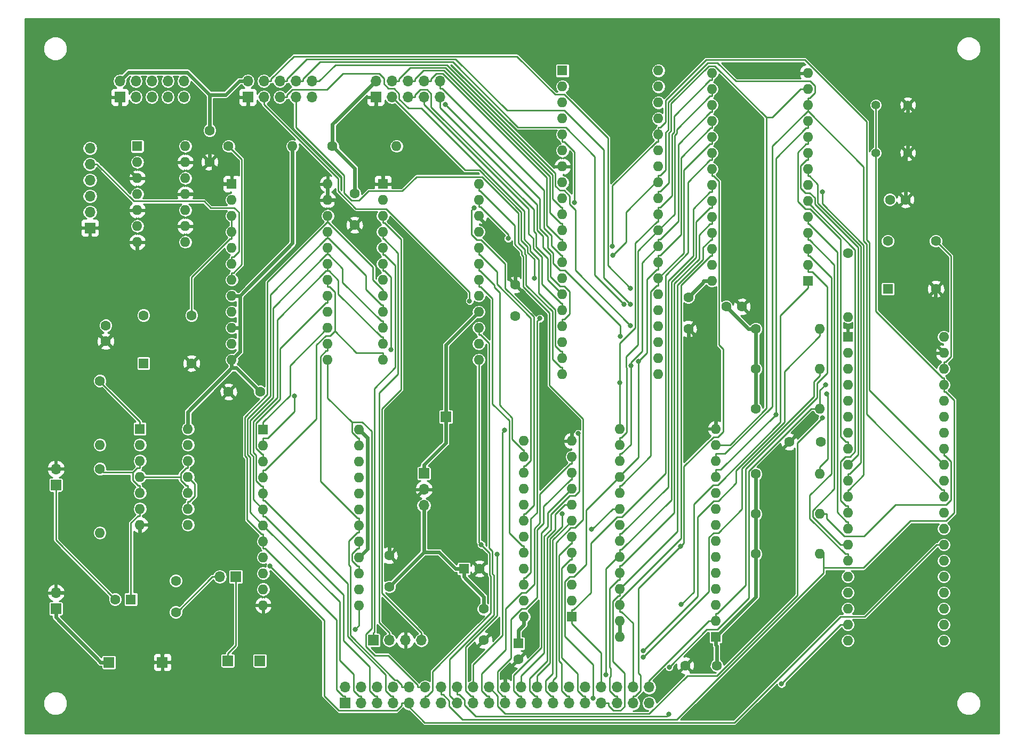
<source format=gbl>
G04 #@! TF.FileFunction,Copper,L2,Bot,Signal*
%FSLAX46Y46*%
G04 Gerber Fmt 4.6, Leading zero omitted, Abs format (unit mm)*
G04 Created by KiCad (PCBNEW 4.0.7) date 09/13/18 13:31:19*
%MOMM*%
%LPD*%
G01*
G04 APERTURE LIST*
%ADD10C,0.100000*%
%ADD11C,1.524000*%
%ADD12C,1.600000*%
%ADD13R,1.600000X1.600000*%
%ADD14R,1.700000X1.700000*%
%ADD15O,1.700000X1.700000*%
%ADD16O,1.600000X1.600000*%
%ADD17C,1.397000*%
%ADD18C,0.800000*%
%ADD19C,0.600000*%
%ADD20C,0.250000*%
%ADD21C,0.254000*%
G04 APERTURE END LIST*
D10*
D11*
X88500000Y-62500000D03*
X118500000Y-103500000D03*
X115000000Y-121500000D03*
X59000000Y-39000000D03*
X196500000Y-39000000D03*
X196500000Y-136000000D03*
X56500000Y-118500000D03*
X55000000Y-118500000D03*
D12*
X176500000Y-97500000D03*
X171500000Y-97500000D03*
X87500000Y-89500000D03*
X82500000Y-89500000D03*
X155500000Y-74500000D03*
X155500000Y-79500000D03*
X123000000Y-129000000D03*
X123000000Y-124000000D03*
X102500000Y-63000000D03*
X102500000Y-58000000D03*
X108000000Y-120500000D03*
X108000000Y-115500000D03*
X128000000Y-77500000D03*
X128000000Y-72500000D03*
X155000000Y-133000000D03*
X160000000Y-133000000D03*
X79500000Y-48000000D03*
X79500000Y-53000000D03*
X74130000Y-119535000D03*
X74130000Y-124535000D03*
X164000000Y-76000000D03*
X161500000Y-76000000D03*
D13*
X67000000Y-122500000D03*
D12*
X64500000Y-122500000D03*
D13*
X119850000Y-117630000D03*
D12*
X122350000Y-117630000D03*
D13*
X128500000Y-129500000D03*
D12*
X128500000Y-132000000D03*
D14*
X65240000Y-42700000D03*
D15*
X65240000Y-40160000D03*
X67780000Y-42700000D03*
X67780000Y-40160000D03*
X70320000Y-42700000D03*
X70320000Y-40160000D03*
X72860000Y-42700000D03*
X72860000Y-40160000D03*
X75400000Y-42700000D03*
X75400000Y-40160000D03*
D14*
X85560000Y-42700000D03*
D15*
X85560000Y-40160000D03*
X88100000Y-42700000D03*
X88100000Y-40160000D03*
X90640000Y-42700000D03*
X90640000Y-40160000D03*
X93180000Y-42700000D03*
X93180000Y-40160000D03*
X95720000Y-42700000D03*
X95720000Y-40160000D03*
D14*
X105880000Y-42700000D03*
D15*
X105880000Y-40160000D03*
X108420000Y-42700000D03*
X108420000Y-40160000D03*
X110960000Y-42700000D03*
X110960000Y-40160000D03*
X113500000Y-42700000D03*
X113500000Y-40160000D03*
X116040000Y-42700000D03*
X116040000Y-40160000D03*
D14*
X82385000Y-132235000D03*
X87465000Y-132235000D03*
X117000000Y-93500000D03*
X63500000Y-132500000D03*
X72000000Y-132500000D03*
X55080000Y-104295000D03*
D15*
X55080000Y-101755000D03*
D14*
X101000000Y-139000000D03*
D15*
X101000000Y-136460000D03*
X103540000Y-139000000D03*
X103540000Y-136460000D03*
X106080000Y-139000000D03*
X106080000Y-136460000D03*
X108620000Y-139000000D03*
X108620000Y-136460000D03*
X111160000Y-139000000D03*
X111160000Y-136460000D03*
X113700000Y-139000000D03*
X113700000Y-136460000D03*
X116240000Y-139000000D03*
X116240000Y-136460000D03*
X118780000Y-139000000D03*
X118780000Y-136460000D03*
X121320000Y-139000000D03*
X121320000Y-136460000D03*
X123860000Y-139000000D03*
X123860000Y-136460000D03*
X126400000Y-139000000D03*
X126400000Y-136460000D03*
X128940000Y-139000000D03*
X128940000Y-136460000D03*
X131480000Y-139000000D03*
X131480000Y-136460000D03*
X134020000Y-139000000D03*
X134020000Y-136460000D03*
X136560000Y-139000000D03*
X136560000Y-136460000D03*
X139100000Y-139000000D03*
X139100000Y-136460000D03*
X141640000Y-139000000D03*
X141640000Y-136460000D03*
X144180000Y-139000000D03*
X144180000Y-136460000D03*
X146720000Y-139000000D03*
X146720000Y-136460000D03*
X149260000Y-139000000D03*
X149260000Y-136460000D03*
D14*
X55080000Y-123980000D03*
D15*
X55080000Y-121440000D03*
D14*
X83655000Y-118900000D03*
D15*
X81115000Y-118900000D03*
D12*
X166205000Y-92230000D03*
D16*
X176365000Y-92230000D03*
D12*
X166205000Y-85880000D03*
D16*
X176365000Y-85880000D03*
D12*
X82500000Y-50500000D03*
D16*
X92660000Y-50500000D03*
D12*
X166205000Y-79530000D03*
D16*
X176365000Y-79530000D03*
D12*
X180810000Y-67465000D03*
D16*
X180810000Y-77625000D03*
D12*
X166205000Y-102580000D03*
D16*
X176365000Y-102580000D03*
D12*
X166205000Y-115280000D03*
D16*
X176365000Y-115280000D03*
D12*
X166205000Y-108930000D03*
D16*
X176365000Y-108930000D03*
D12*
X99000000Y-50500000D03*
D16*
X109160000Y-50500000D03*
D12*
X62065000Y-101755000D03*
D16*
X62065000Y-111915000D03*
D12*
X62065000Y-87785000D03*
D16*
X62065000Y-97945000D03*
D17*
X185255000Y-43970000D03*
X190335000Y-43970000D03*
X185255000Y-51590000D03*
X190335000Y-51590000D03*
D13*
X187160000Y-73180000D03*
D12*
X187160000Y-65560000D03*
X194780000Y-65560000D03*
X194780000Y-73180000D03*
D13*
X180810000Y-80800000D03*
D16*
X196050000Y-129060000D03*
X180810000Y-83340000D03*
X196050000Y-126520000D03*
X180810000Y-85880000D03*
X196050000Y-123980000D03*
X180810000Y-88420000D03*
X196050000Y-121440000D03*
X180810000Y-90960000D03*
X196050000Y-118900000D03*
X180810000Y-93500000D03*
X196050000Y-116360000D03*
X180810000Y-96040000D03*
X196050000Y-113820000D03*
X180810000Y-98580000D03*
X196050000Y-111280000D03*
X180810000Y-101120000D03*
X196050000Y-108740000D03*
X180810000Y-103660000D03*
X196050000Y-106200000D03*
X180810000Y-106200000D03*
X196050000Y-103660000D03*
X180810000Y-108740000D03*
X196050000Y-101120000D03*
X180810000Y-111280000D03*
X196050000Y-98580000D03*
X180810000Y-113820000D03*
X196050000Y-96040000D03*
X180810000Y-116360000D03*
X196050000Y-93500000D03*
X180810000Y-118900000D03*
X196050000Y-90960000D03*
X180810000Y-121440000D03*
X196050000Y-88420000D03*
X180810000Y-123980000D03*
X196050000Y-85880000D03*
X180810000Y-126520000D03*
X196050000Y-83340000D03*
X180810000Y-129060000D03*
X196050000Y-80800000D03*
D13*
X83000000Y-56500000D03*
D16*
X98240000Y-84440000D03*
X83000000Y-59040000D03*
X98240000Y-81900000D03*
X83000000Y-61580000D03*
X98240000Y-79360000D03*
X83000000Y-64120000D03*
X98240000Y-76820000D03*
X83000000Y-66660000D03*
X98240000Y-74280000D03*
X83000000Y-69200000D03*
X98240000Y-71740000D03*
X83000000Y-71740000D03*
X98240000Y-69200000D03*
X83000000Y-74280000D03*
X98240000Y-66660000D03*
X83000000Y-76820000D03*
X98240000Y-64120000D03*
X83000000Y-79360000D03*
X98240000Y-61580000D03*
X83000000Y-81900000D03*
X98240000Y-59040000D03*
X83000000Y-84440000D03*
X98240000Y-56500000D03*
D13*
X69000000Y-85000000D03*
D12*
X69000000Y-77380000D03*
X76620000Y-77380000D03*
X76620000Y-85000000D03*
D13*
X135500000Y-38500000D03*
D16*
X150740000Y-86760000D03*
X135500000Y-41040000D03*
X150740000Y-84220000D03*
X135500000Y-43580000D03*
X150740000Y-81680000D03*
X135500000Y-46120000D03*
X150740000Y-79140000D03*
X135500000Y-48660000D03*
X150740000Y-76600000D03*
X135500000Y-51200000D03*
X150740000Y-74060000D03*
X135500000Y-53740000D03*
X150740000Y-71520000D03*
X135500000Y-56280000D03*
X150740000Y-68980000D03*
X135500000Y-58820000D03*
X150740000Y-66440000D03*
X135500000Y-61360000D03*
X150740000Y-63900000D03*
X135500000Y-63900000D03*
X150740000Y-61360000D03*
X135500000Y-66440000D03*
X150740000Y-58820000D03*
X135500000Y-68980000D03*
X150740000Y-56280000D03*
X135500000Y-71520000D03*
X150740000Y-53740000D03*
X135500000Y-74060000D03*
X150740000Y-51200000D03*
X135500000Y-76600000D03*
X150740000Y-48660000D03*
X135500000Y-79140000D03*
X150740000Y-46120000D03*
X135500000Y-81680000D03*
X150740000Y-43580000D03*
X135500000Y-84220000D03*
X150740000Y-41040000D03*
X135500000Y-86760000D03*
X150740000Y-38500000D03*
D13*
X136995000Y-125250000D03*
D16*
X129375000Y-97310000D03*
X136995000Y-122710000D03*
X129375000Y-99850000D03*
X136995000Y-120170000D03*
X129375000Y-102390000D03*
X136995000Y-117630000D03*
X129375000Y-104930000D03*
X136995000Y-115090000D03*
X129375000Y-107470000D03*
X136995000Y-112550000D03*
X129375000Y-110010000D03*
X136995000Y-110010000D03*
X129375000Y-112550000D03*
X136995000Y-107470000D03*
X129375000Y-115090000D03*
X136995000Y-104930000D03*
X129375000Y-117630000D03*
X136995000Y-102390000D03*
X129375000Y-120170000D03*
X136995000Y-99850000D03*
X129375000Y-122710000D03*
X136995000Y-97310000D03*
X129375000Y-125250000D03*
D13*
X88000000Y-95500000D03*
D16*
X103240000Y-123440000D03*
X88000000Y-98040000D03*
X103240000Y-120900000D03*
X88000000Y-100580000D03*
X103240000Y-118360000D03*
X88000000Y-103120000D03*
X103240000Y-115820000D03*
X88000000Y-105660000D03*
X103240000Y-113280000D03*
X88000000Y-108200000D03*
X103240000Y-110740000D03*
X88000000Y-110740000D03*
X103240000Y-108200000D03*
X88000000Y-113280000D03*
X103240000Y-105660000D03*
X88000000Y-115820000D03*
X103240000Y-103120000D03*
X88000000Y-118360000D03*
X103240000Y-100580000D03*
X88000000Y-120900000D03*
X103240000Y-98040000D03*
X88000000Y-123440000D03*
X103240000Y-95500000D03*
D13*
X107000000Y-56500000D03*
D16*
X122240000Y-84440000D03*
X107000000Y-59040000D03*
X122240000Y-81900000D03*
X107000000Y-61580000D03*
X122240000Y-79360000D03*
X107000000Y-64120000D03*
X122240000Y-76820000D03*
X107000000Y-66660000D03*
X122240000Y-74280000D03*
X107000000Y-69200000D03*
X122240000Y-71740000D03*
X107000000Y-71740000D03*
X122240000Y-69200000D03*
X107000000Y-74280000D03*
X122240000Y-66660000D03*
X107000000Y-76820000D03*
X122240000Y-64120000D03*
X107000000Y-79360000D03*
X122240000Y-61580000D03*
X107000000Y-81900000D03*
X122240000Y-59040000D03*
X107000000Y-84440000D03*
X122240000Y-56500000D03*
D13*
X68000000Y-50500000D03*
D16*
X75620000Y-65740000D03*
X68000000Y-53040000D03*
X75620000Y-63200000D03*
X68000000Y-55580000D03*
X75620000Y-60660000D03*
X68000000Y-58120000D03*
X75620000Y-58120000D03*
X68000000Y-60660000D03*
X75620000Y-55580000D03*
X68000000Y-63200000D03*
X75620000Y-53040000D03*
X68000000Y-65740000D03*
X75620000Y-50500000D03*
D13*
X174460000Y-71910000D03*
D16*
X159220000Y-38890000D03*
X174460000Y-69370000D03*
X159220000Y-41430000D03*
X174460000Y-66830000D03*
X159220000Y-43970000D03*
X174460000Y-64290000D03*
X159220000Y-46510000D03*
X174460000Y-61750000D03*
X159220000Y-49050000D03*
X174460000Y-59210000D03*
X159220000Y-51590000D03*
X174460000Y-56670000D03*
X159220000Y-54130000D03*
X174460000Y-54130000D03*
X159220000Y-56670000D03*
X174460000Y-51590000D03*
X159220000Y-59210000D03*
X174460000Y-49050000D03*
X159220000Y-61750000D03*
X174460000Y-46510000D03*
X159220000Y-64290000D03*
X174460000Y-43970000D03*
X159220000Y-66830000D03*
X174460000Y-41430000D03*
X159220000Y-69370000D03*
X174460000Y-38890000D03*
X159220000Y-71910000D03*
D13*
X159855000Y-128425000D03*
D16*
X144615000Y-95405000D03*
X159855000Y-125885000D03*
X144615000Y-97945000D03*
X159855000Y-123345000D03*
X144615000Y-100485000D03*
X159855000Y-120805000D03*
X144615000Y-103025000D03*
X159855000Y-118265000D03*
X144615000Y-105565000D03*
X159855000Y-115725000D03*
X144615000Y-108105000D03*
X159855000Y-113185000D03*
X144615000Y-110645000D03*
X159855000Y-110645000D03*
X144615000Y-113185000D03*
X159855000Y-108105000D03*
X144615000Y-115725000D03*
X159855000Y-105565000D03*
X144615000Y-118265000D03*
X159855000Y-103025000D03*
X144615000Y-120805000D03*
X159855000Y-100485000D03*
X144615000Y-123345000D03*
X159855000Y-97945000D03*
X144615000Y-125885000D03*
X159855000Y-95405000D03*
X144615000Y-128425000D03*
D13*
X68415000Y-95405000D03*
D16*
X76035000Y-110645000D03*
X68415000Y-97945000D03*
X76035000Y-108105000D03*
X68415000Y-100485000D03*
X76035000Y-105565000D03*
X68415000Y-103025000D03*
X76035000Y-103025000D03*
X68415000Y-105565000D03*
X76035000Y-100485000D03*
X68415000Y-108105000D03*
X76035000Y-97945000D03*
X68415000Y-110645000D03*
X76035000Y-95405000D03*
D14*
X60500000Y-63500000D03*
D15*
X60500000Y-60960000D03*
X60500000Y-58420000D03*
X60500000Y-55880000D03*
X60500000Y-53340000D03*
X60500000Y-50800000D03*
D12*
X187500000Y-59000000D03*
X190000000Y-59000000D03*
X63000000Y-79000000D03*
X63000000Y-81500000D03*
D14*
X113500000Y-102500000D03*
D15*
X113500000Y-105040000D03*
X113500000Y-107580000D03*
D14*
X105500000Y-129000000D03*
D15*
X108040000Y-129000000D03*
X110580000Y-129000000D03*
X113120000Y-129000000D03*
D11*
X53500000Y-118500000D03*
D18*
X120772700Y-75088800D03*
X146323100Y-73065500D03*
X146322500Y-75627000D03*
X145314900Y-75662000D03*
X144661400Y-80712400D03*
X116924800Y-43873200D03*
X146339600Y-78975600D03*
X131024400Y-71520000D03*
X102605100Y-127276500D03*
X126891000Y-65167300D03*
X169373400Y-93153500D03*
X143485500Y-67873700D03*
X148341500Y-130633600D03*
X148352800Y-131659800D03*
X144615000Y-88102300D03*
X152456300Y-133268300D03*
X177247100Y-88420000D03*
X89104000Y-117233500D03*
X122628300Y-113822700D03*
X146386900Y-85334500D03*
X143462300Y-66412900D03*
X93000700Y-90215500D03*
X147557300Y-84690200D03*
X140358500Y-138195000D03*
X152391400Y-140739700D03*
X125130600Y-115298700D03*
X126312000Y-95570800D03*
X176776100Y-93637300D03*
X176791700Y-57795300D03*
X137410000Y-59452300D03*
X135485100Y-108894800D03*
X154377500Y-123296900D03*
X154267600Y-114108300D03*
X142440600Y-134444000D03*
X170286100Y-135918600D03*
X121474100Y-60275900D03*
X140135900Y-111401400D03*
X131928600Y-77870000D03*
X137998600Y-96157600D03*
X108243300Y-82806400D03*
X177445700Y-89834700D03*
D19*
X166205000Y-85880000D02*
X166205000Y-92230000D01*
X166205000Y-79530000D02*
X166205000Y-85880000D01*
X165030000Y-79530000D02*
X161500000Y-76000000D01*
X166205000Y-79530000D02*
X165030000Y-79530000D01*
X82053000Y-42316700D02*
X79500000Y-42316700D01*
X84209700Y-40160000D02*
X82053000Y-42316700D01*
X75942700Y-38759400D02*
X79500000Y-42316700D01*
X66640600Y-38759400D02*
X75942700Y-38759400D01*
X65240000Y-40160000D02*
X66640600Y-38759400D01*
X79500000Y-42316700D02*
X79500000Y-48000000D01*
X85560000Y-40160000D02*
X84209700Y-40160000D01*
X83000000Y-74280000D02*
X84300300Y-74280000D01*
X104578400Y-114481600D02*
X103240000Y-115820000D01*
X104578400Y-96838400D02*
X104578400Y-114481600D01*
X103240000Y-95500000D02*
X104578400Y-96838400D01*
X83000000Y-84440000D02*
X83000000Y-85740300D01*
X76035000Y-92705300D02*
X83000000Y-85740300D01*
X76035000Y-95405000D02*
X76035000Y-92705300D01*
X160000000Y-129870300D02*
X160000000Y-133000000D01*
X159855000Y-129725300D02*
X160000000Y-129870300D01*
X159855000Y-128425000D02*
X159855000Y-129725300D01*
X166205000Y-122075000D02*
X159855000Y-128425000D01*
X166205000Y-115280000D02*
X166205000Y-122075000D01*
X83740300Y-85740300D02*
X83000000Y-85740300D01*
X87500000Y-89500000D02*
X83740300Y-85740300D01*
X92660000Y-65920300D02*
X84300300Y-74280000D01*
X92660000Y-50500000D02*
X92660000Y-65920300D01*
X84300300Y-74280000D02*
X84300300Y-79360000D01*
X83000000Y-79360000D02*
X84300300Y-79360000D01*
X84300300Y-83139700D02*
X83000000Y-84440000D01*
X84300300Y-79360000D02*
X84300300Y-83139700D01*
X123000000Y-122080300D02*
X123000000Y-124000000D01*
X119850000Y-118930300D02*
X123000000Y-122080300D01*
X119850000Y-117630000D02*
X119850000Y-118930300D01*
X144615000Y-128425000D02*
X144615000Y-125885000D01*
X157919700Y-72080300D02*
X155500000Y-74500000D01*
X157919700Y-71910000D02*
X157919700Y-72080300D01*
X159220000Y-71910000D02*
X157919700Y-71910000D01*
X62149700Y-132400000D02*
X62149700Y-132500000D01*
X55080000Y-125330300D02*
X62149700Y-132400000D01*
X55080000Y-123980000D02*
X55080000Y-125330300D01*
X63500000Y-132500000D02*
X62149700Y-132500000D01*
X99000000Y-47040000D02*
X105880000Y-40160000D01*
X99000000Y-50500000D02*
X99000000Y-47040000D01*
X102500000Y-54000000D02*
X102500000Y-58000000D01*
X99000000Y-50500000D02*
X102500000Y-54000000D01*
X113500000Y-107580000D02*
X113500000Y-108255100D01*
X115919700Y-115000000D02*
X118549700Y-117630000D01*
X113500000Y-115000000D02*
X115919700Y-115000000D01*
X113500000Y-108255100D02*
X113500000Y-115000000D01*
X113500000Y-115000000D02*
X108000000Y-120500000D01*
X119850000Y-117630000D02*
X118549700Y-117630000D01*
X166205000Y-115280000D02*
X166205000Y-108930000D01*
X166205000Y-108930000D02*
X166205000Y-102580000D01*
X128500000Y-127425300D02*
X128500000Y-129500000D01*
X129375000Y-126550300D02*
X128500000Y-127425300D01*
X129375000Y-125250000D02*
X129375000Y-126550300D01*
X190335000Y-43970000D02*
X190335000Y-51590000D01*
X126400000Y-134100000D02*
X128500000Y-132000000D01*
X126400000Y-136460000D02*
X126400000Y-134100000D01*
X79500000Y-51000000D02*
X79500000Y-53000000D01*
X85560000Y-44940000D02*
X79500000Y-51000000D01*
X85560000Y-42700000D02*
X85560000Y-44940000D01*
X65240000Y-52820000D02*
X68000000Y-55580000D01*
X65240000Y-42700000D02*
X65240000Y-52820000D01*
X194702300Y-73257700D02*
X194780000Y-73180000D01*
X194702300Y-81992300D02*
X194702300Y-73257700D01*
X196050000Y-83340000D02*
X194702300Y-81992300D01*
X75620000Y-58120000D02*
X76920300Y-58120000D01*
X83000000Y-56500000D02*
X81699700Y-56500000D01*
X81699700Y-56500000D02*
X80120000Y-54920300D01*
X76920300Y-58120000D02*
X80120000Y-54920300D01*
X80120000Y-53620000D02*
X79500000Y-53000000D01*
X80120000Y-54920300D02*
X80120000Y-53620000D01*
X108000000Y-110540000D02*
X108000000Y-115500000D01*
X113500000Y-105040000D02*
X108000000Y-110540000D01*
X67628800Y-67411500D02*
X68000000Y-67040300D01*
X67628800Y-79000000D02*
X67628800Y-67411500D01*
X65500000Y-79000000D02*
X67628800Y-79000000D01*
X63000000Y-81500000D02*
X65500000Y-79000000D01*
X70620000Y-79000000D02*
X76620000Y-85000000D01*
X67628800Y-79000000D02*
X70620000Y-79000000D01*
X68000000Y-65740000D02*
X68000000Y-67040300D01*
X72000000Y-132500000D02*
X72000000Y-131149700D01*
X55080000Y-121440000D02*
X56430300Y-121440000D01*
X58830500Y-123840200D02*
X56430300Y-121440000D01*
X68415000Y-123840200D02*
X58830500Y-123840200D01*
X68415000Y-127564700D02*
X68415000Y-123840200D01*
X72000000Y-131149700D02*
X68415000Y-127564700D01*
X68415000Y-123840200D02*
X68415000Y-110645000D01*
X98240000Y-56500000D02*
X98240000Y-59040000D01*
X99540300Y-60040300D02*
X102500000Y-63000000D01*
X99540300Y-59040000D02*
X99540300Y-60040300D01*
X98240000Y-59040000D02*
X99540300Y-59040000D01*
X105880000Y-54079700D02*
X105880000Y-42700000D01*
X107000000Y-55199700D02*
X105880000Y-54079700D01*
X107000000Y-56500000D02*
X107000000Y-55199700D01*
X136995000Y-97310000D02*
X136995000Y-96009700D01*
X128000000Y-67549500D02*
X128000000Y-72500000D01*
X122240000Y-61789500D02*
X128000000Y-67549500D01*
X122240000Y-61580000D02*
X122240000Y-61789500D01*
X190000000Y-51925000D02*
X190335000Y-51590000D01*
X190000000Y-59000000D02*
X190000000Y-51925000D01*
X132828900Y-77328900D02*
X128000000Y-72500000D01*
X132828900Y-91843600D02*
X132828900Y-77328900D01*
X136995000Y-96009700D02*
X132828900Y-91843600D01*
X155500000Y-89749700D02*
X155500000Y-79500000D01*
X159855000Y-94104700D02*
X155500000Y-89749700D01*
X159855000Y-95405000D02*
X159855000Y-94104700D01*
X113500000Y-102500000D02*
X113500000Y-101149700D01*
X117000000Y-97649700D02*
X113500000Y-101149700D01*
X117000000Y-93500000D02*
X117000000Y-97649700D01*
X117000000Y-82060000D02*
X122240000Y-76820000D01*
X117000000Y-93500000D02*
X117000000Y-82060000D01*
D20*
X74304700Y-124535000D02*
X74130000Y-124535000D01*
X79939700Y-118900000D02*
X74304700Y-124535000D01*
X81115000Y-118900000D02*
X79939700Y-118900000D01*
X76035000Y-105565000D02*
X76035000Y-104439700D01*
X76035000Y-100485000D02*
X76035000Y-101610300D01*
X67000000Y-110364000D02*
X67000000Y-122500000D01*
X68133700Y-109230300D02*
X67000000Y-110364000D01*
X68415000Y-109230300D02*
X68133700Y-109230300D01*
X68415000Y-108105000D02*
X68415000Y-109230300D01*
X74909700Y-102454200D02*
X74909700Y-103025000D01*
X75753600Y-101610300D02*
X74909700Y-102454200D01*
X76035000Y-101610300D02*
X75753600Y-101610300D01*
X75753600Y-104439700D02*
X76035000Y-104439700D01*
X74909700Y-103595800D02*
X75753600Y-104439700D01*
X74909700Y-103025000D02*
X74909700Y-103595800D01*
X74909700Y-103025000D02*
X68415000Y-103025000D01*
X55080000Y-113080000D02*
X64500000Y-122500000D01*
X55080000Y-104295000D02*
X55080000Y-113080000D01*
X83281400Y-68074700D02*
X83000000Y-68074700D01*
X84125300Y-67230800D02*
X83281400Y-68074700D01*
X84125300Y-61005300D02*
X84125300Y-67230800D01*
X83430000Y-60310000D02*
X84125300Y-61005300D01*
X79674800Y-60310000D02*
X83430000Y-60310000D01*
X78610200Y-59245400D02*
X79674800Y-60310000D01*
X67507200Y-59245400D02*
X78610200Y-59245400D01*
X61675300Y-53413500D02*
X67507200Y-59245400D01*
X61675300Y-53340000D02*
X61675300Y-53413500D01*
X60500000Y-53340000D02*
X61675300Y-53340000D01*
X83000000Y-69200000D02*
X83000000Y-68074700D01*
X88100000Y-42700000D02*
X88100000Y-43875300D01*
X120772700Y-73688800D02*
X120772700Y-75088800D01*
X107522000Y-60438100D02*
X120772700Y-73688800D01*
X102703200Y-60438100D02*
X107522000Y-60438100D01*
X99901900Y-57636800D02*
X102703200Y-60438100D01*
X99901900Y-55677200D02*
X99901900Y-57636800D01*
X88100000Y-43875300D02*
X99901900Y-55677200D01*
X89275300Y-39792700D02*
X89275300Y-40160000D01*
X92833500Y-36234500D02*
X89275300Y-39792700D01*
X128299100Y-36234500D02*
X92833500Y-36234500D01*
X134374600Y-42310000D02*
X128299100Y-36234500D01*
X135823100Y-42310000D02*
X134374600Y-42310000D01*
X142736900Y-49223800D02*
X135823100Y-42310000D01*
X142736900Y-69479300D02*
X142736900Y-49223800D01*
X146323100Y-73065500D02*
X142736900Y-69479300D01*
X88100000Y-40160000D02*
X89275300Y-40160000D01*
X135500000Y-84220000D02*
X135500000Y-83094700D01*
X90640000Y-42700000D02*
X91815300Y-42700000D01*
X135218600Y-83094700D02*
X135500000Y-83094700D01*
X134374700Y-82250800D02*
X135218600Y-83094700D01*
X134374700Y-76450300D02*
X134374700Y-82250800D01*
X131756300Y-73831900D02*
X134374700Y-76450300D01*
X131756300Y-68526400D02*
X131756300Y-73831900D01*
X130410400Y-67180500D02*
X131756300Y-68526400D01*
X130410400Y-66290000D02*
X130410400Y-67180500D01*
X129421300Y-65300900D02*
X130410400Y-66290000D01*
X129421300Y-60779700D02*
X129421300Y-65300900D01*
X113135600Y-44494000D02*
X129421300Y-60779700D01*
X111087600Y-44494000D02*
X113135600Y-44494000D01*
X109595400Y-43001800D02*
X111087600Y-44494000D01*
X109595400Y-42174400D02*
X109595400Y-43001800D01*
X108756400Y-41335400D02*
X109595400Y-42174400D01*
X107894400Y-41335400D02*
X108756400Y-41335400D01*
X107150000Y-40591000D02*
X107894400Y-41335400D01*
X107150000Y-39739200D02*
X107150000Y-40591000D01*
X106384500Y-38973700D02*
X107150000Y-39739200D01*
X100650600Y-38973700D02*
X106384500Y-38973700D01*
X98099600Y-41524700D02*
X100650600Y-38973700D01*
X92623200Y-41524700D02*
X98099600Y-41524700D01*
X91815300Y-42332600D02*
X92623200Y-41524700D01*
X91815300Y-42700000D02*
X91815300Y-42332600D01*
X90640000Y-40160000D02*
X91815300Y-40160000D01*
X91815300Y-39792700D02*
X91815300Y-40160000D01*
X94923100Y-36684900D02*
X91815300Y-39792700D01*
X118560400Y-36684900D02*
X94923100Y-36684900D01*
X126725500Y-44850000D02*
X118560400Y-36684900D01*
X135827600Y-44850000D02*
X126725500Y-44850000D01*
X142061300Y-51083700D02*
X135827600Y-44850000D01*
X142061300Y-71365800D02*
X142061300Y-51083700D01*
X146322500Y-75627000D02*
X142061300Y-71365800D01*
X135500000Y-86760000D02*
X135500000Y-85634700D01*
X135218600Y-85634700D02*
X135500000Y-85634700D01*
X133924300Y-84340400D02*
X135218600Y-85634700D01*
X133924300Y-76769900D02*
X133924300Y-84340400D01*
X129735000Y-72580600D02*
X133924300Y-76769900D01*
X129735000Y-67814300D02*
X129735000Y-72580600D01*
X129509800Y-67589100D02*
X129735000Y-67814300D01*
X129509800Y-66888500D02*
X129509800Y-67589100D01*
X128520600Y-65899300D02*
X129509800Y-66888500D01*
X128520600Y-61152800D02*
X128520600Y-65899300D01*
X122726700Y-55358900D02*
X128520600Y-61152800D01*
X112322800Y-55358900D02*
X122726700Y-55358900D01*
X110056300Y-57625400D02*
X112322800Y-55358900D01*
X104714800Y-57625400D02*
X110056300Y-57625400D01*
X103201100Y-59139100D02*
X104714800Y-57625400D01*
X102041200Y-59139100D02*
X103201100Y-59139100D01*
X100829900Y-57927800D02*
X102041200Y-59139100D01*
X100829900Y-55170100D02*
X100829900Y-57927800D01*
X93180000Y-47520200D02*
X100829900Y-55170100D01*
X93180000Y-42700000D02*
X93180000Y-47520200D01*
X93180000Y-40160000D02*
X94355300Y-40160000D01*
X140633700Y-70980800D02*
X145314900Y-75662000D01*
X140633700Y-52137100D02*
X140633700Y-70980800D01*
X136027700Y-47531100D02*
X140633700Y-52137100D01*
X128475100Y-47531100D02*
X136027700Y-47531100D01*
X118079300Y-37135300D02*
X128475100Y-47531100D01*
X97012700Y-37135300D02*
X118079300Y-37135300D01*
X94355300Y-39792700D02*
X97012700Y-37135300D01*
X94355300Y-40160000D02*
X94355300Y-39792700D01*
X131898000Y-58846400D02*
X116924800Y-43873200D01*
X131898000Y-63584800D02*
X131898000Y-58846400D01*
X133178200Y-64865000D02*
X131898000Y-63584800D01*
X133178200Y-66628300D02*
X133178200Y-64865000D01*
X134051600Y-67501700D02*
X133178200Y-66628300D01*
X134051600Y-69143500D02*
X134051600Y-67501700D01*
X135158100Y-70250000D02*
X134051600Y-69143500D01*
X135878400Y-70250000D02*
X135158100Y-70250000D01*
X144661400Y-79033000D02*
X135878400Y-70250000D01*
X144661400Y-80712400D02*
X144661400Y-79033000D01*
X95720000Y-40160000D02*
X96895300Y-40160000D01*
X137610400Y-70246400D02*
X146339600Y-78975600D01*
X137610400Y-60678300D02*
X137610400Y-70246400D01*
X137610300Y-60678300D02*
X137610400Y-60678300D01*
X136684700Y-59752700D02*
X137610300Y-60678300D01*
X136684700Y-58403300D02*
X136684700Y-59752700D01*
X135831400Y-57550000D02*
X136684700Y-58403300D01*
X135121600Y-57550000D02*
X135831400Y-57550000D01*
X134374700Y-56803100D02*
X135121600Y-57550000D01*
X134374700Y-54812800D02*
X134374700Y-56803100D01*
X117147600Y-37585700D02*
X134374700Y-54812800D01*
X99469600Y-37585700D02*
X117147600Y-37585700D01*
X96895300Y-40160000D02*
X99469600Y-37585700D01*
X131024400Y-68466800D02*
X131024400Y-71520000D01*
X129960100Y-67402500D02*
X131024400Y-68466800D01*
X129960100Y-66476600D02*
X129960100Y-67402500D01*
X128971000Y-65487500D02*
X129960100Y-66476600D01*
X128971000Y-60966300D02*
X128971000Y-65487500D01*
X122304000Y-54299300D02*
X128971000Y-60966300D01*
X120019300Y-54299300D02*
X122304000Y-54299300D01*
X108420000Y-42700000D02*
X120019300Y-54299300D01*
X135500000Y-61360000D02*
X135500000Y-60234700D01*
X108420000Y-40160000D02*
X109595300Y-40160000D01*
X135262900Y-60234700D02*
X135500000Y-60234700D01*
X133924300Y-58896100D02*
X135262900Y-60234700D01*
X133924300Y-55064800D02*
X133924300Y-58896100D01*
X116895600Y-38036100D02*
X133924300Y-55064800D01*
X111351900Y-38036100D02*
X116895600Y-38036100D01*
X109595300Y-39792700D02*
X111351900Y-38036100D01*
X109595300Y-40160000D02*
X109595300Y-39792700D01*
X112135300Y-42332600D02*
X112135300Y-42700000D01*
X112943200Y-41524700D02*
X112135300Y-42332600D01*
X114025700Y-41524700D02*
X112943200Y-41524700D01*
X114675400Y-42174400D02*
X114025700Y-41524700D01*
X114675400Y-44278900D02*
X114675400Y-42174400D01*
X130997300Y-60600800D02*
X114675400Y-44278900D01*
X130997300Y-64024100D02*
X130997300Y-60600800D01*
X131311000Y-64337800D02*
X130997300Y-64024100D01*
X131311000Y-66524400D02*
X131311000Y-64337800D01*
X133146200Y-68359600D02*
X131311000Y-66524400D01*
X133146200Y-71706200D02*
X133146200Y-68359600D01*
X135500000Y-74060000D02*
X133146200Y-71706200D01*
X110960000Y-42700000D02*
X112135300Y-42700000D01*
X110960000Y-40160000D02*
X112135300Y-40160000D01*
X135500000Y-63900000D02*
X135500000Y-62774700D01*
X112135300Y-39792700D02*
X112135300Y-40160000D01*
X113441500Y-38486500D02*
X112135300Y-39792700D01*
X116665700Y-38486500D02*
X113441500Y-38486500D01*
X133474000Y-55294800D02*
X116665700Y-38486500D01*
X133474000Y-61028600D02*
X133474000Y-55294800D01*
X135220100Y-62774700D02*
X133474000Y-61028600D01*
X135500000Y-62774700D02*
X135220100Y-62774700D01*
X135500000Y-76600000D02*
X135500000Y-75474700D01*
X113500000Y-42700000D02*
X113500000Y-43875300D01*
X135303100Y-75474700D02*
X135500000Y-75474700D01*
X132245800Y-72417400D02*
X135303100Y-75474700D01*
X132245800Y-68115300D02*
X132245800Y-72417400D01*
X130860700Y-66730200D02*
X132245800Y-68115300D01*
X130860700Y-65161400D02*
X130860700Y-66730200D01*
X130135300Y-64436000D02*
X130860700Y-65161400D01*
X130135300Y-60510600D02*
X130135300Y-64436000D01*
X113500000Y-43875300D02*
X130135300Y-60510600D01*
X135500000Y-66440000D02*
X135500000Y-65314700D01*
X113500000Y-40160000D02*
X114675300Y-40160000D01*
X114675300Y-39792600D02*
X114675300Y-40160000D01*
X115483200Y-38984700D02*
X114675300Y-39792600D01*
X116527000Y-38984700D02*
X115483200Y-38984700D01*
X133023700Y-55481400D02*
X116527000Y-38984700D01*
X133023700Y-63088700D02*
X133023700Y-55481400D01*
X135249700Y-65314700D02*
X133023700Y-63088700D01*
X135500000Y-65314700D02*
X135249700Y-65314700D01*
X135500000Y-79140000D02*
X135500000Y-78014700D01*
X116040000Y-42700000D02*
X116040000Y-43875300D01*
X116040000Y-44421100D02*
X116040000Y-43875300D01*
X131447700Y-59828800D02*
X116040000Y-44421100D01*
X131447700Y-63837500D02*
X131447700Y-59828800D01*
X132436600Y-64826400D02*
X131447700Y-63837500D01*
X132436600Y-66600400D02*
X132436600Y-64826400D01*
X133596600Y-67760400D02*
X132436600Y-66600400D01*
X133596600Y-71241700D02*
X133596600Y-67760400D01*
X135144900Y-72790000D02*
X133596600Y-71241700D01*
X135822700Y-72790000D02*
X135144900Y-72790000D01*
X136626700Y-73594000D02*
X135822700Y-72790000D01*
X136626700Y-77169300D02*
X136626700Y-73594000D01*
X135781300Y-78014700D02*
X136626700Y-77169300D01*
X135500000Y-78014700D02*
X135781300Y-78014700D01*
X135500000Y-68980000D02*
X135500000Y-67854700D01*
X116040000Y-40160000D02*
X116040000Y-41335300D01*
X116407300Y-41335300D02*
X116040000Y-41335300D01*
X132573400Y-57501400D02*
X116407300Y-41335300D01*
X132573400Y-63530300D02*
X132573400Y-57501400D01*
X133787500Y-64744400D02*
X132573400Y-63530300D01*
X133787500Y-66320300D02*
X133787500Y-64744400D01*
X135321900Y-67854700D02*
X133787500Y-66320300D01*
X135500000Y-67854700D02*
X135321900Y-67854700D01*
X83655000Y-129789700D02*
X82385000Y-131059700D01*
X83655000Y-118900000D02*
X83655000Y-129789700D01*
X82385000Y-132235000D02*
X82385000Y-131059700D01*
X103240000Y-123440000D02*
X103240000Y-124565300D01*
X103240000Y-126641600D02*
X102605100Y-127276500D01*
X103240000Y-124565300D02*
X103240000Y-126641600D01*
X109984700Y-136086000D02*
X109984700Y-136460000D01*
X109183400Y-135284700D02*
X109984700Y-136086000D01*
X108916100Y-135284700D02*
X109183400Y-135284700D01*
X101851200Y-128219800D02*
X108916100Y-135284700D01*
X101851200Y-117255600D02*
X101851200Y-128219800D01*
X101625900Y-117030300D02*
X101851200Y-117255600D01*
X101625900Y-113198100D02*
X101625900Y-117030300D01*
X102958700Y-111865300D02*
X101625900Y-113198100D01*
X103240000Y-111865300D02*
X102958700Y-111865300D01*
X103240000Y-110740000D02*
X103240000Y-111865300D01*
X111160000Y-136460000D02*
X109984700Y-136460000D01*
X102958700Y-109614700D02*
X103240000Y-109614700D01*
X97090100Y-103746100D02*
X102958700Y-109614700D01*
X97090100Y-83893900D02*
X97090100Y-103746100D01*
X97958700Y-83025300D02*
X97090100Y-83893900D01*
X98240000Y-83025300D02*
X97958700Y-83025300D01*
X98240000Y-81900000D02*
X98240000Y-83025300D01*
X103240000Y-110740000D02*
X103240000Y-109614700D01*
X122240000Y-59040000D02*
X122240000Y-60165300D01*
X126891000Y-64554900D02*
X126891000Y-65167300D01*
X122501400Y-60165300D02*
X126891000Y-64554900D01*
X122240000Y-60165300D02*
X122501400Y-60165300D01*
X98240000Y-61580000D02*
X98240000Y-62142600D01*
X88000000Y-113280000D02*
X88000000Y-114405300D01*
X101000000Y-139000000D02*
X101000000Y-137824700D01*
X88000000Y-113280000D02*
X88000000Y-112154700D01*
X98240000Y-62494800D02*
X98247000Y-62501700D01*
X98240000Y-62142600D02*
X98240000Y-62494800D01*
X100632300Y-137824700D02*
X101000000Y-137824700D01*
X99661200Y-136853600D02*
X100632300Y-137824700D01*
X99661200Y-125785200D02*
X99661200Y-136853600D01*
X88281300Y-114405300D02*
X99661200Y-125785200D01*
X88000000Y-114405300D02*
X88281300Y-114405300D01*
X107000000Y-74280000D02*
X107000000Y-73341300D01*
X105424400Y-71765700D02*
X107000000Y-73341300D01*
X105424400Y-69679200D02*
X105424400Y-71765700D01*
X98247000Y-62501700D02*
X105424400Y-69679200D01*
X174460000Y-46510000D02*
X174460000Y-47635300D01*
X159855000Y-103025000D02*
X159855000Y-101899700D01*
X169373400Y-52440600D02*
X169373400Y-93153500D01*
X174178700Y-47635300D02*
X169373400Y-52440600D01*
X174460000Y-47635300D02*
X174178700Y-47635300D01*
X160627200Y-101899700D02*
X159855000Y-101899700D01*
X169373400Y-93153500D02*
X160627200Y-101899700D01*
X87718700Y-112154700D02*
X88000000Y-112154700D01*
X85438000Y-109874000D02*
X87718700Y-112154700D01*
X85438000Y-100051200D02*
X85438000Y-109874000D01*
X85073500Y-99686700D02*
X85438000Y-100051200D01*
X85073500Y-93579600D02*
X85073500Y-99686700D01*
X88674400Y-89978700D02*
X85073500Y-93579600D01*
X88674400Y-72074300D02*
X88674400Y-89978700D01*
X98247000Y-62501700D02*
X88674400Y-72074300D01*
X107000000Y-76820000D02*
X107000000Y-75694700D01*
X174460000Y-43970000D02*
X174460000Y-42844700D01*
X98240000Y-64120000D02*
X98240000Y-65174400D01*
X98398900Y-65174400D02*
X98240000Y-65174400D01*
X104279200Y-71054700D02*
X98398900Y-65174400D01*
X104279200Y-73255400D02*
X104279200Y-71054700D01*
X106718500Y-75694700D02*
X104279200Y-73255400D01*
X107000000Y-75694700D02*
X106718500Y-75694700D01*
X103172600Y-137824700D02*
X103540000Y-137824700D01*
X102364700Y-137016800D02*
X103172600Y-137824700D01*
X102364700Y-134350600D02*
X102364700Y-137016800D01*
X100166100Y-132152000D02*
X102364700Y-134350600D01*
X100166100Y-122906100D02*
X100166100Y-132152000D01*
X88000000Y-110740000D02*
X100166100Y-122906100D01*
X103540000Y-139000000D02*
X103540000Y-137824700D01*
X174460000Y-43970000D02*
X174460000Y-44532600D01*
X196050000Y-106200000D02*
X196050000Y-105074700D01*
X174741400Y-42844700D02*
X174460000Y-42844700D01*
X175585300Y-42000800D02*
X174741400Y-42844700D01*
X175585300Y-40923600D02*
X175585300Y-42000800D01*
X174821700Y-40160000D02*
X175585300Y-40923600D01*
X163031300Y-40160000D02*
X174821700Y-40160000D01*
X160132800Y-37261500D02*
X163031300Y-40160000D01*
X158570200Y-37261500D02*
X160132800Y-37261500D01*
X152315600Y-43516100D02*
X158570200Y-37261500D01*
X152315600Y-47875700D02*
X152315600Y-43516100D01*
X151865300Y-48326000D02*
X152315600Y-47875700D01*
X151865300Y-54310800D02*
X151865300Y-48326000D01*
X151021400Y-55154700D02*
X151865300Y-54310800D01*
X150740000Y-55154700D02*
X151021400Y-55154700D01*
X150740000Y-55717300D02*
X150740000Y-55821800D01*
X150740000Y-56280000D02*
X150740000Y-55821800D01*
X150740000Y-55717300D02*
X150740000Y-55154700D01*
X145610000Y-65749200D02*
X143485500Y-67873700D01*
X145610000Y-60951800D02*
X145610000Y-65749200D01*
X150740000Y-55821800D02*
X145610000Y-60951800D01*
X159855000Y-100485000D02*
X159855000Y-99359700D01*
X183332200Y-53767200D02*
X174454900Y-44889900D01*
X183332200Y-65572500D02*
X183332200Y-53767200D01*
X183782400Y-66022700D02*
X183332200Y-65572500D01*
X183782400Y-93088400D02*
X183782400Y-66022700D01*
X195768700Y-105074700D02*
X183782400Y-93088400D01*
X196050000Y-105074700D02*
X195768700Y-105074700D01*
X174460000Y-44884800D02*
X174454900Y-44889900D01*
X174460000Y-44532600D02*
X174460000Y-44884800D01*
X161323500Y-99359700D02*
X159855000Y-99359700D01*
X168837100Y-91846100D02*
X161323500Y-99359700D01*
X168837100Y-50507700D02*
X168837100Y-91846100D01*
X174454900Y-44889900D02*
X168837100Y-50507700D01*
X85941100Y-108681100D02*
X88000000Y-110740000D01*
X85941100Y-99917400D02*
X85941100Y-108681100D01*
X85523800Y-99500100D02*
X85941100Y-99917400D01*
X85523800Y-93806500D02*
X85523800Y-99500100D01*
X89124800Y-90205500D02*
X85523800Y-93806500D01*
X89124800Y-74116000D02*
X89124800Y-90205500D01*
X98066400Y-65174400D02*
X89124800Y-74116000D01*
X98240000Y-65174400D02*
X98066400Y-65174400D01*
X176365000Y-79530000D02*
X176365000Y-80655300D01*
X156928300Y-122046800D02*
X148341500Y-130633600D01*
X156928300Y-109404600D02*
X156928300Y-122046800D01*
X159497900Y-106835000D02*
X156928300Y-109404600D01*
X160254000Y-106835000D02*
X159497900Y-106835000D01*
X163069300Y-104019700D02*
X160254000Y-106835000D01*
X163069300Y-102046900D02*
X163069300Y-104019700D01*
X170745800Y-94370400D02*
X163069300Y-102046900D01*
X170745800Y-86274500D02*
X170745800Y-94370400D01*
X176365000Y-80655300D02*
X170745800Y-86274500D01*
X88281300Y-109325300D02*
X88000000Y-109325300D01*
X100763700Y-121807700D02*
X88281300Y-109325300D01*
X100763700Y-129071700D02*
X100763700Y-121807700D01*
X104904700Y-133212700D02*
X100763700Y-129071700D01*
X104904700Y-137016800D02*
X104904700Y-133212700D01*
X105712600Y-137824700D02*
X104904700Y-137016800D01*
X106080000Y-137824700D02*
X105712600Y-137824700D01*
X106080000Y-139000000D02*
X106080000Y-137824700D01*
X88000000Y-108200000D02*
X88000000Y-109325300D01*
X150740000Y-58820000D02*
X150740000Y-57694700D01*
X174460000Y-41430000D02*
X173334700Y-41430000D01*
X168854500Y-45910200D02*
X167863200Y-45910200D01*
X173334700Y-41430000D02*
X168854500Y-45910200D01*
X159717000Y-37764000D02*
X167863200Y-45910200D01*
X158704600Y-37764000D02*
X159717000Y-37764000D01*
X152765900Y-43702700D02*
X158704600Y-37764000D01*
X152765900Y-48062300D02*
X152765900Y-43702700D01*
X152414800Y-48413400D02*
X152765900Y-48062300D01*
X152414800Y-56301200D02*
X152414800Y-48413400D01*
X151021300Y-57694700D02*
X152414800Y-56301200D01*
X150740000Y-57694700D02*
X151021300Y-57694700D01*
X98240000Y-66660000D02*
X98240000Y-67714500D01*
X107000000Y-79360000D02*
X107000000Y-78234700D01*
X98387300Y-67714500D02*
X98240000Y-67714500D01*
X100609800Y-69937000D02*
X98387300Y-67714500D01*
X100609800Y-72125800D02*
X100609800Y-69937000D01*
X106718700Y-78234700D02*
X100609800Y-72125800D01*
X107000000Y-78234700D02*
X106718700Y-78234700D01*
X160980300Y-97944900D02*
X160980300Y-97945000D01*
X162093500Y-97944900D02*
X160980300Y-97944900D01*
X167863200Y-92175200D02*
X162093500Y-97944900D01*
X167863200Y-45910200D02*
X167863200Y-92175200D01*
X159855000Y-97945000D02*
X160980300Y-97945000D01*
X86409800Y-106609800D02*
X88000000Y-108200000D01*
X86409800Y-99749200D02*
X86409800Y-106609800D01*
X85974100Y-99313500D02*
X86409800Y-99749200D01*
X85974100Y-94076500D02*
X85974100Y-99313500D01*
X89575200Y-90475400D02*
X85974100Y-94076500D01*
X89575200Y-76191100D02*
X89575200Y-90475400D01*
X98051800Y-67714500D02*
X89575200Y-76191100D01*
X98240000Y-67714500D02*
X98051800Y-67714500D01*
X176365000Y-85880000D02*
X176365000Y-87005300D01*
X158729600Y-121283000D02*
X148352800Y-131659800D01*
X158729600Y-112670900D02*
X158729600Y-121283000D01*
X159485500Y-111915000D02*
X158729600Y-112670900D01*
X160241600Y-111915000D02*
X159485500Y-111915000D01*
X164008600Y-108148000D02*
X160241600Y-111915000D01*
X164008600Y-101744500D02*
X164008600Y-108148000D01*
X175464200Y-90288900D02*
X164008600Y-101744500D01*
X175464200Y-87906100D02*
X175464200Y-90288900D01*
X176365000Y-87005300D02*
X175464200Y-87906100D01*
X159220000Y-38890000D02*
X159220000Y-40015300D01*
X150740000Y-61360000D02*
X150740000Y-60234700D01*
X108620000Y-139000000D02*
X108620000Y-137824700D01*
X88000000Y-106222600D02*
X88000000Y-106785300D01*
X88181800Y-106785300D02*
X88000000Y-106785300D01*
X101400800Y-120004300D02*
X88181800Y-106785300D01*
X101400800Y-128412200D02*
X101400800Y-120004300D01*
X107444700Y-134456100D02*
X101400800Y-128412200D01*
X107444700Y-137016800D02*
X107444700Y-134456100D01*
X108252600Y-137824700D02*
X107444700Y-137016800D01*
X108620000Y-137824700D02*
X108252600Y-137824700D01*
X150740000Y-61360000D02*
X150740000Y-62485300D01*
X158938700Y-40015300D02*
X159220000Y-40015300D01*
X153216200Y-45737800D02*
X158938700Y-40015300D01*
X153216200Y-48248900D02*
X153216200Y-45737800D01*
X152865200Y-48599900D02*
X153216200Y-48248900D01*
X152865200Y-58370100D02*
X152865200Y-48599900D01*
X151000600Y-60234700D02*
X152865200Y-58370100D01*
X150740000Y-60234700D02*
X151000600Y-60234700D01*
X98240000Y-69200000D02*
X98240000Y-70325300D01*
X88000000Y-106222600D02*
X88000000Y-105660000D01*
X88000000Y-105660000D02*
X88000000Y-104534700D01*
X144615000Y-88102300D02*
X144615000Y-95405000D01*
X98461200Y-70325300D02*
X98240000Y-70325300D01*
X99934400Y-71798500D02*
X98461200Y-70325300D01*
X99934400Y-73990400D02*
X99934400Y-71798500D01*
X106718700Y-80774700D02*
X99934400Y-73990400D01*
X107000000Y-80774700D02*
X106718700Y-80774700D01*
X107000000Y-81900000D02*
X107000000Y-80774700D01*
X150507100Y-62485300D02*
X150740000Y-62485300D01*
X147065800Y-65926600D02*
X150507100Y-62485300D01*
X147065800Y-79333800D02*
X147065800Y-65926600D01*
X144615000Y-81784600D02*
X147065800Y-79333800D01*
X144615000Y-88102300D02*
X144615000Y-81784600D01*
X87718600Y-104534700D02*
X88000000Y-104534700D01*
X86874700Y-103690800D02*
X87718600Y-104534700D01*
X86874700Y-99577200D02*
X86874700Y-103690800D01*
X86424400Y-99126900D02*
X86874700Y-99577200D01*
X86424400Y-94299000D02*
X86424400Y-99126900D01*
X90250700Y-90472700D02*
X86424400Y-94299000D01*
X90250700Y-78053100D02*
X90250700Y-90472700D01*
X97978500Y-70325300D02*
X90250700Y-78053100D01*
X98240000Y-70325300D02*
X97978500Y-70325300D01*
X176365000Y-92230000D02*
X176365000Y-91104700D01*
X176365000Y-89302100D02*
X177247100Y-88420000D01*
X176365000Y-91104700D02*
X176365000Y-89302100D01*
X174963500Y-92230000D02*
X176365000Y-92230000D01*
X165079600Y-102113900D02*
X174963500Y-92230000D01*
X165079600Y-122316000D02*
X165079600Y-102113900D01*
X160096000Y-127299600D02*
X165079600Y-122316000D01*
X158425000Y-127299600D02*
X160096000Y-127299600D01*
X152456300Y-133268300D02*
X158425000Y-127299600D01*
X109984700Y-139367400D02*
X109984700Y-139000000D01*
X109176800Y-140175300D02*
X109984700Y-139367400D01*
X100015000Y-140175300D02*
X109176800Y-140175300D01*
X97667400Y-137827700D02*
X100015000Y-140175300D01*
X97667400Y-125796900D02*
X97667400Y-137827700D01*
X89104000Y-117233500D02*
X97667400Y-125796900D01*
X159220000Y-41430000D02*
X159220000Y-42555300D01*
X144615000Y-97945000D02*
X144615000Y-96819700D01*
X158938700Y-42555300D02*
X159220000Y-42555300D01*
X153666500Y-47827500D02*
X158938700Y-42555300D01*
X153666500Y-48435500D02*
X153666500Y-47827500D01*
X153315600Y-48786400D02*
X153666500Y-48435500D01*
X153315600Y-61324400D02*
X153315600Y-48786400D01*
X150740000Y-63900000D02*
X153315600Y-61324400D01*
X107000000Y-84440000D02*
X107000000Y-83314700D01*
X98240000Y-71740000D02*
X98240000Y-72865300D01*
X102820700Y-83314700D02*
X99365300Y-79859300D01*
X107000000Y-83314700D02*
X102820700Y-83314700D01*
X98594600Y-80630000D02*
X99365300Y-79859300D01*
X97916800Y-80630000D02*
X98594600Y-80630000D01*
X96469900Y-82076900D02*
X97916800Y-80630000D01*
X96469900Y-93806100D02*
X96469900Y-82076900D01*
X88281300Y-101994700D02*
X96469900Y-93806100D01*
X88000000Y-101994700D02*
X88281300Y-101994700D01*
X98521400Y-72865300D02*
X98240000Y-72865300D01*
X99365300Y-73709200D02*
X98521400Y-72865300D01*
X99365300Y-79859300D02*
X99365300Y-73709200D01*
X88000000Y-103120000D02*
X88000000Y-101994700D01*
X111160000Y-139000000D02*
X110572400Y-139000000D01*
X110572400Y-139000000D02*
X109984700Y-139000000D01*
X196050000Y-113820000D02*
X194924700Y-113820000D01*
X144896400Y-96819700D02*
X144615000Y-96819700D01*
X145740300Y-95975800D02*
X144896400Y-96819700D01*
X145740300Y-85713600D02*
X145740300Y-95975800D01*
X145661600Y-85634900D02*
X145740300Y-85713600D01*
X145661600Y-83956100D02*
X145661600Y-85634900D01*
X147516100Y-82101600D02*
X145661600Y-83956100D01*
X147516100Y-67123900D02*
X147516100Y-82101600D01*
X150740000Y-63900000D02*
X147516100Y-67123900D01*
X183494700Y-125250000D02*
X194924700Y-113820000D01*
X179634400Y-125250000D02*
X183494700Y-125250000D01*
X162816300Y-142068100D02*
X179634400Y-125250000D01*
X113640500Y-142068100D02*
X162816300Y-142068100D01*
X110572400Y-139000000D02*
X113640500Y-142068100D01*
X150740000Y-66440000D02*
X150740000Y-65314700D01*
X159220000Y-43970000D02*
X159220000Y-45095300D01*
X159015700Y-45095300D02*
X159220000Y-45095300D01*
X153891800Y-50219200D02*
X159015700Y-45095300D01*
X153891800Y-62444200D02*
X153891800Y-50219200D01*
X151021300Y-65314700D02*
X153891800Y-62444200D01*
X150740000Y-65314700D02*
X151021300Y-65314700D01*
X122240000Y-84440000D02*
X122240000Y-85565300D01*
X113700000Y-139000000D02*
X113700000Y-137824700D01*
X122240000Y-113434400D02*
X122628300Y-113822700D01*
X122240000Y-85565300D02*
X122240000Y-113434400D01*
X144615000Y-100485000D02*
X144615000Y-99359700D01*
X146386900Y-97869100D02*
X146386900Y-85334500D01*
X144896300Y-99359700D02*
X146386900Y-97869100D01*
X144615000Y-99359700D02*
X144896300Y-99359700D01*
X114067400Y-137824700D02*
X113700000Y-137824700D01*
X114875300Y-137016800D02*
X114067400Y-137824700D01*
X114875300Y-133962400D02*
X114875300Y-137016800D01*
X124147500Y-124690200D02*
X114875300Y-133962400D01*
X124147500Y-118809400D02*
X124147500Y-124690200D01*
X123955000Y-118616900D02*
X124147500Y-118809400D01*
X123955000Y-115149400D02*
X123955000Y-118616900D01*
X122628300Y-113822700D02*
X123955000Y-115149400D01*
X146386900Y-84834900D02*
X146386900Y-85334500D01*
X148144900Y-83076900D02*
X146386900Y-84834900D01*
X148144900Y-69035100D02*
X148144900Y-83076900D01*
X150740000Y-66440000D02*
X148144900Y-69035100D01*
X97958700Y-75405300D02*
X98240000Y-75405300D01*
X90701100Y-82662900D02*
X97958700Y-75405300D01*
X90701100Y-90659400D02*
X90701100Y-82662900D01*
X86874700Y-94485800D02*
X90701100Y-90659400D01*
X86874700Y-98506200D02*
X86874700Y-94485800D01*
X87823200Y-99454700D02*
X86874700Y-98506200D01*
X88000000Y-99454700D02*
X87823200Y-99454700D01*
X88000000Y-100580000D02*
X88000000Y-99454700D01*
X98240000Y-74280000D02*
X98240000Y-75405300D01*
X103240000Y-98040000D02*
X103240000Y-96914700D01*
X113700000Y-136460000D02*
X112524700Y-136460000D01*
X103035600Y-96914700D02*
X103240000Y-96914700D01*
X102065500Y-95944600D02*
X103035600Y-96914700D01*
X102065500Y-94324800D02*
X102065500Y-95944600D01*
X98240000Y-90499300D02*
X98240000Y-84440000D01*
X102065500Y-94324800D02*
X98240000Y-90499300D01*
X103725700Y-94324800D02*
X102065500Y-94324800D01*
X105205200Y-95804300D02*
X103725700Y-94324800D01*
X105205200Y-127134700D02*
X105205200Y-95804300D01*
X104324700Y-128015200D02*
X105205200Y-127134700D01*
X104324700Y-129991700D02*
X104324700Y-128015200D01*
X105731800Y-131398800D02*
X104324700Y-129991700D01*
X107830800Y-131398800D02*
X105731800Y-131398800D01*
X112524700Y-136092700D02*
X107830800Y-131398800D01*
X112524700Y-136460000D02*
X112524700Y-136092700D01*
X150740000Y-48660000D02*
X150740000Y-47534700D01*
X151003700Y-47534700D02*
X150740000Y-47534700D01*
X151865300Y-46673100D02*
X151003700Y-47534700D01*
X151865300Y-43242300D02*
X151865300Y-46673100D01*
X158322000Y-36785600D02*
X151865300Y-43242300D01*
X173955800Y-36785600D02*
X158322000Y-36785600D01*
X183782600Y-46612400D02*
X173955800Y-36785600D01*
X183782600Y-65386000D02*
X183782600Y-46612400D01*
X184232700Y-65836100D02*
X183782600Y-65386000D01*
X184232700Y-89302700D02*
X184232700Y-65836100D01*
X196050000Y-101120000D02*
X184232700Y-89302700D01*
X150740000Y-48660000D02*
X150740000Y-49785300D01*
X143462300Y-56781700D02*
X143462300Y-66412900D01*
X150458700Y-49785300D02*
X143462300Y-56781700D01*
X150740000Y-49785300D02*
X150458700Y-49785300D01*
X129375000Y-99850000D02*
X129375000Y-98724700D01*
X122240000Y-69200000D02*
X122240000Y-70325300D01*
X122444500Y-70325300D02*
X122240000Y-70325300D01*
X124688900Y-72569700D02*
X122444500Y-70325300D01*
X124688900Y-72945100D02*
X124688900Y-72569700D01*
X125523500Y-73779700D02*
X124688900Y-72945100D01*
X125523500Y-91639300D02*
X125523500Y-73779700D01*
X127508800Y-93624600D02*
X125523500Y-91639300D01*
X127508800Y-97035800D02*
X127508800Y-93624600D01*
X129197700Y-98724700D02*
X127508800Y-97035800D01*
X129375000Y-98724700D02*
X129197700Y-98724700D01*
X159220000Y-46510000D02*
X159220000Y-47635300D01*
X150740000Y-68980000D02*
X150740000Y-67854700D01*
X159015700Y-47635300D02*
X159220000Y-47635300D01*
X154342100Y-52308900D02*
X159015700Y-47635300D01*
X154342100Y-64533900D02*
X154342100Y-52308900D01*
X151021300Y-67854700D02*
X154342100Y-64533900D01*
X150740000Y-67854700D02*
X151021300Y-67854700D01*
X88703300Y-96914700D02*
X88000000Y-96914700D01*
X93000700Y-92617300D02*
X88703300Y-96914700D01*
X93000700Y-90215500D02*
X93000700Y-92617300D01*
X88000000Y-98040000D02*
X88000000Y-96914700D01*
X150740000Y-68980000D02*
X150740000Y-70105300D01*
X150458700Y-70105300D02*
X150740000Y-70105300D01*
X148945700Y-71618300D02*
X150458700Y-70105300D01*
X148945700Y-83301800D02*
X148945700Y-71618300D01*
X147557300Y-84690200D02*
X148945700Y-83301800D01*
X147557300Y-99968100D02*
X147557300Y-84690200D01*
X144615000Y-102910400D02*
X147557300Y-99968100D01*
X144615000Y-103025000D02*
X144615000Y-102967700D01*
X144615000Y-102967700D02*
X144615000Y-102910400D01*
X140358500Y-132882900D02*
X140358500Y-138195000D01*
X135869600Y-128394000D02*
X140358500Y-132882900D01*
X135869600Y-119643200D02*
X135869600Y-128394000D01*
X136612800Y-118900000D02*
X135869600Y-119643200D01*
X137356100Y-118900000D02*
X136612800Y-118900000D01*
X139308500Y-116947600D02*
X137356100Y-118900000D01*
X139308500Y-108274200D02*
X139308500Y-116947600D01*
X144615000Y-102967700D02*
X139308500Y-108274200D01*
X185255000Y-51590000D02*
X185255000Y-43970000D01*
X185255000Y-76704200D02*
X185255000Y-51590000D01*
X195845500Y-87294700D02*
X185255000Y-76704200D01*
X196050000Y-87294700D02*
X195845500Y-87294700D01*
X196050000Y-87857300D02*
X196050000Y-87294700D01*
X176365000Y-115280000D02*
X176927700Y-115280000D01*
X116240000Y-136460000D02*
X116240000Y-137635300D01*
X196050000Y-87857300D02*
X196050000Y-88420000D01*
X183314700Y-117485500D02*
X176927700Y-117485500D01*
X190770000Y-110030200D02*
X183314700Y-117485500D01*
X196400600Y-110030200D02*
X190770000Y-110030200D01*
X197674100Y-108756700D02*
X196400600Y-110030200D01*
X197674100Y-90888100D02*
X197674100Y-108756700D01*
X196331300Y-89545300D02*
X197674100Y-90888100D01*
X196050000Y-89545300D02*
X196331300Y-89545300D01*
X176927700Y-117485500D02*
X176927700Y-115280000D01*
X196050000Y-88420000D02*
X196050000Y-89545300D01*
X176927700Y-118326300D02*
X176927700Y-117485500D01*
X153657500Y-141596500D02*
X176927700Y-118326300D01*
X119659900Y-141596500D02*
X153657500Y-141596500D01*
X117510000Y-139446600D02*
X119659900Y-141596500D01*
X117510000Y-138591800D02*
X117510000Y-139446600D01*
X116553500Y-137635300D02*
X117510000Y-138591800D01*
X116240000Y-137635300D02*
X116553500Y-137635300D01*
X159220000Y-49050000D02*
X159220000Y-50175300D01*
X144615000Y-105565000D02*
X144615000Y-104439700D01*
X150740000Y-71520000D02*
X150740000Y-72645300D01*
X154792400Y-67467600D02*
X150740000Y-71520000D01*
X154792400Y-54321600D02*
X154792400Y-67467600D01*
X158938700Y-50175300D02*
X154792400Y-54321600D01*
X159220000Y-50175300D02*
X158938700Y-50175300D01*
X144819300Y-104439700D02*
X144615000Y-104439700D01*
X149542500Y-99716500D02*
X144819300Y-104439700D01*
X149542500Y-73561400D02*
X149542500Y-99716500D01*
X150458600Y-72645300D02*
X149542500Y-73561400D01*
X150740000Y-72645300D02*
X150458600Y-72645300D01*
X122240000Y-79360000D02*
X122240000Y-80485300D01*
X88000000Y-95500000D02*
X88000000Y-94374700D01*
X117566300Y-137786300D02*
X118780000Y-139000000D01*
X117566300Y-132040200D02*
X117566300Y-137786300D01*
X124625600Y-124980900D02*
X117566300Y-132040200D01*
X124625600Y-118650600D02*
X124625600Y-124980900D01*
X124405300Y-118430300D02*
X124625600Y-118650600D01*
X124405300Y-114865400D02*
X124405300Y-118430300D01*
X123850500Y-114310600D02*
X124405300Y-114865400D01*
X123850500Y-81814500D02*
X123850500Y-114310600D01*
X122521300Y-80485300D02*
X123850500Y-81814500D01*
X122240000Y-80485300D02*
X122521300Y-80485300D01*
X92256700Y-85343300D02*
X98240000Y-79360000D01*
X92256700Y-90118000D02*
X92256700Y-85343300D01*
X88000000Y-94374700D02*
X92256700Y-90118000D01*
X118780000Y-136460000D02*
X118780000Y-137635300D01*
X152037100Y-141094000D02*
X152391400Y-140739700D01*
X121732700Y-141094000D02*
X152037100Y-141094000D01*
X119955300Y-139316600D02*
X121732700Y-141094000D01*
X119955300Y-138443200D02*
X119955300Y-139316600D01*
X119147400Y-137635300D02*
X119955300Y-138443200D01*
X118780000Y-137635300D02*
X119147400Y-137635300D01*
X180810000Y-98580000D02*
X180810000Y-97454700D01*
X174460000Y-49050000D02*
X174460000Y-50175300D01*
X174178600Y-50175300D02*
X174460000Y-50175300D01*
X172884400Y-51469500D02*
X174178600Y-50175300D01*
X172884400Y-59282000D02*
X172884400Y-51469500D01*
X174082400Y-60480000D02*
X172884400Y-59282000D01*
X174830300Y-60480000D02*
X174082400Y-60480000D01*
X179684700Y-65334400D02*
X174830300Y-60480000D01*
X179684700Y-96610800D02*
X179684700Y-65334400D01*
X180528600Y-97454700D02*
X179684700Y-96610800D01*
X180810000Y-97454700D02*
X180528600Y-97454700D01*
X121320000Y-139000000D02*
X121320000Y-137824700D01*
X125130600Y-125112800D02*
X125130600Y-115298700D01*
X120144700Y-130098700D02*
X125130600Y-125112800D01*
X120144700Y-137016800D02*
X120144700Y-130098700D01*
X120952600Y-137824700D02*
X120144700Y-137016800D01*
X121320000Y-137824700D02*
X120952600Y-137824700D01*
X125961600Y-95921200D02*
X126312000Y-95570800D01*
X125961600Y-128243500D02*
X125961600Y-95921200D01*
X121320000Y-132885100D02*
X125961600Y-128243500D01*
X121320000Y-136460000D02*
X121320000Y-132885100D01*
X123860000Y-139000000D02*
X123860000Y-137824700D01*
X174267200Y-52715300D02*
X174460000Y-52715300D01*
X173334700Y-53647800D02*
X174267200Y-52715300D01*
X173334700Y-57171900D02*
X173334700Y-53647800D01*
X174102800Y-57940000D02*
X173334700Y-57171900D01*
X174787600Y-57940000D02*
X174102800Y-57940000D01*
X175585300Y-58737700D02*
X174787600Y-57940000D01*
X175585300Y-59736300D02*
X175585300Y-58737700D01*
X182431500Y-66582500D02*
X175585300Y-59736300D01*
X182431500Y-99498500D02*
X182431500Y-66582500D01*
X180810000Y-101120000D02*
X182431500Y-99498500D01*
X174460000Y-51590000D02*
X174460000Y-52715300D01*
X136995000Y-99850000D02*
X136995000Y-100975300D01*
X136713700Y-100975300D02*
X136995000Y-100975300D01*
X131913000Y-105776000D02*
X136713700Y-100975300D01*
X131913000Y-110374300D02*
X131913000Y-105776000D01*
X131048300Y-111239000D02*
X131913000Y-110374300D01*
X131048300Y-120121700D02*
X131048300Y-111239000D01*
X129730000Y-121440000D02*
X131048300Y-120121700D01*
X129028900Y-121440000D02*
X129730000Y-121440000D01*
X126473900Y-123995000D02*
X129028900Y-121440000D01*
X126473900Y-130513200D02*
X126473900Y-123995000D01*
X122684700Y-134302400D02*
X126473900Y-130513200D01*
X122684700Y-137016800D02*
X122684700Y-134302400D01*
X123492600Y-137824700D02*
X122684700Y-137016800D01*
X123860000Y-137824700D02*
X123492600Y-137824700D01*
X172790000Y-97623400D02*
X176776100Y-93637300D01*
X172790000Y-121827100D02*
X172790000Y-97623400D01*
X160012800Y-134604300D02*
X172790000Y-121827100D01*
X155317900Y-134604300D02*
X160012800Y-134604300D01*
X149278600Y-140643600D02*
X155317900Y-134604300D01*
X126363600Y-140643600D02*
X149278600Y-140643600D01*
X125224600Y-139504600D02*
X126363600Y-140643600D01*
X125224600Y-137824600D02*
X125224600Y-139504600D01*
X123860000Y-136460000D02*
X125224600Y-137824600D01*
X136995000Y-102390000D02*
X136995000Y-103515300D01*
X126400000Y-139000000D02*
X126400000Y-137824700D01*
X180810000Y-103660000D02*
X180810000Y-102534700D01*
X174460000Y-54130000D02*
X174460000Y-55255300D01*
X174741400Y-55255300D02*
X174460000Y-55255300D01*
X176035600Y-56549500D02*
X174741400Y-55255300D01*
X176035600Y-59549700D02*
X176035600Y-56549500D01*
X182881800Y-66395900D02*
X176035600Y-59549700D01*
X182881800Y-100744200D02*
X182881800Y-66395900D01*
X181091300Y-102534700D02*
X182881800Y-100744200D01*
X180810000Y-102534700D02*
X181091300Y-102534700D01*
X126007800Y-137824700D02*
X126400000Y-137824700D01*
X125198500Y-137015400D02*
X126007800Y-137824700D01*
X125198500Y-133987000D02*
X125198500Y-137015400D01*
X127374600Y-131810900D02*
X125198500Y-133987000D01*
X127374600Y-125654600D02*
X127374600Y-131810900D01*
X129049200Y-123980000D02*
X127374600Y-125654600D01*
X129724400Y-123980000D02*
X129049200Y-123980000D01*
X131498600Y-122205800D02*
X129724400Y-123980000D01*
X131498600Y-111425600D02*
X131498600Y-122205800D01*
X132531900Y-110392300D02*
X131498600Y-111425600D01*
X132531900Y-107760600D02*
X132531900Y-110392300D01*
X136777200Y-103515300D02*
X132531900Y-107760600D01*
X136995000Y-103515300D02*
X136777200Y-103515300D01*
X180810000Y-106200000D02*
X180810000Y-105074700D01*
X176791700Y-59668900D02*
X176791700Y-57795300D01*
X183332100Y-66209300D02*
X176791700Y-59668900D01*
X183332100Y-102741800D02*
X183332100Y-66209300D01*
X180999200Y-105074700D02*
X183332100Y-102741800D01*
X180810000Y-105074700D02*
X180999200Y-105074700D01*
X128572600Y-137824700D02*
X128940000Y-137824700D01*
X127764700Y-137016800D02*
X128572600Y-137824700D01*
X127764700Y-134571000D02*
X127764700Y-137016800D01*
X132173800Y-130161900D02*
X127764700Y-134571000D01*
X132173800Y-111958500D02*
X132173800Y-130161900D01*
X133207300Y-110925000D02*
X132173800Y-111958500D01*
X133207300Y-108717700D02*
X133207300Y-110925000D01*
X136995000Y-104930000D02*
X133207300Y-108717700D01*
X128940000Y-139000000D02*
X128940000Y-137824700D01*
X180528600Y-107614700D02*
X180810000Y-107614700D01*
X179684700Y-106770800D02*
X180528600Y-107614700D01*
X179684700Y-100593500D02*
X179684700Y-106770800D01*
X180428200Y-99850000D02*
X179684700Y-100593500D01*
X181172000Y-99850000D02*
X180428200Y-99850000D01*
X181981200Y-99040800D02*
X181172000Y-99850000D01*
X181981200Y-66994000D02*
X181981200Y-99040800D01*
X174460000Y-59472800D02*
X181981200Y-66994000D01*
X174460000Y-59210000D02*
X174460000Y-59472800D01*
X180810000Y-108740000D02*
X180810000Y-107614700D01*
X131480000Y-139000000D02*
X131480000Y-137824700D01*
X136995000Y-107470000D02*
X135869700Y-107470000D01*
X131112600Y-137824700D02*
X131480000Y-137824700D01*
X130304700Y-137016800D02*
X131112600Y-137824700D01*
X130304700Y-135039600D02*
X130304700Y-137016800D01*
X133074600Y-132269700D02*
X130304700Y-135039600D01*
X133074600Y-112715800D02*
X133074600Y-132269700D01*
X134371700Y-111418700D02*
X133074600Y-112715800D01*
X134371700Y-108968000D02*
X134371700Y-111418700D01*
X135869700Y-107470000D02*
X134371700Y-108968000D01*
X135500000Y-48660000D02*
X135500000Y-49785300D01*
X137410000Y-51414000D02*
X137410000Y-59452300D01*
X135781300Y-49785300D02*
X137410000Y-51414000D01*
X135500000Y-49785300D02*
X135781300Y-49785300D01*
X129375000Y-102390000D02*
X129375000Y-101264700D01*
X122240000Y-66660000D02*
X122240000Y-67785300D01*
X131480000Y-134638400D02*
X131480000Y-136460000D01*
X133525000Y-132593400D02*
X131480000Y-134638400D01*
X133525000Y-112902300D02*
X133525000Y-132593400D01*
X135485100Y-110942200D02*
X133525000Y-112902300D01*
X135485100Y-108894800D02*
X135485100Y-110942200D01*
X129656200Y-101264700D02*
X129375000Y-101264700D01*
X130501300Y-100419600D02*
X129656200Y-101264700D01*
X130501300Y-77802000D02*
X130501300Y-100419600D01*
X125139200Y-72439900D02*
X130501300Y-77802000D01*
X125139200Y-70480000D02*
X125139200Y-72439900D01*
X122444500Y-67785300D02*
X125139200Y-70480000D01*
X122240000Y-67785300D02*
X122444500Y-67785300D01*
X180810000Y-111280000D02*
X180810000Y-110154700D01*
X174460000Y-61750000D02*
X174460000Y-62875300D01*
X134020000Y-139000000D02*
X134020000Y-137824700D01*
X136995000Y-110069200D02*
X136995000Y-110010000D01*
X133975400Y-113088800D02*
X136995000Y-110069200D01*
X133975400Y-134279400D02*
X133975400Y-113088800D01*
X132844700Y-135410100D02*
X133975400Y-134279400D01*
X132844700Y-137016800D02*
X132844700Y-135410100D01*
X133652600Y-137824700D02*
X132844700Y-137016800D01*
X134020000Y-137824700D02*
X133652600Y-137824700D01*
X174664500Y-62875300D02*
X174460000Y-62875300D01*
X179120600Y-67331400D02*
X174664500Y-62875300D01*
X179120600Y-108675600D02*
X179120600Y-67331400D01*
X180599700Y-110154700D02*
X179120600Y-108675600D01*
X180810000Y-110154700D02*
X180599700Y-110154700D01*
X122240000Y-56500000D02*
X122240000Y-57625300D01*
X134020000Y-136460000D02*
X134020000Y-135284700D01*
X134489500Y-134815200D02*
X134020000Y-135284700D01*
X134489500Y-113449200D02*
X134489500Y-134815200D01*
X136803300Y-111135400D02*
X134489500Y-113449200D01*
X137516200Y-111135400D02*
X136803300Y-111135400D01*
X138777300Y-109874300D02*
X137516200Y-111135400D01*
X138777300Y-93818400D02*
X138777300Y-109874300D01*
X133454200Y-88495300D02*
X138777300Y-93818400D01*
X133454200Y-77013500D02*
X133454200Y-88495300D01*
X129284700Y-72844000D02*
X133454200Y-77013500D01*
X129284700Y-68000900D02*
X129284700Y-72844000D01*
X129059500Y-67775700D02*
X129284700Y-68000900D01*
X129059500Y-67207800D02*
X129059500Y-67775700D01*
X127949800Y-66098100D02*
X129059500Y-67207800D01*
X127949800Y-63130600D02*
X127949800Y-66098100D01*
X122444500Y-57625300D02*
X127949800Y-63130600D01*
X122240000Y-57625300D02*
X122444500Y-57625300D01*
X136995000Y-112550000D02*
X136995000Y-113675300D01*
X136560000Y-139000000D02*
X136560000Y-137824700D01*
X136778600Y-113675300D02*
X136995000Y-113675300D01*
X134968800Y-115485100D02*
X136778600Y-113675300D01*
X134968800Y-132312700D02*
X134968800Y-115485100D01*
X135384700Y-132728600D02*
X134968800Y-132312700D01*
X135384700Y-137016800D02*
X135384700Y-132728600D01*
X136192600Y-137824700D02*
X135384700Y-137016800D01*
X136560000Y-137824700D02*
X136192600Y-137824700D01*
X174460000Y-64290000D02*
X174460000Y-65415300D01*
X174741300Y-65415300D02*
X174460000Y-65415300D01*
X178670300Y-69344300D02*
X174741300Y-65415300D01*
X178670300Y-104958300D02*
X178670300Y-69344300D01*
X175234100Y-108394500D02*
X178670300Y-104958300D01*
X175234100Y-109398300D02*
X175234100Y-108394500D01*
X179655800Y-113820000D02*
X175234100Y-109398300D01*
X180810000Y-113820000D02*
X179655800Y-113820000D01*
X174741300Y-67955300D02*
X174460000Y-67955300D01*
X178220000Y-71434000D02*
X174741300Y-67955300D01*
X178220000Y-102525200D02*
X178220000Y-71434000D01*
X174780900Y-105964300D02*
X178220000Y-102525200D01*
X174780900Y-109627600D02*
X174780900Y-105964300D01*
X180388000Y-115234700D02*
X174780900Y-109627600D01*
X180810000Y-115234700D02*
X180388000Y-115234700D01*
X180810000Y-116360000D02*
X180810000Y-115234700D01*
X174460000Y-66830000D02*
X174460000Y-67955300D01*
X138732600Y-137824700D02*
X139100000Y-137824700D01*
X137924700Y-137016800D02*
X138732600Y-137824700D01*
X137924700Y-134276100D02*
X137924700Y-137016800D01*
X135419200Y-131770600D02*
X137924700Y-134276100D01*
X135419200Y-117509800D02*
X135419200Y-131770600D01*
X136713700Y-116215300D02*
X135419200Y-117509800D01*
X136995000Y-116215300D02*
X136713700Y-116215300D01*
X136995000Y-115090000D02*
X136995000Y-116215300D01*
X139100000Y-139000000D02*
X139100000Y-137824700D01*
X159220000Y-64290000D02*
X159220000Y-65415300D01*
X142815300Y-139367400D02*
X142815300Y-139000000D01*
X143623200Y-140175300D02*
X142815300Y-139367400D01*
X144731200Y-140175300D02*
X143623200Y-140175300D01*
X145360100Y-139546400D02*
X144731200Y-140175300D01*
X145360100Y-134237600D02*
X145360100Y-139546400D01*
X143473200Y-132350700D02*
X145360100Y-134237600D01*
X143473200Y-122790800D02*
X143473200Y-132350700D01*
X144333700Y-121930300D02*
X143473200Y-122790800D01*
X144615000Y-121930300D02*
X144333700Y-121930300D01*
X141640000Y-139000000D02*
X142815300Y-139000000D01*
X144615000Y-120805000D02*
X144615000Y-121930300D01*
X153717400Y-111702600D02*
X144615000Y-120805000D01*
X153717400Y-72616500D02*
X153717400Y-111702600D01*
X157853100Y-68480800D02*
X153717400Y-72616500D01*
X157853100Y-66605300D02*
X157853100Y-68480800D01*
X159043100Y-65415300D02*
X157853100Y-66605300D01*
X159220000Y-65415300D02*
X159043100Y-65415300D01*
X141640000Y-136460000D02*
X141640000Y-135284700D01*
X136995000Y-125250000D02*
X136995000Y-126375300D01*
X141640000Y-131020300D02*
X141640000Y-135284700D01*
X136995000Y-126375300D02*
X141640000Y-131020300D01*
X159220000Y-51590000D02*
X159220000Y-52715300D01*
X136995000Y-125250000D02*
X136995000Y-124124700D01*
X137276300Y-124124700D02*
X136995000Y-124124700D01*
X139996900Y-121404100D02*
X137276300Y-124124700D01*
X139996900Y-113592700D02*
X139996900Y-121404100D01*
X144214600Y-109375000D02*
X139996900Y-113592700D01*
X144939600Y-109375000D02*
X144214600Y-109375000D01*
X151865300Y-102449300D02*
X144939600Y-109375000D01*
X151865300Y-71031600D02*
X151865300Y-102449300D01*
X155447300Y-67449600D02*
X151865300Y-71031600D01*
X155447300Y-56206700D02*
X155447300Y-67449600D01*
X158938700Y-52715300D02*
X155447300Y-56206700D01*
X159220000Y-52715300D02*
X158938700Y-52715300D01*
X159220000Y-61750000D02*
X159220000Y-62875300D01*
X144615000Y-118265000D02*
X144615000Y-117139700D01*
X144180000Y-139000000D02*
X144180000Y-137824700D01*
X144615000Y-118265000D02*
X144615000Y-119390300D01*
X144896300Y-117139700D02*
X144615000Y-117139700D01*
X153267000Y-108769000D02*
X144896300Y-117139700D01*
X153267000Y-72336200D02*
X153267000Y-108769000D01*
X157194200Y-68409000D02*
X153267000Y-72336200D01*
X157194200Y-64619800D02*
X157194200Y-68409000D01*
X158938700Y-62875300D02*
X157194200Y-64619800D01*
X159220000Y-62875300D02*
X158938700Y-62875300D01*
X144333700Y-119390300D02*
X144615000Y-119390300D01*
X142970900Y-120753100D02*
X144333700Y-119390300D01*
X142970900Y-133280400D02*
X142970900Y-120753100D01*
X143165900Y-133475400D02*
X142970900Y-133280400D01*
X143165900Y-134744500D02*
X143165900Y-133475400D01*
X142970900Y-134939500D02*
X143165900Y-134744500D01*
X142970900Y-136982900D02*
X142970900Y-134939500D01*
X143812700Y-137824700D02*
X142970900Y-136982900D01*
X144180000Y-137824700D02*
X143812700Y-137824700D01*
X174460000Y-71910000D02*
X174460000Y-73035300D01*
X156342700Y-121331700D02*
X154377500Y-123296900D01*
X156342700Y-107409200D02*
X156342700Y-121331700D01*
X159456900Y-104295000D02*
X156342700Y-107409200D01*
X160184400Y-104295000D02*
X159456900Y-104295000D01*
X160184400Y-104294900D02*
X160184400Y-104295000D01*
X170107100Y-94372200D02*
X160184400Y-104294900D01*
X170107100Y-77388200D02*
X170107100Y-94372200D01*
X174460000Y-73035300D02*
X170107100Y-77388200D01*
X159220000Y-54130000D02*
X159220000Y-55255300D01*
X154806300Y-113569600D02*
X154267600Y-114108300D01*
X154806300Y-101337100D02*
X154806300Y-113569600D01*
X159468400Y-96675000D02*
X154806300Y-101337100D01*
X160224400Y-96675000D02*
X159468400Y-96675000D01*
X161014200Y-95885200D02*
X160224400Y-96675000D01*
X161014200Y-82734000D02*
X161014200Y-95885200D01*
X160345300Y-82065100D02*
X161014200Y-82734000D01*
X160345300Y-56099200D02*
X160345300Y-82065100D01*
X159501400Y-55255300D02*
X160345300Y-56099200D01*
X159220000Y-55255300D02*
X159501400Y-55255300D01*
X146720000Y-139000000D02*
X146720000Y-137824700D01*
X147087400Y-137824700D02*
X146720000Y-137824700D01*
X147895300Y-137016800D02*
X147087400Y-137824700D01*
X147895300Y-134552200D02*
X147895300Y-137016800D01*
X147577000Y-134233900D02*
X147895300Y-134552200D01*
X147577000Y-120798900D02*
X147577000Y-134233900D01*
X154267600Y-114108300D02*
X147577000Y-120798900D01*
X146720000Y-126294000D02*
X146720000Y-136460000D01*
X144896300Y-124470300D02*
X146720000Y-126294000D01*
X144615000Y-124470300D02*
X144896300Y-124470300D01*
X144615000Y-123345000D02*
X144615000Y-124470300D01*
X144615000Y-122567200D02*
X144615000Y-123345000D01*
X154355900Y-112826300D02*
X144615000Y-122567200D01*
X154355900Y-72614900D02*
X154355900Y-112826300D01*
X159015500Y-67955300D02*
X154355900Y-72614900D01*
X159220000Y-67955300D02*
X159015500Y-67955300D01*
X159220000Y-66830000D02*
X159220000Y-67955300D01*
X159220000Y-59210000D02*
X159220000Y-60335300D01*
X144615000Y-115725000D02*
X144615000Y-115443600D01*
X144615000Y-115443600D02*
X144615000Y-114599700D01*
X180810000Y-126520000D02*
X179684700Y-126520000D01*
X170286100Y-135918600D02*
X179684700Y-126520000D01*
X144896300Y-114599700D02*
X144615000Y-114599700D01*
X152816600Y-106679400D02*
X144896300Y-114599700D01*
X152816600Y-72079100D02*
X152816600Y-106679400D01*
X156743800Y-68151900D02*
X152816600Y-72079100D01*
X156743800Y-62530200D02*
X156743800Y-68151900D01*
X158938700Y-60335300D02*
X156743800Y-62530200D01*
X159220000Y-60335300D02*
X158938700Y-60335300D01*
X142440600Y-117618000D02*
X142440600Y-134444000D01*
X144615000Y-115443600D02*
X142440600Y-117618000D01*
X149330000Y-135284700D02*
X149260000Y-135284700D01*
X158729700Y-125885000D02*
X149330000Y-135284700D01*
X159855000Y-125885000D02*
X158729700Y-125885000D01*
X149260000Y-136460000D02*
X149260000Y-135284700D01*
X160136300Y-124759700D02*
X159855000Y-124759700D01*
X164629200Y-120266800D02*
X160136300Y-124759700D01*
X164629200Y-101760800D02*
X164629200Y-120266800D01*
X175914600Y-90475400D02*
X164629200Y-101760800D01*
X175914600Y-88184300D02*
X175914600Y-90475400D01*
X177515000Y-86583900D02*
X175914600Y-88184300D01*
X177515000Y-72847000D02*
X177515000Y-86583900D01*
X175163300Y-70495300D02*
X177515000Y-72847000D01*
X174460000Y-70495300D02*
X175163300Y-70495300D01*
X174460000Y-69370000D02*
X174460000Y-70495300D01*
X159855000Y-125885000D02*
X159855000Y-124759700D01*
X83281300Y-70614700D02*
X83000000Y-70614700D01*
X84577400Y-69318600D02*
X83281300Y-70614700D01*
X84577400Y-52577400D02*
X84577400Y-69318600D01*
X82500000Y-50500000D02*
X84577400Y-52577400D01*
X83000000Y-71740000D02*
X83000000Y-70614700D01*
X177490300Y-109633300D02*
X177490300Y-108930000D01*
X180280300Y-112423300D02*
X177490300Y-109633300D01*
X183402400Y-112423300D02*
X180280300Y-112423300D01*
X188355700Y-107470000D02*
X183402400Y-112423300D01*
X196383600Y-107470000D02*
X188355700Y-107470000D01*
X197183300Y-106670300D02*
X196383600Y-107470000D01*
X197183300Y-100617200D02*
X197183300Y-106670300D01*
X196271400Y-99705300D02*
X197183300Y-100617200D01*
X196050000Y-99705300D02*
X196271400Y-99705300D01*
X196050000Y-98580000D02*
X196050000Y-99705300D01*
X176365000Y-108930000D02*
X177490300Y-108930000D01*
X62065000Y-87929700D02*
X62065000Y-87785000D01*
X68415000Y-94279700D02*
X62065000Y-87929700D01*
X68415000Y-95405000D02*
X68415000Y-94279700D01*
X76316400Y-106979700D02*
X76035000Y-106979700D01*
X77160300Y-106135800D02*
X76316400Y-106979700D01*
X77160300Y-104150300D02*
X77160300Y-106135800D01*
X76035000Y-103025000D02*
X77160300Y-104150300D01*
X76035000Y-108105000D02*
X76035000Y-106979700D01*
X68415000Y-100485000D02*
X68415000Y-101610300D01*
X68415000Y-105565000D02*
X68415000Y-104439700D01*
X68133600Y-104439700D02*
X68415000Y-104439700D01*
X67289700Y-103595800D02*
X68133600Y-104439700D01*
X67289700Y-102341700D02*
X67289700Y-103595800D01*
X68021100Y-101610300D02*
X67289700Y-102341700D01*
X68415000Y-101610300D02*
X68021100Y-101610300D01*
X62651700Y-102341700D02*
X62065000Y-101755000D01*
X67289700Y-102341700D02*
X62651700Y-102341700D01*
X197179000Y-67959000D02*
X194780000Y-65560000D01*
X197179000Y-83907000D02*
X197179000Y-67959000D01*
X196331300Y-84754700D02*
X197179000Y-83907000D01*
X196050000Y-84754700D02*
X196331300Y-84754700D01*
X196050000Y-85880000D02*
X196050000Y-84754700D01*
X83000000Y-61580000D02*
X83000000Y-64120000D01*
X76620000Y-71344000D02*
X76620000Y-77380000D01*
X82718700Y-65245300D02*
X76620000Y-71344000D01*
X83000000Y-65245300D02*
X82718700Y-65245300D01*
X83000000Y-64120000D02*
X83000000Y-65245300D01*
X121100500Y-60649500D02*
X121474100Y-60275900D01*
X121100500Y-64576400D02*
X121100500Y-60649500D01*
X121914100Y-65390000D02*
X121100500Y-64576400D01*
X122592300Y-65390000D02*
X121914100Y-65390000D01*
X126392600Y-69190300D02*
X122592300Y-65390000D01*
X126392600Y-73056400D02*
X126392600Y-69190300D01*
X130951700Y-77615500D02*
X126392600Y-73056400D01*
X130951700Y-107589300D02*
X130951700Y-77615500D01*
X129656300Y-108884700D02*
X130951700Y-107589300D01*
X129375000Y-108884700D02*
X129656300Y-108884700D01*
X129375000Y-110010000D02*
X129375000Y-108884700D01*
X144615000Y-113185000D02*
X144615000Y-112059700D01*
X159220000Y-56670000D02*
X159220000Y-57795300D01*
X144896300Y-112059700D02*
X144615000Y-112059700D01*
X152315700Y-104640300D02*
X144896300Y-112059700D01*
X152315700Y-71866300D02*
X152315700Y-104640300D01*
X156293500Y-67888500D02*
X152315700Y-71866300D01*
X156293500Y-60440500D02*
X156293500Y-67888500D01*
X158938700Y-57795300D02*
X156293500Y-60440500D01*
X159220000Y-57795300D02*
X158938700Y-57795300D01*
X122521300Y-72865300D02*
X122240000Y-72865300D01*
X124378600Y-74722600D02*
X122521300Y-72865300D01*
X124378600Y-91449600D02*
X124378600Y-74722600D01*
X127058400Y-94129400D02*
X124378600Y-91449600D01*
X127058400Y-111929400D02*
X127058400Y-94129400D01*
X129093700Y-113964700D02*
X127058400Y-111929400D01*
X129375000Y-113964700D02*
X129093700Y-113964700D01*
X129375000Y-115090000D02*
X129375000Y-113964700D01*
X122240000Y-71740000D02*
X122240000Y-72865300D01*
X144615000Y-108105000D02*
X143489700Y-108105000D01*
X140193300Y-111401400D02*
X140135900Y-111401400D01*
X143489700Y-108105000D02*
X140193300Y-111401400D01*
X129375000Y-120170000D02*
X129375000Y-119044700D01*
X131462600Y-78336000D02*
X131928600Y-77870000D01*
X131462600Y-108726200D02*
X131462600Y-78336000D01*
X130500300Y-109688500D02*
X131462600Y-108726200D01*
X130500300Y-118200800D02*
X130500300Y-109688500D01*
X129656400Y-119044700D02*
X130500300Y-118200800D01*
X129375000Y-119044700D02*
X129656400Y-119044700D01*
X102958600Y-117234700D02*
X103240000Y-117234700D01*
X102114700Y-116390800D02*
X102958600Y-117234700D01*
X102114700Y-115249300D02*
X102114700Y-116390800D01*
X102958700Y-114405300D02*
X102114700Y-115249300D01*
X103240000Y-114405300D02*
X102958700Y-114405300D01*
X103240000Y-113280000D02*
X103240000Y-114405300D01*
X103240000Y-118360000D02*
X103240000Y-117234700D01*
X107000000Y-69200000D02*
X107000000Y-70325300D01*
X108243300Y-71287200D02*
X108243300Y-82806400D01*
X107281400Y-70325300D02*
X108243300Y-71287200D01*
X107000000Y-70325300D02*
X107281400Y-70325300D01*
X128940000Y-134674700D02*
X128940000Y-136460000D01*
X132624200Y-130990500D02*
X128940000Y-134674700D01*
X132624200Y-112463300D02*
X132624200Y-130990500D01*
X133657600Y-111429900D02*
X132624200Y-112463300D01*
X133657600Y-109024900D02*
X133657600Y-111429900D01*
X136627100Y-106055400D02*
X133657600Y-109024900D01*
X137471000Y-106055400D02*
X136627100Y-106055400D01*
X138150500Y-105375900D02*
X137471000Y-106055400D01*
X138150500Y-96309500D02*
X138150500Y-105375900D01*
X137998600Y-96157600D02*
X138150500Y-96309500D01*
X176365000Y-102580000D02*
X176365000Y-101454700D01*
X177636600Y-100183100D02*
X176365000Y-101454700D01*
X177636600Y-90025600D02*
X177636600Y-100183100D01*
X177445700Y-89834700D02*
X177636600Y-90025600D01*
X107000000Y-64120000D02*
X107000000Y-65245300D01*
X108040000Y-129000000D02*
X108040000Y-127824700D01*
X107204500Y-65245300D02*
X107000000Y-65245300D01*
X109425300Y-67466100D02*
X107204500Y-65245300D01*
X109425300Y-86690800D02*
X109425300Y-67466100D01*
X106400600Y-89715500D02*
X109425300Y-86690800D01*
X106400600Y-126185300D02*
X106400600Y-89715500D01*
X108040000Y-127824700D02*
X106400600Y-126185300D01*
X107281300Y-67785300D02*
X107000000Y-67785300D01*
X108974000Y-69478000D02*
X107281300Y-67785300D01*
X108974000Y-85658600D02*
X108974000Y-69478000D01*
X105655600Y-88977000D02*
X108974000Y-85658600D01*
X105655600Y-127669100D02*
X105655600Y-88977000D01*
X105500000Y-127824700D02*
X105655600Y-127669100D01*
X105500000Y-129000000D02*
X105500000Y-127824700D01*
X107000000Y-66660000D02*
X107000000Y-67785300D01*
X107281300Y-62705300D02*
X107000000Y-62705300D01*
X109897500Y-65321500D02*
X107281300Y-62705300D01*
X109897500Y-89137400D02*
X109897500Y-65321500D01*
X106851000Y-92183900D02*
X109897500Y-89137400D01*
X106851000Y-121555700D02*
X106851000Y-92183900D01*
X113120000Y-127824700D02*
X106851000Y-121555700D01*
X113120000Y-129000000D02*
X113120000Y-127824700D01*
X107000000Y-61580000D02*
X107000000Y-62705300D01*
D21*
G36*
X204778000Y-143778000D02*
X50222000Y-143778000D01*
X50222000Y-139381622D01*
X53072666Y-139381622D01*
X53365416Y-140090132D01*
X53907017Y-140632678D01*
X54615014Y-140926665D01*
X55381622Y-140927334D01*
X56090132Y-140634584D01*
X56632678Y-140092983D01*
X56926665Y-139384986D01*
X56927334Y-138618378D01*
X56634584Y-137909868D01*
X56092983Y-137367322D01*
X55384986Y-137073335D01*
X54618378Y-137072666D01*
X53909868Y-137365416D01*
X53367322Y-137907017D01*
X53073335Y-138615014D01*
X53072666Y-139381622D01*
X50222000Y-139381622D01*
X50222000Y-121796890D01*
X53638524Y-121796890D01*
X53808355Y-122206924D01*
X54198642Y-122635183D01*
X54542343Y-122796594D01*
X54230000Y-122796594D01*
X54108821Y-122819395D01*
X53997526Y-122891012D01*
X53922862Y-123000286D01*
X53896594Y-123130000D01*
X53896594Y-124830000D01*
X53919395Y-124951179D01*
X53991012Y-125062474D01*
X54100286Y-125137138D01*
X54230000Y-125163406D01*
X54453000Y-125163406D01*
X54453000Y-125330300D01*
X54500728Y-125570243D01*
X54565776Y-125667594D01*
X54636644Y-125773656D01*
X61562357Y-132699369D01*
X61570428Y-132739943D01*
X61706344Y-132943356D01*
X61909757Y-133079272D01*
X62149700Y-133127000D01*
X62316594Y-133127000D01*
X62316594Y-133350000D01*
X62339395Y-133471179D01*
X62411012Y-133582474D01*
X62520286Y-133657138D01*
X62650000Y-133683406D01*
X64350000Y-133683406D01*
X64471179Y-133660605D01*
X64582474Y-133588988D01*
X64657138Y-133479714D01*
X64683406Y-133350000D01*
X64683406Y-132785750D01*
X70515000Y-132785750D01*
X70515000Y-133476310D01*
X70611673Y-133709699D01*
X70790302Y-133888327D01*
X71023691Y-133985000D01*
X71714250Y-133985000D01*
X71873000Y-133826250D01*
X71873000Y-132627000D01*
X72127000Y-132627000D01*
X72127000Y-133826250D01*
X72285750Y-133985000D01*
X72976309Y-133985000D01*
X73209698Y-133888327D01*
X73388327Y-133709699D01*
X73485000Y-133476310D01*
X73485000Y-132785750D01*
X73326250Y-132627000D01*
X72127000Y-132627000D01*
X71873000Y-132627000D01*
X70673750Y-132627000D01*
X70515000Y-132785750D01*
X64683406Y-132785750D01*
X64683406Y-131650000D01*
X64660605Y-131528821D01*
X64657304Y-131523690D01*
X70515000Y-131523690D01*
X70515000Y-132214250D01*
X70673750Y-132373000D01*
X71873000Y-132373000D01*
X71873000Y-131173750D01*
X72127000Y-131173750D01*
X72127000Y-132373000D01*
X73326250Y-132373000D01*
X73485000Y-132214250D01*
X73485000Y-131523690D01*
X73427553Y-131385000D01*
X81201594Y-131385000D01*
X81201594Y-133085000D01*
X81224395Y-133206179D01*
X81296012Y-133317474D01*
X81405286Y-133392138D01*
X81535000Y-133418406D01*
X83235000Y-133418406D01*
X83356179Y-133395605D01*
X83467474Y-133323988D01*
X83542138Y-133214714D01*
X83568406Y-133085000D01*
X83568406Y-131385000D01*
X86281594Y-131385000D01*
X86281594Y-133085000D01*
X86304395Y-133206179D01*
X86376012Y-133317474D01*
X86485286Y-133392138D01*
X86615000Y-133418406D01*
X88315000Y-133418406D01*
X88436179Y-133395605D01*
X88547474Y-133323988D01*
X88622138Y-133214714D01*
X88648406Y-133085000D01*
X88648406Y-131385000D01*
X88625605Y-131263821D01*
X88553988Y-131152526D01*
X88444714Y-131077862D01*
X88315000Y-131051594D01*
X86615000Y-131051594D01*
X86493821Y-131074395D01*
X86382526Y-131146012D01*
X86307862Y-131255286D01*
X86281594Y-131385000D01*
X83568406Y-131385000D01*
X83545605Y-131263821D01*
X83473988Y-131152526D01*
X83364714Y-131077862D01*
X83235000Y-131051594D01*
X83032330Y-131051594D01*
X83974612Y-130109312D01*
X84072594Y-129962673D01*
X84083722Y-129906726D01*
X84107000Y-129789700D01*
X84107000Y-123789039D01*
X86608096Y-123789039D01*
X86768959Y-124177423D01*
X87144866Y-124592389D01*
X87650959Y-124831914D01*
X87873000Y-124710629D01*
X87873000Y-123567000D01*
X88127000Y-123567000D01*
X88127000Y-124710629D01*
X88349041Y-124831914D01*
X88855134Y-124592389D01*
X89231041Y-124177423D01*
X89391904Y-123789039D01*
X89269915Y-123567000D01*
X88127000Y-123567000D01*
X87873000Y-123567000D01*
X86730085Y-123567000D01*
X86608096Y-123789039D01*
X84107000Y-123789039D01*
X84107000Y-123090961D01*
X86608096Y-123090961D01*
X86730085Y-123313000D01*
X87873000Y-123313000D01*
X87873000Y-123293000D01*
X88127000Y-123293000D01*
X88127000Y-123313000D01*
X89269915Y-123313000D01*
X89391904Y-123090961D01*
X89231041Y-122702577D01*
X88855134Y-122287611D01*
X88349041Y-122048086D01*
X88127002Y-122169370D01*
X88127002Y-122006129D01*
X88453363Y-121941212D01*
X88818988Y-121696909D01*
X89063291Y-121331284D01*
X89149079Y-120900000D01*
X89063291Y-120468716D01*
X88818988Y-120103091D01*
X88453363Y-119858788D01*
X88022079Y-119773000D01*
X87977921Y-119773000D01*
X87546637Y-119858788D01*
X87181012Y-120103091D01*
X86936709Y-120468716D01*
X86850921Y-120900000D01*
X86936709Y-121331284D01*
X87181012Y-121696909D01*
X87546637Y-121941212D01*
X87872998Y-122006129D01*
X87872998Y-122169370D01*
X87650959Y-122048086D01*
X87144866Y-122287611D01*
X86768959Y-122702577D01*
X86608096Y-123090961D01*
X84107000Y-123090961D01*
X84107000Y-120083406D01*
X84505000Y-120083406D01*
X84626179Y-120060605D01*
X84737474Y-119988988D01*
X84812138Y-119879714D01*
X84838406Y-119750000D01*
X84838406Y-118050000D01*
X84815605Y-117928821D01*
X84743988Y-117817526D01*
X84634714Y-117742862D01*
X84505000Y-117716594D01*
X82805000Y-117716594D01*
X82683821Y-117739395D01*
X82572526Y-117811012D01*
X82497862Y-117920286D01*
X82471594Y-118050000D01*
X82471594Y-119750000D01*
X82494395Y-119871179D01*
X82566012Y-119982474D01*
X82675286Y-120057138D01*
X82805000Y-120083406D01*
X83203000Y-120083406D01*
X83203000Y-129602476D01*
X82065388Y-130740088D01*
X81967406Y-130886727D01*
X81934612Y-131051594D01*
X81535000Y-131051594D01*
X81413821Y-131074395D01*
X81302526Y-131146012D01*
X81227862Y-131255286D01*
X81201594Y-131385000D01*
X73427553Y-131385000D01*
X73388327Y-131290301D01*
X73209698Y-131111673D01*
X72976309Y-131015000D01*
X72285750Y-131015000D01*
X72127000Y-131173750D01*
X71873000Y-131173750D01*
X71714250Y-131015000D01*
X71023691Y-131015000D01*
X70790302Y-131111673D01*
X70611673Y-131290301D01*
X70515000Y-131523690D01*
X64657304Y-131523690D01*
X64588988Y-131417526D01*
X64479714Y-131342862D01*
X64350000Y-131316594D01*
X62650000Y-131316594D01*
X62528821Y-131339395D01*
X62417526Y-131411012D01*
X62342862Y-131520286D01*
X62316594Y-131650000D01*
X62316594Y-131680182D01*
X55799818Y-125163406D01*
X55930000Y-125163406D01*
X56051179Y-125140605D01*
X56162474Y-125068988D01*
X56237138Y-124959714D01*
X56263406Y-124830000D01*
X56263406Y-124758191D01*
X73002805Y-124758191D01*
X73174019Y-125172560D01*
X73490772Y-125489867D01*
X73904842Y-125661804D01*
X74353191Y-125662195D01*
X74767560Y-125490981D01*
X75084867Y-125174228D01*
X75256804Y-124760158D01*
X75257195Y-124311809D01*
X75230857Y-124248067D01*
X80058778Y-119420147D01*
X80282735Y-119755324D01*
X80664582Y-120010465D01*
X81115000Y-120100059D01*
X81565418Y-120010465D01*
X81947265Y-119755324D01*
X82202406Y-119373477D01*
X82292000Y-118923059D01*
X82292000Y-118876941D01*
X82202406Y-118426523D01*
X81947265Y-118044676D01*
X81565418Y-117789535D01*
X81115000Y-117699941D01*
X80664582Y-117789535D01*
X80282735Y-118044676D01*
X80027594Y-118426523D01*
X80023322Y-118448000D01*
X79939700Y-118448000D01*
X79766727Y-118482406D01*
X79620087Y-118580388D01*
X74664026Y-123536449D01*
X74355158Y-123408196D01*
X73906809Y-123407805D01*
X73492440Y-123579019D01*
X73175133Y-123895772D01*
X73003196Y-124309842D01*
X73002805Y-124758191D01*
X56263406Y-124758191D01*
X56263406Y-123130000D01*
X56240605Y-123008821D01*
X56168988Y-122897526D01*
X56059714Y-122822862D01*
X55930000Y-122796594D01*
X55617657Y-122796594D01*
X55961358Y-122635183D01*
X56351645Y-122206924D01*
X56521476Y-121796890D01*
X56400155Y-121567000D01*
X55207000Y-121567000D01*
X55207000Y-121587000D01*
X54953000Y-121587000D01*
X54953000Y-121567000D01*
X53759845Y-121567000D01*
X53638524Y-121796890D01*
X50222000Y-121796890D01*
X50222000Y-121083110D01*
X53638524Y-121083110D01*
X53759845Y-121313000D01*
X54953000Y-121313000D01*
X54953000Y-120119181D01*
X55207000Y-120119181D01*
X55207000Y-121313000D01*
X56400155Y-121313000D01*
X56521476Y-121083110D01*
X56351645Y-120673076D01*
X55961358Y-120244817D01*
X55436892Y-119998514D01*
X55207000Y-120119181D01*
X54953000Y-120119181D01*
X54723108Y-119998514D01*
X54198642Y-120244817D01*
X53808355Y-120673076D01*
X53638524Y-121083110D01*
X50222000Y-121083110D01*
X50222000Y-102111890D01*
X53638524Y-102111890D01*
X53808355Y-102521924D01*
X54198642Y-102950183D01*
X54542343Y-103111594D01*
X54230000Y-103111594D01*
X54108821Y-103134395D01*
X53997526Y-103206012D01*
X53922862Y-103315286D01*
X53896594Y-103445000D01*
X53896594Y-105145000D01*
X53919395Y-105266179D01*
X53991012Y-105377474D01*
X54100286Y-105452138D01*
X54230000Y-105478406D01*
X54628000Y-105478406D01*
X54628000Y-113080000D01*
X54662406Y-113252973D01*
X54760388Y-113399612D01*
X63450192Y-122089416D01*
X63373196Y-122274842D01*
X63372805Y-122723191D01*
X63544019Y-123137560D01*
X63860772Y-123454867D01*
X64274842Y-123626804D01*
X64723191Y-123627195D01*
X65137560Y-123455981D01*
X65454867Y-123139228D01*
X65626804Y-122725158D01*
X65627195Y-122276809D01*
X65455981Y-121862440D01*
X65293825Y-121700000D01*
X65866594Y-121700000D01*
X65866594Y-123300000D01*
X65889395Y-123421179D01*
X65961012Y-123532474D01*
X66070286Y-123607138D01*
X66200000Y-123633406D01*
X67800000Y-123633406D01*
X67921179Y-123610605D01*
X68032474Y-123538988D01*
X68107138Y-123429714D01*
X68133406Y-123300000D01*
X68133406Y-121700000D01*
X68110605Y-121578821D01*
X68038988Y-121467526D01*
X67929714Y-121392862D01*
X67800000Y-121366594D01*
X67452000Y-121366594D01*
X67452000Y-119758191D01*
X73002805Y-119758191D01*
X73174019Y-120172560D01*
X73490772Y-120489867D01*
X73904842Y-120661804D01*
X74353191Y-120662195D01*
X74767560Y-120490981D01*
X75084867Y-120174228D01*
X75256804Y-119760158D01*
X75257195Y-119311809D01*
X75085981Y-118897440D01*
X74769228Y-118580133D01*
X74355158Y-118408196D01*
X73906809Y-118407805D01*
X73492440Y-118579019D01*
X73175133Y-118895772D01*
X73003196Y-119309842D01*
X73002805Y-119758191D01*
X67452000Y-119758191D01*
X67452000Y-111678315D01*
X67559866Y-111797389D01*
X68065959Y-112036914D01*
X68288000Y-111915629D01*
X68288000Y-110772000D01*
X68542000Y-110772000D01*
X68542000Y-111915629D01*
X68764041Y-112036914D01*
X69270134Y-111797389D01*
X69646041Y-111382423D01*
X69806904Y-110994039D01*
X69684915Y-110772000D01*
X68542000Y-110772000D01*
X68288000Y-110772000D01*
X68268000Y-110772000D01*
X68268000Y-110645000D01*
X74885921Y-110645000D01*
X74971709Y-111076284D01*
X75216012Y-111441909D01*
X75581637Y-111686212D01*
X76012921Y-111772000D01*
X76057079Y-111772000D01*
X76488363Y-111686212D01*
X76853988Y-111441909D01*
X77098291Y-111076284D01*
X77184079Y-110645000D01*
X77098291Y-110213716D01*
X76853988Y-109848091D01*
X76488363Y-109603788D01*
X76057079Y-109518000D01*
X76012921Y-109518000D01*
X75581637Y-109603788D01*
X75216012Y-109848091D01*
X74971709Y-110213716D01*
X74885921Y-110645000D01*
X68268000Y-110645000D01*
X68268000Y-110518000D01*
X68288000Y-110518000D01*
X68288000Y-110498000D01*
X68542000Y-110498000D01*
X68542000Y-110518000D01*
X69684915Y-110518000D01*
X69806904Y-110295961D01*
X69646041Y-109907577D01*
X69270134Y-109492611D01*
X68853999Y-109295662D01*
X68867000Y-109230300D01*
X68867000Y-109146483D01*
X68868363Y-109146212D01*
X69233988Y-108901909D01*
X69478291Y-108536284D01*
X69564079Y-108105000D01*
X69478291Y-107673716D01*
X69233988Y-107308091D01*
X68868363Y-107063788D01*
X68437079Y-106978000D01*
X68392921Y-106978000D01*
X67961637Y-107063788D01*
X67596012Y-107308091D01*
X67351709Y-107673716D01*
X67265921Y-108105000D01*
X67351709Y-108536284D01*
X67596012Y-108901909D01*
X67732002Y-108992774D01*
X66680388Y-110044388D01*
X66582406Y-110191027D01*
X66548000Y-110364000D01*
X66548000Y-121366594D01*
X66200000Y-121366594D01*
X66078821Y-121389395D01*
X65967526Y-121461012D01*
X65892862Y-121570286D01*
X65866594Y-121700000D01*
X65293825Y-121700000D01*
X65139228Y-121545133D01*
X64725158Y-121373196D01*
X64276809Y-121372805D01*
X64089446Y-121450222D01*
X55532000Y-112892776D01*
X55532000Y-111892921D01*
X60938000Y-111892921D01*
X60938000Y-111937079D01*
X61023788Y-112368363D01*
X61268091Y-112733988D01*
X61633716Y-112978291D01*
X62065000Y-113064079D01*
X62496284Y-112978291D01*
X62861909Y-112733988D01*
X63106212Y-112368363D01*
X63192000Y-111937079D01*
X63192000Y-111892921D01*
X63106212Y-111461637D01*
X62861909Y-111096012D01*
X62496284Y-110851709D01*
X62065000Y-110765921D01*
X61633716Y-110851709D01*
X61268091Y-111096012D01*
X61023788Y-111461637D01*
X60938000Y-111892921D01*
X55532000Y-111892921D01*
X55532000Y-105478406D01*
X55930000Y-105478406D01*
X56051179Y-105455605D01*
X56162474Y-105383988D01*
X56237138Y-105274714D01*
X56263406Y-105145000D01*
X56263406Y-103445000D01*
X56240605Y-103323821D01*
X56168988Y-103212526D01*
X56059714Y-103137862D01*
X55930000Y-103111594D01*
X55617657Y-103111594D01*
X55961358Y-102950183D01*
X56351645Y-102521924D01*
X56521476Y-102111890D01*
X56450919Y-101978191D01*
X60937805Y-101978191D01*
X61109019Y-102392560D01*
X61425772Y-102709867D01*
X61839842Y-102881804D01*
X62288191Y-102882195D01*
X62550893Y-102773649D01*
X62651700Y-102793700D01*
X66837700Y-102793700D01*
X66837700Y-103595800D01*
X66872106Y-103768773D01*
X66970088Y-103915412D01*
X67731942Y-104677266D01*
X67596012Y-104768091D01*
X67351709Y-105133716D01*
X67265921Y-105565000D01*
X67351709Y-105996284D01*
X67596012Y-106361909D01*
X67961637Y-106606212D01*
X68392921Y-106692000D01*
X68437079Y-106692000D01*
X68868363Y-106606212D01*
X69233988Y-106361909D01*
X69478291Y-105996284D01*
X69564079Y-105565000D01*
X69478291Y-105133716D01*
X69233988Y-104768091D01*
X68868363Y-104523788D01*
X68867000Y-104523517D01*
X68867000Y-104439700D01*
X68832594Y-104266727D01*
X68734612Y-104120088D01*
X68703161Y-104099073D01*
X68868363Y-104066212D01*
X69233988Y-103821909D01*
X69464449Y-103477000D01*
X74457700Y-103477000D01*
X74457700Y-103595800D01*
X74492106Y-103768773D01*
X74590088Y-103915412D01*
X75351942Y-104677266D01*
X75216012Y-104768091D01*
X74971709Y-105133716D01*
X74885921Y-105565000D01*
X74971709Y-105996284D01*
X75216012Y-106361909D01*
X75581637Y-106606212D01*
X75746839Y-106639073D01*
X75715388Y-106660088D01*
X75617406Y-106806727D01*
X75583000Y-106979700D01*
X75583000Y-107063517D01*
X75581637Y-107063788D01*
X75216012Y-107308091D01*
X74971709Y-107673716D01*
X74885921Y-108105000D01*
X74971709Y-108536284D01*
X75216012Y-108901909D01*
X75581637Y-109146212D01*
X76012921Y-109232000D01*
X76057079Y-109232000D01*
X76488363Y-109146212D01*
X76853988Y-108901909D01*
X77098291Y-108536284D01*
X77184079Y-108105000D01*
X77098291Y-107673716D01*
X76853988Y-107308091D01*
X76718058Y-107217266D01*
X77479912Y-106455412D01*
X77577894Y-106308773D01*
X77612300Y-106135800D01*
X77612300Y-104150300D01*
X77577894Y-103977327D01*
X77537524Y-103916909D01*
X77479913Y-103830688D01*
X77099488Y-103450264D01*
X77184079Y-103025000D01*
X77098291Y-102593716D01*
X76853988Y-102228091D01*
X76488363Y-101983788D01*
X76323161Y-101950927D01*
X76354612Y-101929912D01*
X76452594Y-101783273D01*
X76487000Y-101610300D01*
X76487000Y-101526483D01*
X76488363Y-101526212D01*
X76853988Y-101281909D01*
X77098291Y-100916284D01*
X77184079Y-100485000D01*
X77098291Y-100053716D01*
X76853988Y-99688091D01*
X76488363Y-99443788D01*
X76057079Y-99358000D01*
X76012921Y-99358000D01*
X75581637Y-99443788D01*
X75216012Y-99688091D01*
X74971709Y-100053716D01*
X74885921Y-100485000D01*
X74971709Y-100916284D01*
X75216012Y-101281909D01*
X75351942Y-101372734D01*
X74590088Y-102134588D01*
X74492106Y-102281227D01*
X74457700Y-102454200D01*
X74457700Y-102573000D01*
X69464449Y-102573000D01*
X69233988Y-102228091D01*
X68868363Y-101983788D01*
X68703161Y-101950927D01*
X68734612Y-101929912D01*
X68832594Y-101783273D01*
X68867000Y-101610300D01*
X68867000Y-101526483D01*
X68868363Y-101526212D01*
X69233988Y-101281909D01*
X69478291Y-100916284D01*
X69564079Y-100485000D01*
X69478291Y-100053716D01*
X69233988Y-99688091D01*
X68868363Y-99443788D01*
X68437079Y-99358000D01*
X68392921Y-99358000D01*
X67961637Y-99443788D01*
X67596012Y-99688091D01*
X67351709Y-100053716D01*
X67265921Y-100485000D01*
X67351709Y-100916284D01*
X67596012Y-101281909D01*
X67664503Y-101327673D01*
X67102476Y-101889700D01*
X63191883Y-101889700D01*
X63192195Y-101531809D01*
X63020981Y-101117440D01*
X62704228Y-100800133D01*
X62290158Y-100628196D01*
X61841809Y-100627805D01*
X61427440Y-100799019D01*
X61110133Y-101115772D01*
X60938196Y-101529842D01*
X60937805Y-101978191D01*
X56450919Y-101978191D01*
X56400155Y-101882000D01*
X55207000Y-101882000D01*
X55207000Y-101902000D01*
X54953000Y-101902000D01*
X54953000Y-101882000D01*
X53759845Y-101882000D01*
X53638524Y-102111890D01*
X50222000Y-102111890D01*
X50222000Y-101398110D01*
X53638524Y-101398110D01*
X53759845Y-101628000D01*
X54953000Y-101628000D01*
X54953000Y-100434181D01*
X55207000Y-100434181D01*
X55207000Y-101628000D01*
X56400155Y-101628000D01*
X56521476Y-101398110D01*
X56351645Y-100988076D01*
X55961358Y-100559817D01*
X55436892Y-100313514D01*
X55207000Y-100434181D01*
X54953000Y-100434181D01*
X54723108Y-100313514D01*
X54198642Y-100559817D01*
X53808355Y-100988076D01*
X53638524Y-101398110D01*
X50222000Y-101398110D01*
X50222000Y-97922921D01*
X60938000Y-97922921D01*
X60938000Y-97967079D01*
X61023788Y-98398363D01*
X61268091Y-98763988D01*
X61633716Y-99008291D01*
X62065000Y-99094079D01*
X62496284Y-99008291D01*
X62861909Y-98763988D01*
X63106212Y-98398363D01*
X63192000Y-97967079D01*
X63192000Y-97945000D01*
X67265921Y-97945000D01*
X67351709Y-98376284D01*
X67596012Y-98741909D01*
X67961637Y-98986212D01*
X68392921Y-99072000D01*
X68437079Y-99072000D01*
X68868363Y-98986212D01*
X69233988Y-98741909D01*
X69478291Y-98376284D01*
X69564079Y-97945000D01*
X74885921Y-97945000D01*
X74971709Y-98376284D01*
X75216012Y-98741909D01*
X75581637Y-98986212D01*
X76012921Y-99072000D01*
X76057079Y-99072000D01*
X76488363Y-98986212D01*
X76853988Y-98741909D01*
X77098291Y-98376284D01*
X77184079Y-97945000D01*
X77098291Y-97513716D01*
X76853988Y-97148091D01*
X76488363Y-96903788D01*
X76057079Y-96818000D01*
X76012921Y-96818000D01*
X75581637Y-96903788D01*
X75216012Y-97148091D01*
X74971709Y-97513716D01*
X74885921Y-97945000D01*
X69564079Y-97945000D01*
X69478291Y-97513716D01*
X69233988Y-97148091D01*
X68868363Y-96903788D01*
X68437079Y-96818000D01*
X68392921Y-96818000D01*
X67961637Y-96903788D01*
X67596012Y-97148091D01*
X67351709Y-97513716D01*
X67265921Y-97945000D01*
X63192000Y-97945000D01*
X63192000Y-97922921D01*
X63106212Y-97491637D01*
X62861909Y-97126012D01*
X62496284Y-96881709D01*
X62065000Y-96795921D01*
X61633716Y-96881709D01*
X61268091Y-97126012D01*
X61023788Y-97491637D01*
X60938000Y-97922921D01*
X50222000Y-97922921D01*
X50222000Y-88008191D01*
X60937805Y-88008191D01*
X61109019Y-88422560D01*
X61425772Y-88739867D01*
X61839842Y-88911804D01*
X62288191Y-88912195D01*
X62373162Y-88877086D01*
X67767670Y-94271594D01*
X67615000Y-94271594D01*
X67493821Y-94294395D01*
X67382526Y-94366012D01*
X67307862Y-94475286D01*
X67281594Y-94605000D01*
X67281594Y-96205000D01*
X67304395Y-96326179D01*
X67376012Y-96437474D01*
X67485286Y-96512138D01*
X67615000Y-96538406D01*
X69215000Y-96538406D01*
X69336179Y-96515605D01*
X69447474Y-96443988D01*
X69522138Y-96334714D01*
X69548406Y-96205000D01*
X69548406Y-94605000D01*
X69525605Y-94483821D01*
X69453988Y-94372526D01*
X69344714Y-94297862D01*
X69215000Y-94271594D01*
X68865388Y-94271594D01*
X68832594Y-94106727D01*
X68734612Y-93960088D01*
X63072353Y-88297829D01*
X63191804Y-88010158D01*
X63192195Y-87561809D01*
X63020981Y-87147440D01*
X62704228Y-86830133D01*
X62290158Y-86658196D01*
X61841809Y-86657805D01*
X61427440Y-86829019D01*
X61110133Y-87145772D01*
X60938196Y-87559842D01*
X60937805Y-88008191D01*
X50222000Y-88008191D01*
X50222000Y-84200000D01*
X67866594Y-84200000D01*
X67866594Y-85800000D01*
X67889395Y-85921179D01*
X67961012Y-86032474D01*
X68070286Y-86107138D01*
X68200000Y-86133406D01*
X69800000Y-86133406D01*
X69921179Y-86110605D01*
X70032474Y-86038988D01*
X70053821Y-86007745D01*
X75791861Y-86007745D01*
X75865995Y-86253864D01*
X76403223Y-86446965D01*
X76973454Y-86419778D01*
X77374005Y-86253864D01*
X77448139Y-86007745D01*
X76620000Y-85179605D01*
X75791861Y-86007745D01*
X70053821Y-86007745D01*
X70107138Y-85929714D01*
X70133406Y-85800000D01*
X70133406Y-84783223D01*
X75173035Y-84783223D01*
X75200222Y-85353454D01*
X75366136Y-85754005D01*
X75612255Y-85828139D01*
X76440395Y-85000000D01*
X76799605Y-85000000D01*
X77627745Y-85828139D01*
X77873864Y-85754005D01*
X78066965Y-85216777D01*
X78039778Y-84646546D01*
X77873864Y-84245995D01*
X77627745Y-84171861D01*
X76799605Y-85000000D01*
X76440395Y-85000000D01*
X75612255Y-84171861D01*
X75366136Y-84245995D01*
X75173035Y-84783223D01*
X70133406Y-84783223D01*
X70133406Y-84200000D01*
X70110605Y-84078821D01*
X70054901Y-83992255D01*
X75791861Y-83992255D01*
X76620000Y-84820395D01*
X77448139Y-83992255D01*
X77374005Y-83746136D01*
X76836777Y-83553035D01*
X76266546Y-83580222D01*
X75865995Y-83746136D01*
X75791861Y-83992255D01*
X70054901Y-83992255D01*
X70038988Y-83967526D01*
X69929714Y-83892862D01*
X69800000Y-83866594D01*
X68200000Y-83866594D01*
X68078821Y-83889395D01*
X67967526Y-83961012D01*
X67892862Y-84070286D01*
X67866594Y-84200000D01*
X50222000Y-84200000D01*
X50222000Y-82507745D01*
X62171861Y-82507745D01*
X62245995Y-82753864D01*
X62783223Y-82946965D01*
X63353454Y-82919778D01*
X63754005Y-82753864D01*
X63828139Y-82507745D01*
X63000000Y-81679605D01*
X62171861Y-82507745D01*
X50222000Y-82507745D01*
X50222000Y-81283223D01*
X61553035Y-81283223D01*
X61580222Y-81853454D01*
X61746136Y-82254005D01*
X61992255Y-82328139D01*
X62820395Y-81500000D01*
X63179605Y-81500000D01*
X64007745Y-82328139D01*
X64253864Y-82254005D01*
X64446965Y-81716777D01*
X64419778Y-81146546D01*
X64253864Y-80745995D01*
X64007745Y-80671861D01*
X63179605Y-81500000D01*
X62820395Y-81500000D01*
X61992255Y-80671861D01*
X61746136Y-80745995D01*
X61553035Y-81283223D01*
X50222000Y-81283223D01*
X50222000Y-79223191D01*
X61872805Y-79223191D01*
X62044019Y-79637560D01*
X62360772Y-79954867D01*
X62661001Y-80079533D01*
X62646546Y-80080222D01*
X62245995Y-80246136D01*
X62171861Y-80492255D01*
X63000000Y-81320395D01*
X63828139Y-80492255D01*
X63754005Y-80246136D01*
X63316191Y-80088768D01*
X63637560Y-79955981D01*
X63954867Y-79639228D01*
X64126804Y-79225158D01*
X64127195Y-78776809D01*
X63955981Y-78362440D01*
X63639228Y-78045133D01*
X63225158Y-77873196D01*
X62776809Y-77872805D01*
X62362440Y-78044019D01*
X62045133Y-78360772D01*
X61873196Y-78774842D01*
X61872805Y-79223191D01*
X50222000Y-79223191D01*
X50222000Y-77603191D01*
X67872805Y-77603191D01*
X68044019Y-78017560D01*
X68360772Y-78334867D01*
X68774842Y-78506804D01*
X69223191Y-78507195D01*
X69637560Y-78335981D01*
X69954867Y-78019228D01*
X70126804Y-77605158D01*
X70127195Y-77156809D01*
X69955981Y-76742440D01*
X69639228Y-76425133D01*
X69225158Y-76253196D01*
X68776809Y-76252805D01*
X68362440Y-76424019D01*
X68045133Y-76740772D01*
X67873196Y-77154842D01*
X67872805Y-77603191D01*
X50222000Y-77603191D01*
X50222000Y-66089039D01*
X66608096Y-66089039D01*
X66768959Y-66477423D01*
X67144866Y-66892389D01*
X67650959Y-67131914D01*
X67873000Y-67010629D01*
X67873000Y-65867000D01*
X68127000Y-65867000D01*
X68127000Y-67010629D01*
X68349041Y-67131914D01*
X68855134Y-66892389D01*
X69231041Y-66477423D01*
X69391904Y-66089039D01*
X69269915Y-65867000D01*
X68127000Y-65867000D01*
X67873000Y-65867000D01*
X66730085Y-65867000D01*
X66608096Y-66089039D01*
X50222000Y-66089039D01*
X50222000Y-63785750D01*
X59015000Y-63785750D01*
X59015000Y-64476310D01*
X59111673Y-64709699D01*
X59290302Y-64888327D01*
X59523691Y-64985000D01*
X60214250Y-64985000D01*
X60373000Y-64826250D01*
X60373000Y-63627000D01*
X60627000Y-63627000D01*
X60627000Y-64826250D01*
X60785750Y-64985000D01*
X61476309Y-64985000D01*
X61709698Y-64888327D01*
X61888327Y-64709699D01*
X61985000Y-64476310D01*
X61985000Y-63785750D01*
X61826250Y-63627000D01*
X60627000Y-63627000D01*
X60373000Y-63627000D01*
X59173750Y-63627000D01*
X59015000Y-63785750D01*
X50222000Y-63785750D01*
X50222000Y-62523690D01*
X59015000Y-62523690D01*
X59015000Y-63214250D01*
X59173750Y-63373000D01*
X60373000Y-63373000D01*
X60373000Y-63353000D01*
X60627000Y-63353000D01*
X60627000Y-63373000D01*
X61826250Y-63373000D01*
X61985000Y-63214250D01*
X61985000Y-62523690D01*
X61888327Y-62290301D01*
X61709698Y-62111673D01*
X61476309Y-62015000D01*
X61021976Y-62015000D01*
X61355324Y-61792265D01*
X61610465Y-61410418D01*
X61690304Y-61009039D01*
X66608096Y-61009039D01*
X66768959Y-61397423D01*
X67144866Y-61812389D01*
X67650959Y-62051914D01*
X67872998Y-61930630D01*
X67872998Y-62093871D01*
X67546637Y-62158788D01*
X67181012Y-62403091D01*
X66936709Y-62768716D01*
X66850921Y-63200000D01*
X66936709Y-63631284D01*
X67181012Y-63996909D01*
X67546637Y-64241212D01*
X67872998Y-64306129D01*
X67872998Y-64469370D01*
X67650959Y-64348086D01*
X67144866Y-64587611D01*
X66768959Y-65002577D01*
X66608096Y-65390961D01*
X66730085Y-65613000D01*
X67873000Y-65613000D01*
X67873000Y-65593000D01*
X68127000Y-65593000D01*
X68127000Y-65613000D01*
X69269915Y-65613000D01*
X69391904Y-65390961D01*
X69231041Y-65002577D01*
X68855134Y-64587611D01*
X68349041Y-64348086D01*
X68127002Y-64469370D01*
X68127002Y-64306129D01*
X68453363Y-64241212D01*
X68818988Y-63996909D01*
X69063291Y-63631284D01*
X69079650Y-63549039D01*
X74228096Y-63549039D01*
X74388959Y-63937423D01*
X74764866Y-64352389D01*
X75270959Y-64591914D01*
X75492998Y-64470630D01*
X75492998Y-64633871D01*
X75166637Y-64698788D01*
X74801012Y-64943091D01*
X74556709Y-65308716D01*
X74470921Y-65740000D01*
X74556709Y-66171284D01*
X74801012Y-66536909D01*
X75166637Y-66781212D01*
X75597921Y-66867000D01*
X75642079Y-66867000D01*
X76073363Y-66781212D01*
X76438988Y-66536909D01*
X76683291Y-66171284D01*
X76769079Y-65740000D01*
X76683291Y-65308716D01*
X76438988Y-64943091D01*
X76073363Y-64698788D01*
X75747002Y-64633871D01*
X75747002Y-64470630D01*
X75969041Y-64591914D01*
X76475134Y-64352389D01*
X76851041Y-63937423D01*
X77011904Y-63549039D01*
X76889915Y-63327000D01*
X75747000Y-63327000D01*
X75747000Y-63347000D01*
X75493000Y-63347000D01*
X75493000Y-63327000D01*
X74350085Y-63327000D01*
X74228096Y-63549039D01*
X69079650Y-63549039D01*
X69149079Y-63200000D01*
X69063291Y-62768716D01*
X68818988Y-62403091D01*
X68453363Y-62158788D01*
X68127002Y-62093871D01*
X68127002Y-61930630D01*
X68349041Y-62051914D01*
X68855134Y-61812389D01*
X69231041Y-61397423D01*
X69391904Y-61009039D01*
X69269915Y-60787000D01*
X68127000Y-60787000D01*
X68127000Y-60807000D01*
X67873000Y-60807000D01*
X67873000Y-60787000D01*
X66730085Y-60787000D01*
X66608096Y-61009039D01*
X61690304Y-61009039D01*
X61700059Y-60960000D01*
X61610465Y-60509582D01*
X61355324Y-60127735D01*
X60973477Y-59872594D01*
X60523059Y-59783000D01*
X60476941Y-59783000D01*
X60026523Y-59872594D01*
X59644676Y-60127735D01*
X59389535Y-60509582D01*
X59299941Y-60960000D01*
X59389535Y-61410418D01*
X59644676Y-61792265D01*
X59978024Y-62015000D01*
X59523691Y-62015000D01*
X59290302Y-62111673D01*
X59111673Y-62290301D01*
X59015000Y-62523690D01*
X50222000Y-62523690D01*
X50222000Y-58420000D01*
X59299941Y-58420000D01*
X59389535Y-58870418D01*
X59644676Y-59252265D01*
X60026523Y-59507406D01*
X60476941Y-59597000D01*
X60523059Y-59597000D01*
X60973477Y-59507406D01*
X61355324Y-59252265D01*
X61610465Y-58870418D01*
X61700059Y-58420000D01*
X61610465Y-57969582D01*
X61355324Y-57587735D01*
X60973477Y-57332594D01*
X60523059Y-57243000D01*
X60476941Y-57243000D01*
X60026523Y-57332594D01*
X59644676Y-57587735D01*
X59389535Y-57969582D01*
X59299941Y-58420000D01*
X50222000Y-58420000D01*
X50222000Y-55880000D01*
X59299941Y-55880000D01*
X59389535Y-56330418D01*
X59644676Y-56712265D01*
X60026523Y-56967406D01*
X60476941Y-57057000D01*
X60523059Y-57057000D01*
X60973477Y-56967406D01*
X61355324Y-56712265D01*
X61610465Y-56330418D01*
X61700059Y-55880000D01*
X61610465Y-55429582D01*
X61355324Y-55047735D01*
X60973477Y-54792594D01*
X60523059Y-54703000D01*
X60476941Y-54703000D01*
X60026523Y-54792594D01*
X59644676Y-55047735D01*
X59389535Y-55429582D01*
X59299941Y-55880000D01*
X50222000Y-55880000D01*
X50222000Y-53340000D01*
X59299941Y-53340000D01*
X59389535Y-53790418D01*
X59644676Y-54172265D01*
X60026523Y-54427406D01*
X60476941Y-54517000D01*
X60523059Y-54517000D01*
X60973477Y-54427406D01*
X61355324Y-54172265D01*
X61531369Y-53908793D01*
X67137889Y-59515313D01*
X66768959Y-59922577D01*
X66608096Y-60310961D01*
X66730085Y-60533000D01*
X67873000Y-60533000D01*
X67873000Y-60513000D01*
X68127000Y-60513000D01*
X68127000Y-60533000D01*
X69269915Y-60533000D01*
X69391904Y-60310961D01*
X69231041Y-59922577D01*
X69027059Y-59697400D01*
X75048986Y-59697400D01*
X74801012Y-59863091D01*
X74556709Y-60228716D01*
X74470921Y-60660000D01*
X74556709Y-61091284D01*
X74801012Y-61456909D01*
X75166637Y-61701212D01*
X75492998Y-61766129D01*
X75492998Y-61929370D01*
X75270959Y-61808086D01*
X74764866Y-62047611D01*
X74388959Y-62462577D01*
X74228096Y-62850961D01*
X74350085Y-63073000D01*
X75493000Y-63073000D01*
X75493000Y-63053000D01*
X75747000Y-63053000D01*
X75747000Y-63073000D01*
X76889915Y-63073000D01*
X77011904Y-62850961D01*
X76851041Y-62462577D01*
X76475134Y-62047611D01*
X75969041Y-61808086D01*
X75747002Y-61929370D01*
X75747002Y-61766129D01*
X76073363Y-61701212D01*
X76438988Y-61456909D01*
X76683291Y-61091284D01*
X76769079Y-60660000D01*
X76683291Y-60228716D01*
X76438988Y-59863091D01*
X76191014Y-59697400D01*
X78422976Y-59697400D01*
X79355188Y-60629612D01*
X79501827Y-60727594D01*
X79674800Y-60762000D01*
X82212577Y-60762000D01*
X82181012Y-60783091D01*
X81936709Y-61148716D01*
X81850921Y-61580000D01*
X81936709Y-62011284D01*
X82181012Y-62376909D01*
X82546637Y-62621212D01*
X82548000Y-62621483D01*
X82548000Y-63078517D01*
X82546637Y-63078788D01*
X82181012Y-63323091D01*
X81936709Y-63688716D01*
X81850921Y-64120000D01*
X81936709Y-64551284D01*
X82181012Y-64916909D01*
X82317002Y-65007774D01*
X76300388Y-71024388D01*
X76202406Y-71171027D01*
X76168000Y-71344000D01*
X76168000Y-76347347D01*
X75982440Y-76424019D01*
X75665133Y-76740772D01*
X75493196Y-77154842D01*
X75492805Y-77603191D01*
X75664019Y-78017560D01*
X75980772Y-78334867D01*
X76394842Y-78506804D01*
X76843191Y-78507195D01*
X77257560Y-78335981D01*
X77574867Y-78019228D01*
X77746804Y-77605158D01*
X77747195Y-77156809D01*
X77575981Y-76742440D01*
X77259228Y-76425133D01*
X77072000Y-76347389D01*
X77072000Y-71531224D01*
X81866235Y-66736989D01*
X81936709Y-67091284D01*
X82181012Y-67456909D01*
X82546637Y-67701212D01*
X82711839Y-67734073D01*
X82680388Y-67755088D01*
X82582406Y-67901727D01*
X82548000Y-68074700D01*
X82548000Y-68158517D01*
X82546637Y-68158788D01*
X82181012Y-68403091D01*
X81936709Y-68768716D01*
X81850921Y-69200000D01*
X81936709Y-69631284D01*
X82181012Y-69996909D01*
X82546637Y-70241212D01*
X82711839Y-70274073D01*
X82680388Y-70295088D01*
X82582406Y-70441727D01*
X82548000Y-70614700D01*
X82548000Y-70698517D01*
X82546637Y-70698788D01*
X82181012Y-70943091D01*
X81936709Y-71308716D01*
X81850921Y-71740000D01*
X81936709Y-72171284D01*
X82181012Y-72536909D01*
X82546637Y-72781212D01*
X82977921Y-72867000D01*
X83022079Y-72867000D01*
X83453363Y-72781212D01*
X83818988Y-72536909D01*
X84063291Y-72171284D01*
X84149079Y-71740000D01*
X84063291Y-71308716D01*
X83818988Y-70943091D01*
X83682998Y-70852226D01*
X84897012Y-69638212D01*
X84994994Y-69491573D01*
X85002727Y-69452694D01*
X85029400Y-69318600D01*
X85029400Y-52577400D01*
X84994994Y-52404427D01*
X84897012Y-52257788D01*
X83549808Y-50910584D01*
X83626804Y-50725158D01*
X83627195Y-50276809D01*
X83455981Y-49862440D01*
X83139228Y-49545133D01*
X82725158Y-49373196D01*
X82276809Y-49372805D01*
X81862440Y-49544019D01*
X81545133Y-49860772D01*
X81373196Y-50274842D01*
X81372805Y-50723191D01*
X81544019Y-51137560D01*
X81860772Y-51454867D01*
X82274842Y-51626804D01*
X82723191Y-51627195D01*
X82910554Y-51549778D01*
X84125400Y-52764624D01*
X84125400Y-55147466D01*
X83926309Y-55065000D01*
X83285750Y-55065000D01*
X83127000Y-55223750D01*
X83127000Y-56373000D01*
X83147000Y-56373000D01*
X83147000Y-56627000D01*
X83127000Y-56627000D01*
X83127000Y-56647000D01*
X82873000Y-56647000D01*
X82873000Y-56627000D01*
X81723750Y-56627000D01*
X81565000Y-56785750D01*
X81565000Y-57426310D01*
X81661673Y-57659699D01*
X81840302Y-57838327D01*
X82073691Y-57935000D01*
X82714250Y-57935000D01*
X82872998Y-57776252D01*
X82872998Y-57933871D01*
X82546637Y-57998788D01*
X82181012Y-58243091D01*
X81936709Y-58608716D01*
X81850921Y-59040000D01*
X81936709Y-59471284D01*
X82181012Y-59836909D01*
X82212577Y-59858000D01*
X79862024Y-59858000D01*
X78929812Y-58925788D01*
X78783173Y-58827806D01*
X78610200Y-58793400D01*
X76877558Y-58793400D01*
X77011904Y-58469039D01*
X76889915Y-58247000D01*
X75747000Y-58247000D01*
X75747000Y-58267000D01*
X75493000Y-58267000D01*
X75493000Y-58247000D01*
X74350085Y-58247000D01*
X74228096Y-58469039D01*
X74362442Y-58793400D01*
X68901514Y-58793400D01*
X69063291Y-58551284D01*
X69149079Y-58120000D01*
X69063291Y-57688716D01*
X68818988Y-57323091D01*
X68453363Y-57078788D01*
X68127002Y-57013871D01*
X68127002Y-56850630D01*
X68349041Y-56971914D01*
X68855134Y-56732389D01*
X69231041Y-56317423D01*
X69391904Y-55929039D01*
X69269915Y-55707000D01*
X68127000Y-55707000D01*
X68127000Y-55727000D01*
X67873000Y-55727000D01*
X67873000Y-55707000D01*
X66730085Y-55707000D01*
X66608096Y-55929039D01*
X66768959Y-56317423D01*
X67144866Y-56732389D01*
X67650959Y-56971914D01*
X67872998Y-56850630D01*
X67872998Y-57013871D01*
X67546637Y-57078788D01*
X67181012Y-57323091D01*
X66936709Y-57688716D01*
X66879143Y-57978119D01*
X64131985Y-55230961D01*
X66608096Y-55230961D01*
X66730085Y-55453000D01*
X67873000Y-55453000D01*
X67873000Y-55433000D01*
X68127000Y-55433000D01*
X68127000Y-55453000D01*
X69269915Y-55453000D01*
X69391904Y-55230961D01*
X69231041Y-54842577D01*
X68855134Y-54427611D01*
X68349041Y-54188086D01*
X68127002Y-54309370D01*
X68127002Y-54146129D01*
X68453363Y-54081212D01*
X68818988Y-53836909D01*
X69063291Y-53471284D01*
X69079650Y-53389039D01*
X74228096Y-53389039D01*
X74388959Y-53777423D01*
X74764866Y-54192389D01*
X75270959Y-54431914D01*
X75492998Y-54310630D01*
X75492998Y-54473871D01*
X75166637Y-54538788D01*
X74801012Y-54783091D01*
X74556709Y-55148716D01*
X74470921Y-55580000D01*
X74556709Y-56011284D01*
X74801012Y-56376909D01*
X75166637Y-56621212D01*
X75492998Y-56686129D01*
X75492998Y-56849370D01*
X75270959Y-56728086D01*
X74764866Y-56967611D01*
X74388959Y-57382577D01*
X74228096Y-57770961D01*
X74350085Y-57993000D01*
X75493000Y-57993000D01*
X75493000Y-57973000D01*
X75747000Y-57973000D01*
X75747000Y-57993000D01*
X76889915Y-57993000D01*
X77011904Y-57770961D01*
X76851041Y-57382577D01*
X76475134Y-56967611D01*
X75969041Y-56728086D01*
X75747002Y-56849370D01*
X75747002Y-56686129D01*
X76073363Y-56621212D01*
X76438988Y-56376909D01*
X76683291Y-56011284D01*
X76769079Y-55580000D01*
X76767824Y-55573690D01*
X81565000Y-55573690D01*
X81565000Y-56214250D01*
X81723750Y-56373000D01*
X82873000Y-56373000D01*
X82873000Y-55223750D01*
X82714250Y-55065000D01*
X82073691Y-55065000D01*
X81840302Y-55161673D01*
X81661673Y-55340301D01*
X81565000Y-55573690D01*
X76767824Y-55573690D01*
X76683291Y-55148716D01*
X76438988Y-54783091D01*
X76073363Y-54538788D01*
X75747002Y-54473871D01*
X75747002Y-54310630D01*
X75969041Y-54431914D01*
X76475134Y-54192389D01*
X76642398Y-54007745D01*
X78671861Y-54007745D01*
X78745995Y-54253864D01*
X79283223Y-54446965D01*
X79853454Y-54419778D01*
X80254005Y-54253864D01*
X80328139Y-54007745D01*
X79500000Y-53179605D01*
X78671861Y-54007745D01*
X76642398Y-54007745D01*
X76851041Y-53777423D01*
X77011904Y-53389039D01*
X76889915Y-53167000D01*
X75747000Y-53167000D01*
X75747000Y-53187000D01*
X75493000Y-53187000D01*
X75493000Y-53167000D01*
X74350085Y-53167000D01*
X74228096Y-53389039D01*
X69079650Y-53389039D01*
X69149079Y-53040000D01*
X69079651Y-52690961D01*
X74228096Y-52690961D01*
X74350085Y-52913000D01*
X75493000Y-52913000D01*
X75493000Y-52893000D01*
X75747000Y-52893000D01*
X75747000Y-52913000D01*
X76889915Y-52913000D01*
X76961214Y-52783223D01*
X78053035Y-52783223D01*
X78080222Y-53353454D01*
X78246136Y-53754005D01*
X78492255Y-53828139D01*
X79320395Y-53000000D01*
X79679605Y-53000000D01*
X80507745Y-53828139D01*
X80753864Y-53754005D01*
X80946965Y-53216777D01*
X80919778Y-52646546D01*
X80753864Y-52245995D01*
X80507745Y-52171861D01*
X79679605Y-53000000D01*
X79320395Y-53000000D01*
X78492255Y-52171861D01*
X78246136Y-52245995D01*
X78053035Y-52783223D01*
X76961214Y-52783223D01*
X77011904Y-52690961D01*
X76851041Y-52302577D01*
X76569929Y-51992255D01*
X78671861Y-51992255D01*
X79500000Y-52820395D01*
X80328139Y-51992255D01*
X80254005Y-51746136D01*
X79716777Y-51553035D01*
X79146546Y-51580222D01*
X78745995Y-51746136D01*
X78671861Y-51992255D01*
X76569929Y-51992255D01*
X76475134Y-51887611D01*
X75969041Y-51648086D01*
X75747002Y-51769370D01*
X75747002Y-51606129D01*
X76073363Y-51541212D01*
X76438988Y-51296909D01*
X76683291Y-50931284D01*
X76769079Y-50500000D01*
X76683291Y-50068716D01*
X76438988Y-49703091D01*
X76073363Y-49458788D01*
X75642079Y-49373000D01*
X75597921Y-49373000D01*
X75166637Y-49458788D01*
X74801012Y-49703091D01*
X74556709Y-50068716D01*
X74470921Y-50500000D01*
X74556709Y-50931284D01*
X74801012Y-51296909D01*
X75166637Y-51541212D01*
X75492998Y-51606129D01*
X75492998Y-51769370D01*
X75270959Y-51648086D01*
X74764866Y-51887611D01*
X74388959Y-52302577D01*
X74228096Y-52690961D01*
X69079651Y-52690961D01*
X69063291Y-52608716D01*
X68818988Y-52243091D01*
X68453363Y-51998788D01*
X68022079Y-51913000D01*
X67977921Y-51913000D01*
X67546637Y-51998788D01*
X67181012Y-52243091D01*
X66936709Y-52608716D01*
X66850921Y-53040000D01*
X66936709Y-53471284D01*
X67181012Y-53836909D01*
X67546637Y-54081212D01*
X67872998Y-54146129D01*
X67872998Y-54309370D01*
X67650959Y-54188086D01*
X67144866Y-54427611D01*
X66768959Y-54842577D01*
X66608096Y-55230961D01*
X64131985Y-55230961D01*
X62099062Y-53198038D01*
X62092894Y-53167027D01*
X61994912Y-53020388D01*
X61848273Y-52922406D01*
X61675300Y-52888000D01*
X61609408Y-52888000D01*
X61355324Y-52507735D01*
X60973477Y-52252594D01*
X60523059Y-52163000D01*
X60476941Y-52163000D01*
X60026523Y-52252594D01*
X59644676Y-52507735D01*
X59389535Y-52889582D01*
X59299941Y-53340000D01*
X50222000Y-53340000D01*
X50222000Y-50800000D01*
X59299941Y-50800000D01*
X59389535Y-51250418D01*
X59644676Y-51632265D01*
X60026523Y-51887406D01*
X60476941Y-51977000D01*
X60523059Y-51977000D01*
X60973477Y-51887406D01*
X61355324Y-51632265D01*
X61610465Y-51250418D01*
X61700059Y-50800000D01*
X61610465Y-50349582D01*
X61355324Y-49967735D01*
X60973477Y-49712594D01*
X60910163Y-49700000D01*
X66866594Y-49700000D01*
X66866594Y-51300000D01*
X66889395Y-51421179D01*
X66961012Y-51532474D01*
X67070286Y-51607138D01*
X67200000Y-51633406D01*
X68800000Y-51633406D01*
X68921179Y-51610605D01*
X69032474Y-51538988D01*
X69107138Y-51429714D01*
X69133406Y-51300000D01*
X69133406Y-49700000D01*
X69110605Y-49578821D01*
X69038988Y-49467526D01*
X68929714Y-49392862D01*
X68800000Y-49366594D01*
X67200000Y-49366594D01*
X67078821Y-49389395D01*
X66967526Y-49461012D01*
X66892862Y-49570286D01*
X66866594Y-49700000D01*
X60910163Y-49700000D01*
X60523059Y-49623000D01*
X60476941Y-49623000D01*
X60026523Y-49712594D01*
X59644676Y-49967735D01*
X59389535Y-50349582D01*
X59299941Y-50800000D01*
X50222000Y-50800000D01*
X50222000Y-42985750D01*
X63755000Y-42985750D01*
X63755000Y-43676309D01*
X63851673Y-43909698D01*
X64030301Y-44088327D01*
X64263690Y-44185000D01*
X64954250Y-44185000D01*
X65113000Y-44026250D01*
X65113000Y-42827000D01*
X63913750Y-42827000D01*
X63755000Y-42985750D01*
X50222000Y-42985750D01*
X50222000Y-41723691D01*
X63755000Y-41723691D01*
X63755000Y-42414250D01*
X63913750Y-42573000D01*
X65113000Y-42573000D01*
X65113000Y-42553000D01*
X65367000Y-42553000D01*
X65367000Y-42573000D01*
X65387000Y-42573000D01*
X65387000Y-42827000D01*
X65367000Y-42827000D01*
X65367000Y-44026250D01*
X65525750Y-44185000D01*
X66216310Y-44185000D01*
X66449699Y-44088327D01*
X66628327Y-43909698D01*
X66725000Y-43676309D01*
X66725000Y-43221976D01*
X66947735Y-43555324D01*
X67329582Y-43810465D01*
X67780000Y-43900059D01*
X68230418Y-43810465D01*
X68612265Y-43555324D01*
X68867406Y-43173477D01*
X68957000Y-42723059D01*
X68957000Y-42676941D01*
X69143000Y-42676941D01*
X69143000Y-42723059D01*
X69232594Y-43173477D01*
X69487735Y-43555324D01*
X69869582Y-43810465D01*
X70320000Y-43900059D01*
X70770418Y-43810465D01*
X71152265Y-43555324D01*
X71407406Y-43173477D01*
X71497000Y-42723059D01*
X71497000Y-42676941D01*
X71683000Y-42676941D01*
X71683000Y-42723059D01*
X71772594Y-43173477D01*
X72027735Y-43555324D01*
X72409582Y-43810465D01*
X72860000Y-43900059D01*
X73310418Y-43810465D01*
X73692265Y-43555324D01*
X73947406Y-43173477D01*
X74037000Y-42723059D01*
X74037000Y-42676941D01*
X74223000Y-42676941D01*
X74223000Y-42723059D01*
X74312594Y-43173477D01*
X74567735Y-43555324D01*
X74949582Y-43810465D01*
X75400000Y-43900059D01*
X75850418Y-43810465D01*
X76232265Y-43555324D01*
X76487406Y-43173477D01*
X76577000Y-42723059D01*
X76577000Y-42676941D01*
X76487406Y-42226523D01*
X76232265Y-41844676D01*
X75850418Y-41589535D01*
X75400000Y-41499941D01*
X74949582Y-41589535D01*
X74567735Y-41844676D01*
X74312594Y-42226523D01*
X74223000Y-42676941D01*
X74037000Y-42676941D01*
X73947406Y-42226523D01*
X73692265Y-41844676D01*
X73310418Y-41589535D01*
X72860000Y-41499941D01*
X72409582Y-41589535D01*
X72027735Y-41844676D01*
X71772594Y-42226523D01*
X71683000Y-42676941D01*
X71497000Y-42676941D01*
X71407406Y-42226523D01*
X71152265Y-41844676D01*
X70770418Y-41589535D01*
X70320000Y-41499941D01*
X69869582Y-41589535D01*
X69487735Y-41844676D01*
X69232594Y-42226523D01*
X69143000Y-42676941D01*
X68957000Y-42676941D01*
X68867406Y-42226523D01*
X68612265Y-41844676D01*
X68230418Y-41589535D01*
X67780000Y-41499941D01*
X67329582Y-41589535D01*
X66947735Y-41844676D01*
X66725000Y-42178024D01*
X66725000Y-41723691D01*
X66628327Y-41490302D01*
X66449699Y-41311673D01*
X66216310Y-41215000D01*
X65773428Y-41215000D01*
X66072265Y-41015324D01*
X66327406Y-40633477D01*
X66417000Y-40183059D01*
X66417000Y-40136941D01*
X66372664Y-39914048D01*
X66878665Y-39408047D01*
X66692594Y-39686523D01*
X66603000Y-40136941D01*
X66603000Y-40183059D01*
X66692594Y-40633477D01*
X66947735Y-41015324D01*
X67329582Y-41270465D01*
X67780000Y-41360059D01*
X68230418Y-41270465D01*
X68612265Y-41015324D01*
X68867406Y-40633477D01*
X68957000Y-40183059D01*
X68957000Y-40136941D01*
X68867406Y-39686523D01*
X68666871Y-39386400D01*
X69433129Y-39386400D01*
X69232594Y-39686523D01*
X69143000Y-40136941D01*
X69143000Y-40183059D01*
X69232594Y-40633477D01*
X69487735Y-41015324D01*
X69869582Y-41270465D01*
X70320000Y-41360059D01*
X70770418Y-41270465D01*
X71152265Y-41015324D01*
X71407406Y-40633477D01*
X71497000Y-40183059D01*
X71497000Y-40136941D01*
X71407406Y-39686523D01*
X71206871Y-39386400D01*
X71973129Y-39386400D01*
X71772594Y-39686523D01*
X71683000Y-40136941D01*
X71683000Y-40183059D01*
X71772594Y-40633477D01*
X72027735Y-41015324D01*
X72409582Y-41270465D01*
X72860000Y-41360059D01*
X73310418Y-41270465D01*
X73692265Y-41015324D01*
X73947406Y-40633477D01*
X74037000Y-40183059D01*
X74037000Y-40136941D01*
X73947406Y-39686523D01*
X73746871Y-39386400D01*
X74513129Y-39386400D01*
X74312594Y-39686523D01*
X74223000Y-40136941D01*
X74223000Y-40183059D01*
X74312594Y-40633477D01*
X74567735Y-41015324D01*
X74949582Y-41270465D01*
X75400000Y-41360059D01*
X75850418Y-41270465D01*
X76232265Y-41015324D01*
X76487406Y-40633477D01*
X76560848Y-40264260D01*
X78873000Y-42576412D01*
X78873000Y-47039656D01*
X78862440Y-47044019D01*
X78545133Y-47360772D01*
X78373196Y-47774842D01*
X78372805Y-48223191D01*
X78544019Y-48637560D01*
X78860772Y-48954867D01*
X79274842Y-49126804D01*
X79723191Y-49127195D01*
X80137560Y-48955981D01*
X80454867Y-48639228D01*
X80626804Y-48225158D01*
X80627195Y-47776809D01*
X80455981Y-47362440D01*
X80139228Y-47045133D01*
X80127000Y-47040055D01*
X80127000Y-42985750D01*
X84075000Y-42985750D01*
X84075000Y-43676309D01*
X84171673Y-43909698D01*
X84350301Y-44088327D01*
X84583690Y-44185000D01*
X85274250Y-44185000D01*
X85433000Y-44026250D01*
X85433000Y-42827000D01*
X84233750Y-42827000D01*
X84075000Y-42985750D01*
X80127000Y-42985750D01*
X80127000Y-42943700D01*
X82053000Y-42943700D01*
X82292943Y-42895972D01*
X82496356Y-42760056D01*
X84469412Y-40787000D01*
X84575174Y-40787000D01*
X84727735Y-41015324D01*
X85026572Y-41215000D01*
X84583690Y-41215000D01*
X84350301Y-41311673D01*
X84171673Y-41490302D01*
X84075000Y-41723691D01*
X84075000Y-42414250D01*
X84233750Y-42573000D01*
X85433000Y-42573000D01*
X85433000Y-42553000D01*
X85687000Y-42553000D01*
X85687000Y-42573000D01*
X85707000Y-42573000D01*
X85707000Y-42827000D01*
X85687000Y-42827000D01*
X85687000Y-44026250D01*
X85845750Y-44185000D01*
X86536310Y-44185000D01*
X86769699Y-44088327D01*
X86948327Y-43909698D01*
X87045000Y-43676309D01*
X87045000Y-43221976D01*
X87267735Y-43555324D01*
X87648000Y-43809408D01*
X87648000Y-43875300D01*
X87682406Y-44048273D01*
X87780388Y-44194912D01*
X93027106Y-49441630D01*
X92682079Y-49373000D01*
X92637921Y-49373000D01*
X92206637Y-49458788D01*
X91841012Y-49703091D01*
X91596709Y-50068716D01*
X91510921Y-50500000D01*
X91596709Y-50931284D01*
X91841012Y-51296909D01*
X92033000Y-51425191D01*
X92033000Y-65660588D01*
X84040588Y-73653000D01*
X83932518Y-73653000D01*
X83818988Y-73483091D01*
X83453363Y-73238788D01*
X83022079Y-73153000D01*
X82977921Y-73153000D01*
X82546637Y-73238788D01*
X82181012Y-73483091D01*
X81936709Y-73848716D01*
X81850921Y-74280000D01*
X81936709Y-74711284D01*
X82181012Y-75076909D01*
X82546637Y-75321212D01*
X82977921Y-75407000D01*
X83022079Y-75407000D01*
X83453363Y-75321212D01*
X83673300Y-75174255D01*
X83673300Y-75925745D01*
X83453363Y-75778788D01*
X83022079Y-75693000D01*
X82977921Y-75693000D01*
X82546637Y-75778788D01*
X82181012Y-76023091D01*
X81936709Y-76388716D01*
X81850921Y-76820000D01*
X81936709Y-77251284D01*
X82181012Y-77616909D01*
X82546637Y-77861212D01*
X82977921Y-77947000D01*
X83022079Y-77947000D01*
X83453363Y-77861212D01*
X83673300Y-77714255D01*
X83673300Y-78465745D01*
X83453363Y-78318788D01*
X83022079Y-78233000D01*
X82977921Y-78233000D01*
X82546637Y-78318788D01*
X82181012Y-78563091D01*
X81936709Y-78928716D01*
X81850921Y-79360000D01*
X81936709Y-79791284D01*
X82181012Y-80156909D01*
X82546637Y-80401212D01*
X82977921Y-80487000D01*
X83022079Y-80487000D01*
X83453363Y-80401212D01*
X83673300Y-80254255D01*
X83673300Y-81005745D01*
X83453363Y-80858788D01*
X83022079Y-80773000D01*
X82977921Y-80773000D01*
X82546637Y-80858788D01*
X82181012Y-81103091D01*
X81936709Y-81468716D01*
X81850921Y-81900000D01*
X81936709Y-82331284D01*
X82181012Y-82696909D01*
X82546637Y-82941212D01*
X82977921Y-83027000D01*
X83022079Y-83027000D01*
X83453363Y-82941212D01*
X83673300Y-82794255D01*
X83673300Y-82879988D01*
X83204085Y-83349203D01*
X83022079Y-83313000D01*
X82977921Y-83313000D01*
X82546637Y-83398788D01*
X82181012Y-83643091D01*
X81936709Y-84008716D01*
X81850921Y-84440000D01*
X81936709Y-84871284D01*
X82181012Y-85236909D01*
X82373000Y-85365191D01*
X82373000Y-85480588D01*
X75591644Y-92261944D01*
X75455728Y-92465357D01*
X75408000Y-92705300D01*
X75408000Y-94479809D01*
X75216012Y-94608091D01*
X74971709Y-94973716D01*
X74885921Y-95405000D01*
X74971709Y-95836284D01*
X75216012Y-96201909D01*
X75581637Y-96446212D01*
X76012921Y-96532000D01*
X76057079Y-96532000D01*
X76488363Y-96446212D01*
X76853988Y-96201909D01*
X77098291Y-95836284D01*
X77184079Y-95405000D01*
X77098291Y-94973716D01*
X76853988Y-94608091D01*
X76662000Y-94479809D01*
X76662000Y-92965012D01*
X79119267Y-90507745D01*
X81671861Y-90507745D01*
X81745995Y-90753864D01*
X82283223Y-90946965D01*
X82853454Y-90919778D01*
X83254005Y-90753864D01*
X83328139Y-90507745D01*
X82500000Y-89679605D01*
X81671861Y-90507745D01*
X79119267Y-90507745D01*
X80343789Y-89283223D01*
X81053035Y-89283223D01*
X81080222Y-89853454D01*
X81246136Y-90254005D01*
X81492255Y-90328139D01*
X82320395Y-89500000D01*
X82679605Y-89500000D01*
X83507745Y-90328139D01*
X83753864Y-90254005D01*
X83946965Y-89716777D01*
X83919778Y-89146546D01*
X83753864Y-88745995D01*
X83507745Y-88671861D01*
X82679605Y-89500000D01*
X82320395Y-89500000D01*
X81492255Y-88671861D01*
X81246136Y-88745995D01*
X81053035Y-89283223D01*
X80343789Y-89283223D01*
X81134757Y-88492255D01*
X81671861Y-88492255D01*
X82500000Y-89320395D01*
X83328139Y-88492255D01*
X83254005Y-88246136D01*
X82716777Y-88053035D01*
X82146546Y-88080222D01*
X81745995Y-88246136D01*
X81671861Y-88492255D01*
X81134757Y-88492255D01*
X83259712Y-86367300D01*
X83480588Y-86367300D01*
X86377578Y-89264290D01*
X86373196Y-89274842D01*
X86372805Y-89723191D01*
X86544019Y-90137560D01*
X86860772Y-90454867D01*
X87274842Y-90626804D01*
X87386973Y-90626902D01*
X84753888Y-93259988D01*
X84655906Y-93406627D01*
X84621500Y-93579600D01*
X84621500Y-99686700D01*
X84655906Y-99859673D01*
X84753888Y-100006312D01*
X84986000Y-100238424D01*
X84986000Y-109874000D01*
X85020406Y-110046973D01*
X85118388Y-110193612D01*
X87317002Y-112392226D01*
X87181012Y-112483091D01*
X86936709Y-112848716D01*
X86850921Y-113280000D01*
X86936709Y-113711284D01*
X87181012Y-114076909D01*
X87546637Y-114321212D01*
X87548000Y-114321483D01*
X87548000Y-114405300D01*
X87582406Y-114578273D01*
X87680388Y-114724912D01*
X87711839Y-114745927D01*
X87546637Y-114778788D01*
X87181012Y-115023091D01*
X86936709Y-115388716D01*
X86850921Y-115820000D01*
X86936709Y-116251284D01*
X87181012Y-116616909D01*
X87546637Y-116861212D01*
X87977921Y-116947000D01*
X88022079Y-116947000D01*
X88453363Y-116861212D01*
X88478331Y-116844529D01*
X88377126Y-117088256D01*
X88376938Y-117303586D01*
X88022079Y-117233000D01*
X87977921Y-117233000D01*
X87546637Y-117318788D01*
X87181012Y-117563091D01*
X86936709Y-117928716D01*
X86850921Y-118360000D01*
X86936709Y-118791284D01*
X87181012Y-119156909D01*
X87546637Y-119401212D01*
X87977921Y-119487000D01*
X88022079Y-119487000D01*
X88453363Y-119401212D01*
X88818988Y-119156909D01*
X89063291Y-118791284D01*
X89149079Y-118360000D01*
X89069607Y-117960471D01*
X89191853Y-117960577D01*
X97215400Y-125984125D01*
X97215400Y-137827700D01*
X97249806Y-138000673D01*
X97347788Y-138147312D01*
X99695388Y-140494912D01*
X99842027Y-140592894D01*
X100015000Y-140627300D01*
X109176800Y-140627300D01*
X109349773Y-140592894D01*
X109496412Y-140494912D01*
X110250937Y-139740387D01*
X110327735Y-139855324D01*
X110709582Y-140110465D01*
X111126589Y-140193413D01*
X113320888Y-142387713D01*
X113467527Y-142485694D01*
X113640500Y-142520100D01*
X162816300Y-142520100D01*
X162989273Y-142485694D01*
X163135912Y-142387712D01*
X166142002Y-139381622D01*
X198072666Y-139381622D01*
X198365416Y-140090132D01*
X198907017Y-140632678D01*
X199615014Y-140926665D01*
X200381622Y-140927334D01*
X201090132Y-140634584D01*
X201632678Y-140092983D01*
X201926665Y-139384986D01*
X201927334Y-138618378D01*
X201634584Y-137909868D01*
X201092983Y-137367322D01*
X200384986Y-137073335D01*
X199618378Y-137072666D01*
X198909868Y-137365416D01*
X198367322Y-137907017D01*
X198073335Y-138615014D01*
X198072666Y-139381622D01*
X166142002Y-139381622D01*
X169559059Y-135964565D01*
X169558974Y-136062575D01*
X169669420Y-136329875D01*
X169873750Y-136534561D01*
X170140856Y-136645474D01*
X170430075Y-136645726D01*
X170697375Y-136535280D01*
X170902061Y-136330950D01*
X171012974Y-136063844D01*
X171013177Y-135830747D01*
X177783924Y-129060000D01*
X179660921Y-129060000D01*
X179746709Y-129491284D01*
X179991012Y-129856909D01*
X180356637Y-130101212D01*
X180787921Y-130187000D01*
X180832079Y-130187000D01*
X181263363Y-130101212D01*
X181628988Y-129856909D01*
X181873291Y-129491284D01*
X181959079Y-129060000D01*
X194900921Y-129060000D01*
X194986709Y-129491284D01*
X195231012Y-129856909D01*
X195596637Y-130101212D01*
X196027921Y-130187000D01*
X196072079Y-130187000D01*
X196503363Y-130101212D01*
X196868988Y-129856909D01*
X197113291Y-129491284D01*
X197199079Y-129060000D01*
X197113291Y-128628716D01*
X196868988Y-128263091D01*
X196503363Y-128018788D01*
X196072079Y-127933000D01*
X196027921Y-127933000D01*
X195596637Y-128018788D01*
X195231012Y-128263091D01*
X194986709Y-128628716D01*
X194900921Y-129060000D01*
X181959079Y-129060000D01*
X181873291Y-128628716D01*
X181628988Y-128263091D01*
X181263363Y-128018788D01*
X180832079Y-127933000D01*
X180787921Y-127933000D01*
X180356637Y-128018788D01*
X179991012Y-128263091D01*
X179746709Y-128628716D01*
X179660921Y-129060000D01*
X177783924Y-129060000D01*
X179805161Y-127038764D01*
X179991012Y-127316909D01*
X180356637Y-127561212D01*
X180787921Y-127647000D01*
X180832079Y-127647000D01*
X181263363Y-127561212D01*
X181628988Y-127316909D01*
X181873291Y-126951284D01*
X181959079Y-126520000D01*
X194900921Y-126520000D01*
X194986709Y-126951284D01*
X195231012Y-127316909D01*
X195596637Y-127561212D01*
X196027921Y-127647000D01*
X196072079Y-127647000D01*
X196503363Y-127561212D01*
X196868988Y-127316909D01*
X197113291Y-126951284D01*
X197199079Y-126520000D01*
X197113291Y-126088716D01*
X196868988Y-125723091D01*
X196503363Y-125478788D01*
X196072079Y-125393000D01*
X196027921Y-125393000D01*
X195596637Y-125478788D01*
X195231012Y-125723091D01*
X194986709Y-126088716D01*
X194900921Y-126520000D01*
X181959079Y-126520000D01*
X181873291Y-126088716D01*
X181628988Y-125723091D01*
X181597423Y-125702000D01*
X183494700Y-125702000D01*
X183667673Y-125667594D01*
X183814312Y-125569612D01*
X185403924Y-123980000D01*
X194900921Y-123980000D01*
X194986709Y-124411284D01*
X195231012Y-124776909D01*
X195596637Y-125021212D01*
X196027921Y-125107000D01*
X196072079Y-125107000D01*
X196503363Y-125021212D01*
X196868988Y-124776909D01*
X197113291Y-124411284D01*
X197199079Y-123980000D01*
X197113291Y-123548716D01*
X196868988Y-123183091D01*
X196503363Y-122938788D01*
X196072079Y-122853000D01*
X196027921Y-122853000D01*
X195596637Y-122938788D01*
X195231012Y-123183091D01*
X194986709Y-123548716D01*
X194900921Y-123980000D01*
X185403924Y-123980000D01*
X187943924Y-121440000D01*
X194900921Y-121440000D01*
X194986709Y-121871284D01*
X195231012Y-122236909D01*
X195596637Y-122481212D01*
X196027921Y-122567000D01*
X196072079Y-122567000D01*
X196503363Y-122481212D01*
X196868988Y-122236909D01*
X197113291Y-121871284D01*
X197199079Y-121440000D01*
X197113291Y-121008716D01*
X196868988Y-120643091D01*
X196503363Y-120398788D01*
X196072079Y-120313000D01*
X196027921Y-120313000D01*
X195596637Y-120398788D01*
X195231012Y-120643091D01*
X194986709Y-121008716D01*
X194900921Y-121440000D01*
X187943924Y-121440000D01*
X190483924Y-118900000D01*
X194900921Y-118900000D01*
X194986709Y-119331284D01*
X195231012Y-119696909D01*
X195596637Y-119941212D01*
X196027921Y-120027000D01*
X196072079Y-120027000D01*
X196503363Y-119941212D01*
X196868988Y-119696909D01*
X197113291Y-119331284D01*
X197199079Y-118900000D01*
X197113291Y-118468716D01*
X196868988Y-118103091D01*
X196503363Y-117858788D01*
X196072079Y-117773000D01*
X196027921Y-117773000D01*
X195596637Y-117858788D01*
X195231012Y-118103091D01*
X194986709Y-118468716D01*
X194900921Y-118900000D01*
X190483924Y-118900000D01*
X193023924Y-116360000D01*
X194900921Y-116360000D01*
X194986709Y-116791284D01*
X195231012Y-117156909D01*
X195596637Y-117401212D01*
X196027921Y-117487000D01*
X196072079Y-117487000D01*
X196503363Y-117401212D01*
X196868988Y-117156909D01*
X197113291Y-116791284D01*
X197199079Y-116360000D01*
X197113291Y-115928716D01*
X196868988Y-115563091D01*
X196503363Y-115318788D01*
X196072079Y-115233000D01*
X196027921Y-115233000D01*
X195596637Y-115318788D01*
X195231012Y-115563091D01*
X194986709Y-115928716D01*
X194900921Y-116360000D01*
X193023924Y-116360000D01*
X195045161Y-114338763D01*
X195231012Y-114616909D01*
X195596637Y-114861212D01*
X196027921Y-114947000D01*
X196072079Y-114947000D01*
X196503363Y-114861212D01*
X196868988Y-114616909D01*
X197113291Y-114251284D01*
X197199079Y-113820000D01*
X197113291Y-113388716D01*
X196868988Y-113023091D01*
X196503363Y-112778788D01*
X196072079Y-112693000D01*
X196027921Y-112693000D01*
X195596637Y-112778788D01*
X195231012Y-113023091D01*
X195000551Y-113368000D01*
X194924700Y-113368000D01*
X194751727Y-113402406D01*
X194605088Y-113500388D01*
X183307476Y-124798000D01*
X181597423Y-124798000D01*
X181628988Y-124776909D01*
X181873291Y-124411284D01*
X181959079Y-123980000D01*
X181873291Y-123548716D01*
X181628988Y-123183091D01*
X181263363Y-122938788D01*
X180832079Y-122853000D01*
X180787921Y-122853000D01*
X180356637Y-122938788D01*
X179991012Y-123183091D01*
X179746709Y-123548716D01*
X179660921Y-123980000D01*
X179746709Y-124411284D01*
X179991012Y-124776909D01*
X180022577Y-124798000D01*
X179634400Y-124798000D01*
X179461427Y-124832406D01*
X179314788Y-124930388D01*
X162629076Y-141616100D01*
X154277124Y-141616100D01*
X174453224Y-121440000D01*
X179660921Y-121440000D01*
X179746709Y-121871284D01*
X179991012Y-122236909D01*
X180356637Y-122481212D01*
X180787921Y-122567000D01*
X180832079Y-122567000D01*
X181263363Y-122481212D01*
X181628988Y-122236909D01*
X181873291Y-121871284D01*
X181959079Y-121440000D01*
X181873291Y-121008716D01*
X181628988Y-120643091D01*
X181263363Y-120398788D01*
X180832079Y-120313000D01*
X180787921Y-120313000D01*
X180356637Y-120398788D01*
X179991012Y-120643091D01*
X179746709Y-121008716D01*
X179660921Y-121440000D01*
X174453224Y-121440000D01*
X177247312Y-118645913D01*
X177345294Y-118499273D01*
X177348649Y-118482406D01*
X177379700Y-118326300D01*
X177379700Y-117937500D01*
X180238836Y-117937500D01*
X179991012Y-118103091D01*
X179746709Y-118468716D01*
X179660921Y-118900000D01*
X179746709Y-119331284D01*
X179991012Y-119696909D01*
X180356637Y-119941212D01*
X180787921Y-120027000D01*
X180832079Y-120027000D01*
X181263363Y-119941212D01*
X181628988Y-119696909D01*
X181873291Y-119331284D01*
X181959079Y-118900000D01*
X181873291Y-118468716D01*
X181628988Y-118103091D01*
X181381164Y-117937500D01*
X183314700Y-117937500D01*
X183487673Y-117903094D01*
X183634312Y-117805112D01*
X190957225Y-110482200D01*
X195232345Y-110482200D01*
X195231012Y-110483091D01*
X194986709Y-110848716D01*
X194900921Y-111280000D01*
X194986709Y-111711284D01*
X195231012Y-112076909D01*
X195596637Y-112321212D01*
X196027921Y-112407000D01*
X196072079Y-112407000D01*
X196503363Y-112321212D01*
X196868988Y-112076909D01*
X197113291Y-111711284D01*
X197199079Y-111280000D01*
X197113291Y-110848716D01*
X196868988Y-110483091D01*
X196694867Y-110366747D01*
X196720212Y-110349812D01*
X197993712Y-109076312D01*
X198091694Y-108929673D01*
X198126100Y-108756700D01*
X198126100Y-90888100D01*
X198091694Y-90715127D01*
X197993712Y-90568488D01*
X196732998Y-89307774D01*
X196868988Y-89216909D01*
X197113291Y-88851284D01*
X197199079Y-88420000D01*
X197113291Y-87988716D01*
X196868988Y-87623091D01*
X196503363Y-87378788D01*
X196502000Y-87378517D01*
X196502000Y-87294700D01*
X196467594Y-87121727D01*
X196369612Y-86975088D01*
X196338161Y-86954073D01*
X196503363Y-86921212D01*
X196868988Y-86676909D01*
X197113291Y-86311284D01*
X197199079Y-85880000D01*
X197113291Y-85448716D01*
X196868988Y-85083091D01*
X196732998Y-84992226D01*
X197498612Y-84226612D01*
X197596594Y-84079973D01*
X197631000Y-83907000D01*
X197631000Y-67959000D01*
X197596594Y-67786027D01*
X197589694Y-67775700D01*
X197498612Y-67639387D01*
X195829808Y-65970584D01*
X195906804Y-65785158D01*
X195907195Y-65336809D01*
X195735981Y-64922440D01*
X195419228Y-64605133D01*
X195005158Y-64433196D01*
X194556809Y-64432805D01*
X194142440Y-64604019D01*
X193825133Y-64920772D01*
X193653196Y-65334842D01*
X193652805Y-65783191D01*
X193824019Y-66197560D01*
X194140772Y-66514867D01*
X194554842Y-66686804D01*
X195003191Y-66687195D01*
X195190554Y-66609778D01*
X196727000Y-68146225D01*
X196727000Y-79908218D01*
X196503363Y-79758788D01*
X196072079Y-79673000D01*
X196027921Y-79673000D01*
X195596637Y-79758788D01*
X195231012Y-80003091D01*
X194986709Y-80368716D01*
X194900921Y-80800000D01*
X194986709Y-81231284D01*
X195231012Y-81596909D01*
X195596637Y-81841212D01*
X195922998Y-81906129D01*
X195922998Y-82069370D01*
X195700959Y-81948086D01*
X195194866Y-82187611D01*
X194818959Y-82602577D01*
X194658096Y-82990961D01*
X194780085Y-83213000D01*
X195923000Y-83213000D01*
X195923000Y-83193000D01*
X196177000Y-83193000D01*
X196177000Y-83213000D01*
X196197000Y-83213000D01*
X196197000Y-83467000D01*
X196177000Y-83467000D01*
X196177000Y-83487000D01*
X195923000Y-83487000D01*
X195923000Y-83467000D01*
X194780085Y-83467000D01*
X194658096Y-83689039D01*
X194818959Y-84077423D01*
X195194866Y-84492389D01*
X195611001Y-84689338D01*
X195598000Y-84754700D01*
X195598000Y-84838517D01*
X195596637Y-84838788D01*
X195231012Y-85083091D01*
X194986709Y-85448716D01*
X194928977Y-85738953D01*
X185707000Y-76516976D01*
X185707000Y-72380000D01*
X186026594Y-72380000D01*
X186026594Y-73980000D01*
X186049395Y-74101179D01*
X186121012Y-74212474D01*
X186230286Y-74287138D01*
X186360000Y-74313406D01*
X187960000Y-74313406D01*
X188081179Y-74290605D01*
X188192474Y-74218988D01*
X188213821Y-74187745D01*
X193951861Y-74187745D01*
X194025995Y-74433864D01*
X194563223Y-74626965D01*
X195133454Y-74599778D01*
X195534005Y-74433864D01*
X195608139Y-74187745D01*
X194780000Y-73359605D01*
X193951861Y-74187745D01*
X188213821Y-74187745D01*
X188267138Y-74109714D01*
X188293406Y-73980000D01*
X188293406Y-72963223D01*
X193333035Y-72963223D01*
X193360222Y-73533454D01*
X193526136Y-73934005D01*
X193772255Y-74008139D01*
X194600395Y-73180000D01*
X194959605Y-73180000D01*
X195787745Y-74008139D01*
X196033864Y-73934005D01*
X196226965Y-73396777D01*
X196199778Y-72826546D01*
X196033864Y-72425995D01*
X195787745Y-72351861D01*
X194959605Y-73180000D01*
X194600395Y-73180000D01*
X193772255Y-72351861D01*
X193526136Y-72425995D01*
X193333035Y-72963223D01*
X188293406Y-72963223D01*
X188293406Y-72380000D01*
X188270605Y-72258821D01*
X188214901Y-72172255D01*
X193951861Y-72172255D01*
X194780000Y-73000395D01*
X195608139Y-72172255D01*
X195534005Y-71926136D01*
X194996777Y-71733035D01*
X194426546Y-71760222D01*
X194025995Y-71926136D01*
X193951861Y-72172255D01*
X188214901Y-72172255D01*
X188198988Y-72147526D01*
X188089714Y-72072862D01*
X187960000Y-72046594D01*
X186360000Y-72046594D01*
X186238821Y-72069395D01*
X186127526Y-72141012D01*
X186052862Y-72250286D01*
X186026594Y-72380000D01*
X185707000Y-72380000D01*
X185707000Y-65783191D01*
X186032805Y-65783191D01*
X186204019Y-66197560D01*
X186520772Y-66514867D01*
X186934842Y-66686804D01*
X187383191Y-66687195D01*
X187797560Y-66515981D01*
X188114867Y-66199228D01*
X188286804Y-65785158D01*
X188287195Y-65336809D01*
X188115981Y-64922440D01*
X187799228Y-64605133D01*
X187385158Y-64433196D01*
X186936809Y-64432805D01*
X186522440Y-64604019D01*
X186205133Y-64920772D01*
X186033196Y-65334842D01*
X186032805Y-65783191D01*
X185707000Y-65783191D01*
X185707000Y-59223191D01*
X186372805Y-59223191D01*
X186544019Y-59637560D01*
X186860772Y-59954867D01*
X187274842Y-60126804D01*
X187723191Y-60127195D01*
X188012281Y-60007745D01*
X189171861Y-60007745D01*
X189245995Y-60253864D01*
X189783223Y-60446965D01*
X190353454Y-60419778D01*
X190754005Y-60253864D01*
X190828139Y-60007745D01*
X190000000Y-59179605D01*
X189171861Y-60007745D01*
X188012281Y-60007745D01*
X188137560Y-59955981D01*
X188454867Y-59639228D01*
X188579533Y-59338999D01*
X188580222Y-59353454D01*
X188746136Y-59754005D01*
X188992255Y-59828139D01*
X189820395Y-59000000D01*
X190179605Y-59000000D01*
X191007745Y-59828139D01*
X191253864Y-59754005D01*
X191446965Y-59216777D01*
X191419778Y-58646546D01*
X191253864Y-58245995D01*
X191007745Y-58171861D01*
X190179605Y-59000000D01*
X189820395Y-59000000D01*
X188992255Y-58171861D01*
X188746136Y-58245995D01*
X188588768Y-58683809D01*
X188455981Y-58362440D01*
X188139228Y-58045133D01*
X188011884Y-57992255D01*
X189171861Y-57992255D01*
X190000000Y-58820395D01*
X190828139Y-57992255D01*
X190754005Y-57746136D01*
X190216777Y-57553035D01*
X189646546Y-57580222D01*
X189245995Y-57746136D01*
X189171861Y-57992255D01*
X188011884Y-57992255D01*
X187725158Y-57873196D01*
X187276809Y-57872805D01*
X186862440Y-58044019D01*
X186545133Y-58360772D01*
X186373196Y-58774842D01*
X186372805Y-59223191D01*
X185707000Y-59223191D01*
X185707000Y-52524188D01*
X189580417Y-52524188D01*
X189642071Y-52759800D01*
X190142480Y-52935927D01*
X190672199Y-52907148D01*
X191027929Y-52759800D01*
X191089583Y-52524188D01*
X190335000Y-51769605D01*
X189580417Y-52524188D01*
X185707000Y-52524188D01*
X185707000Y-52512830D01*
X185835140Y-52459884D01*
X186123870Y-52171658D01*
X186280322Y-51794880D01*
X186280668Y-51397480D01*
X188989073Y-51397480D01*
X189017852Y-51927199D01*
X189165200Y-52282929D01*
X189400812Y-52344583D01*
X190155395Y-51590000D01*
X190514605Y-51590000D01*
X191269188Y-52344583D01*
X191504800Y-52282929D01*
X191680927Y-51782520D01*
X191652148Y-51252801D01*
X191504800Y-50897071D01*
X191269188Y-50835417D01*
X190514605Y-51590000D01*
X190155395Y-51590000D01*
X189400812Y-50835417D01*
X189165200Y-50897071D01*
X188989073Y-51397480D01*
X186280668Y-51397480D01*
X186280678Y-51386910D01*
X186124884Y-51009860D01*
X185836658Y-50721130D01*
X185707000Y-50667291D01*
X185707000Y-50655812D01*
X189580417Y-50655812D01*
X190335000Y-51410395D01*
X191089583Y-50655812D01*
X191027929Y-50420200D01*
X190527520Y-50244073D01*
X189997801Y-50272852D01*
X189642071Y-50420200D01*
X189580417Y-50655812D01*
X185707000Y-50655812D01*
X185707000Y-44904188D01*
X189580417Y-44904188D01*
X189642071Y-45139800D01*
X190142480Y-45315927D01*
X190672199Y-45287148D01*
X191027929Y-45139800D01*
X191089583Y-44904188D01*
X190335000Y-44149605D01*
X189580417Y-44904188D01*
X185707000Y-44904188D01*
X185707000Y-44892830D01*
X185835140Y-44839884D01*
X186123870Y-44551658D01*
X186280322Y-44174880D01*
X186280668Y-43777480D01*
X188989073Y-43777480D01*
X189017852Y-44307199D01*
X189165200Y-44662929D01*
X189400812Y-44724583D01*
X190155395Y-43970000D01*
X190514605Y-43970000D01*
X191269188Y-44724583D01*
X191504800Y-44662929D01*
X191680927Y-44162520D01*
X191652148Y-43632801D01*
X191504800Y-43277071D01*
X191269188Y-43215417D01*
X190514605Y-43970000D01*
X190155395Y-43970000D01*
X189400812Y-43215417D01*
X189165200Y-43277071D01*
X188989073Y-43777480D01*
X186280668Y-43777480D01*
X186280678Y-43766910D01*
X186124884Y-43389860D01*
X185836658Y-43101130D01*
X185679355Y-43035812D01*
X189580417Y-43035812D01*
X190335000Y-43790395D01*
X191089583Y-43035812D01*
X191027929Y-42800200D01*
X190527520Y-42624073D01*
X189997801Y-42652852D01*
X189642071Y-42800200D01*
X189580417Y-43035812D01*
X185679355Y-43035812D01*
X185459880Y-42944678D01*
X185051910Y-42944322D01*
X184674860Y-43100116D01*
X184386130Y-43388342D01*
X184229678Y-43765120D01*
X184229322Y-44173090D01*
X184385116Y-44550140D01*
X184673342Y-44838870D01*
X184803000Y-44892709D01*
X184803000Y-50667170D01*
X184674860Y-50720116D01*
X184386130Y-51008342D01*
X184234600Y-51373267D01*
X184234600Y-46612400D01*
X184200194Y-46439427D01*
X184102212Y-46292788D01*
X174275412Y-36465988D01*
X174128773Y-36368006D01*
X173955800Y-36333600D01*
X158322000Y-36333600D01*
X158149027Y-36368006D01*
X158002388Y-36465988D01*
X151609576Y-42858800D01*
X151558988Y-42783091D01*
X151193363Y-42538788D01*
X150762079Y-42453000D01*
X150717921Y-42453000D01*
X150286637Y-42538788D01*
X149921012Y-42783091D01*
X149676709Y-43148716D01*
X149590921Y-43580000D01*
X149676709Y-44011284D01*
X149921012Y-44376909D01*
X150286637Y-44621212D01*
X150717921Y-44707000D01*
X150762079Y-44707000D01*
X151193363Y-44621212D01*
X151413300Y-44474255D01*
X151413300Y-45225745D01*
X151193363Y-45078788D01*
X150762079Y-44993000D01*
X150717921Y-44993000D01*
X150286637Y-45078788D01*
X149921012Y-45323091D01*
X149676709Y-45688716D01*
X149590921Y-46120000D01*
X149676709Y-46551284D01*
X149921012Y-46916909D01*
X150286637Y-47161212D01*
X150451839Y-47194073D01*
X150420388Y-47215088D01*
X150322406Y-47361727D01*
X150288000Y-47534700D01*
X150288000Y-47618517D01*
X150286637Y-47618788D01*
X149921012Y-47863091D01*
X149676709Y-48228716D01*
X149590921Y-48660000D01*
X149676709Y-49091284D01*
X149921012Y-49456909D01*
X150057002Y-49547774D01*
X143188900Y-56415876D01*
X143188900Y-49223800D01*
X143154494Y-49050827D01*
X143056512Y-48904188D01*
X136142712Y-41990388D01*
X136116001Y-41972540D01*
X136318988Y-41836909D01*
X136563291Y-41471284D01*
X136649079Y-41040000D01*
X149590921Y-41040000D01*
X149676709Y-41471284D01*
X149921012Y-41836909D01*
X150286637Y-42081212D01*
X150717921Y-42167000D01*
X150762079Y-42167000D01*
X151193363Y-42081212D01*
X151558988Y-41836909D01*
X151803291Y-41471284D01*
X151889079Y-41040000D01*
X151803291Y-40608716D01*
X151558988Y-40243091D01*
X151193363Y-39998788D01*
X150762079Y-39913000D01*
X150717921Y-39913000D01*
X150286637Y-39998788D01*
X149921012Y-40243091D01*
X149676709Y-40608716D01*
X149590921Y-41040000D01*
X136649079Y-41040000D01*
X136563291Y-40608716D01*
X136318988Y-40243091D01*
X135953363Y-39998788D01*
X135522079Y-39913000D01*
X135477921Y-39913000D01*
X135046637Y-39998788D01*
X134681012Y-40243091D01*
X134436709Y-40608716D01*
X134350921Y-41040000D01*
X134436709Y-41471284D01*
X134681012Y-41836909D01*
X134712577Y-41858000D01*
X134561825Y-41858000D01*
X130403825Y-37700000D01*
X134366594Y-37700000D01*
X134366594Y-39300000D01*
X134389395Y-39421179D01*
X134461012Y-39532474D01*
X134570286Y-39607138D01*
X134700000Y-39633406D01*
X136300000Y-39633406D01*
X136421179Y-39610605D01*
X136532474Y-39538988D01*
X136607138Y-39429714D01*
X136633406Y-39300000D01*
X136633406Y-38500000D01*
X149590921Y-38500000D01*
X149676709Y-38931284D01*
X149921012Y-39296909D01*
X150286637Y-39541212D01*
X150717921Y-39627000D01*
X150762079Y-39627000D01*
X151193363Y-39541212D01*
X151558988Y-39296909D01*
X151803291Y-38931284D01*
X151889079Y-38500000D01*
X151803291Y-38068716D01*
X151558988Y-37703091D01*
X151193363Y-37458788D01*
X150762079Y-37373000D01*
X150717921Y-37373000D01*
X150286637Y-37458788D01*
X149921012Y-37703091D01*
X149676709Y-38068716D01*
X149590921Y-38500000D01*
X136633406Y-38500000D01*
X136633406Y-37700000D01*
X136610605Y-37578821D01*
X136538988Y-37467526D01*
X136429714Y-37392862D01*
X136300000Y-37366594D01*
X134700000Y-37366594D01*
X134578821Y-37389395D01*
X134467526Y-37461012D01*
X134392862Y-37570286D01*
X134366594Y-37700000D01*
X130403825Y-37700000D01*
X128618712Y-35914888D01*
X128472073Y-35816906D01*
X128299100Y-35782500D01*
X92833500Y-35782500D01*
X92660527Y-35816906D01*
X92513888Y-35914888D01*
X89009103Y-39419673D01*
X88932265Y-39304676D01*
X88550418Y-39049535D01*
X88100000Y-38959941D01*
X87649582Y-39049535D01*
X87267735Y-39304676D01*
X87012594Y-39686523D01*
X86923000Y-40136941D01*
X86923000Y-40183059D01*
X87012594Y-40633477D01*
X87267735Y-41015324D01*
X87649582Y-41270465D01*
X88100000Y-41360059D01*
X88550418Y-41270465D01*
X88932265Y-41015324D01*
X89187406Y-40633477D01*
X89191678Y-40612000D01*
X89275300Y-40612000D01*
X89448273Y-40577594D01*
X89530544Y-40522622D01*
X89552594Y-40633477D01*
X89807735Y-41015324D01*
X90189582Y-41270465D01*
X90640000Y-41360059D01*
X91090418Y-41270465D01*
X91472265Y-41015324D01*
X91727406Y-40633477D01*
X91731678Y-40612000D01*
X91815300Y-40612000D01*
X91988273Y-40577594D01*
X92070544Y-40522622D01*
X92092594Y-40633477D01*
X92347735Y-41015324D01*
X92477098Y-41101761D01*
X92450227Y-41107106D01*
X92303588Y-41205088D01*
X91549063Y-41959613D01*
X91472265Y-41844676D01*
X91090418Y-41589535D01*
X90640000Y-41499941D01*
X90189582Y-41589535D01*
X89807735Y-41844676D01*
X89552594Y-42226523D01*
X89463000Y-42676941D01*
X89463000Y-42723059D01*
X89552594Y-43173477D01*
X89807735Y-43555324D01*
X90189582Y-43810465D01*
X90640000Y-43900059D01*
X91090418Y-43810465D01*
X91472265Y-43555324D01*
X91727406Y-43173477D01*
X91731678Y-43152000D01*
X91815300Y-43152000D01*
X91988273Y-43117594D01*
X92070544Y-43062622D01*
X92092594Y-43173477D01*
X92347735Y-43555324D01*
X92728000Y-43809408D01*
X92728000Y-47520200D01*
X92762406Y-47693173D01*
X92860388Y-47839812D01*
X100377900Y-55357324D01*
X100377900Y-57473576D01*
X100353900Y-57449576D01*
X100353900Y-55677200D01*
X100319494Y-55504227D01*
X100221512Y-55357588D01*
X88624733Y-43760809D01*
X88932265Y-43555324D01*
X89187406Y-43173477D01*
X89277000Y-42723059D01*
X89277000Y-42676941D01*
X89187406Y-42226523D01*
X88932265Y-41844676D01*
X88550418Y-41589535D01*
X88100000Y-41499941D01*
X87649582Y-41589535D01*
X87267735Y-41844676D01*
X87045000Y-42178024D01*
X87045000Y-41723691D01*
X86948327Y-41490302D01*
X86769699Y-41311673D01*
X86536310Y-41215000D01*
X86093428Y-41215000D01*
X86392265Y-41015324D01*
X86647406Y-40633477D01*
X86737000Y-40183059D01*
X86737000Y-40136941D01*
X86647406Y-39686523D01*
X86392265Y-39304676D01*
X86010418Y-39049535D01*
X85560000Y-38959941D01*
X85109582Y-39049535D01*
X84727735Y-39304676D01*
X84575174Y-39533000D01*
X84209700Y-39533000D01*
X83969757Y-39580728D01*
X83810846Y-39686909D01*
X83766344Y-39716644D01*
X81793288Y-41689700D01*
X79759712Y-41689700D01*
X76386056Y-38316044D01*
X76225962Y-38209073D01*
X76182643Y-38180128D01*
X75942700Y-38132400D01*
X66640600Y-38132400D01*
X66400659Y-38180127D01*
X66400658Y-38180128D01*
X66400657Y-38180128D01*
X66398463Y-38181594D01*
X66197244Y-38316044D01*
X65501359Y-39011929D01*
X65240000Y-38959941D01*
X64789582Y-39049535D01*
X64407735Y-39304676D01*
X64152594Y-39686523D01*
X64063000Y-40136941D01*
X64063000Y-40183059D01*
X64152594Y-40633477D01*
X64407735Y-41015324D01*
X64706572Y-41215000D01*
X64263690Y-41215000D01*
X64030301Y-41311673D01*
X63851673Y-41490302D01*
X63755000Y-41723691D01*
X50222000Y-41723691D01*
X50222000Y-35381622D01*
X53072666Y-35381622D01*
X53365416Y-36090132D01*
X53907017Y-36632678D01*
X54615014Y-36926665D01*
X55381622Y-36927334D01*
X56090132Y-36634584D01*
X56632678Y-36092983D01*
X56926665Y-35384986D01*
X56926667Y-35381622D01*
X198072666Y-35381622D01*
X198365416Y-36090132D01*
X198907017Y-36632678D01*
X199615014Y-36926665D01*
X200381622Y-36927334D01*
X201090132Y-36634584D01*
X201632678Y-36092983D01*
X201926665Y-35384986D01*
X201927334Y-34618378D01*
X201634584Y-33909868D01*
X201092983Y-33367322D01*
X200384986Y-33073335D01*
X199618378Y-33072666D01*
X198909868Y-33365416D01*
X198367322Y-33907017D01*
X198073335Y-34615014D01*
X198072666Y-35381622D01*
X56926667Y-35381622D01*
X56927334Y-34618378D01*
X56634584Y-33909868D01*
X56092983Y-33367322D01*
X55384986Y-33073335D01*
X54618378Y-33072666D01*
X53909868Y-33365416D01*
X53367322Y-33907017D01*
X53073335Y-34615014D01*
X53072666Y-35381622D01*
X50222000Y-35381622D01*
X50222000Y-30222000D01*
X204778000Y-30222000D01*
X204778000Y-143778000D01*
X204778000Y-143778000D01*
G37*
X204778000Y-143778000D02*
X50222000Y-143778000D01*
X50222000Y-139381622D01*
X53072666Y-139381622D01*
X53365416Y-140090132D01*
X53907017Y-140632678D01*
X54615014Y-140926665D01*
X55381622Y-140927334D01*
X56090132Y-140634584D01*
X56632678Y-140092983D01*
X56926665Y-139384986D01*
X56927334Y-138618378D01*
X56634584Y-137909868D01*
X56092983Y-137367322D01*
X55384986Y-137073335D01*
X54618378Y-137072666D01*
X53909868Y-137365416D01*
X53367322Y-137907017D01*
X53073335Y-138615014D01*
X53072666Y-139381622D01*
X50222000Y-139381622D01*
X50222000Y-121796890D01*
X53638524Y-121796890D01*
X53808355Y-122206924D01*
X54198642Y-122635183D01*
X54542343Y-122796594D01*
X54230000Y-122796594D01*
X54108821Y-122819395D01*
X53997526Y-122891012D01*
X53922862Y-123000286D01*
X53896594Y-123130000D01*
X53896594Y-124830000D01*
X53919395Y-124951179D01*
X53991012Y-125062474D01*
X54100286Y-125137138D01*
X54230000Y-125163406D01*
X54453000Y-125163406D01*
X54453000Y-125330300D01*
X54500728Y-125570243D01*
X54565776Y-125667594D01*
X54636644Y-125773656D01*
X61562357Y-132699369D01*
X61570428Y-132739943D01*
X61706344Y-132943356D01*
X61909757Y-133079272D01*
X62149700Y-133127000D01*
X62316594Y-133127000D01*
X62316594Y-133350000D01*
X62339395Y-133471179D01*
X62411012Y-133582474D01*
X62520286Y-133657138D01*
X62650000Y-133683406D01*
X64350000Y-133683406D01*
X64471179Y-133660605D01*
X64582474Y-133588988D01*
X64657138Y-133479714D01*
X64683406Y-133350000D01*
X64683406Y-132785750D01*
X70515000Y-132785750D01*
X70515000Y-133476310D01*
X70611673Y-133709699D01*
X70790302Y-133888327D01*
X71023691Y-133985000D01*
X71714250Y-133985000D01*
X71873000Y-133826250D01*
X71873000Y-132627000D01*
X72127000Y-132627000D01*
X72127000Y-133826250D01*
X72285750Y-133985000D01*
X72976309Y-133985000D01*
X73209698Y-133888327D01*
X73388327Y-133709699D01*
X73485000Y-133476310D01*
X73485000Y-132785750D01*
X73326250Y-132627000D01*
X72127000Y-132627000D01*
X71873000Y-132627000D01*
X70673750Y-132627000D01*
X70515000Y-132785750D01*
X64683406Y-132785750D01*
X64683406Y-131650000D01*
X64660605Y-131528821D01*
X64657304Y-131523690D01*
X70515000Y-131523690D01*
X70515000Y-132214250D01*
X70673750Y-132373000D01*
X71873000Y-132373000D01*
X71873000Y-131173750D01*
X72127000Y-131173750D01*
X72127000Y-132373000D01*
X73326250Y-132373000D01*
X73485000Y-132214250D01*
X73485000Y-131523690D01*
X73427553Y-131385000D01*
X81201594Y-131385000D01*
X81201594Y-133085000D01*
X81224395Y-133206179D01*
X81296012Y-133317474D01*
X81405286Y-133392138D01*
X81535000Y-133418406D01*
X83235000Y-133418406D01*
X83356179Y-133395605D01*
X83467474Y-133323988D01*
X83542138Y-133214714D01*
X83568406Y-133085000D01*
X83568406Y-131385000D01*
X86281594Y-131385000D01*
X86281594Y-133085000D01*
X86304395Y-133206179D01*
X86376012Y-133317474D01*
X86485286Y-133392138D01*
X86615000Y-133418406D01*
X88315000Y-133418406D01*
X88436179Y-133395605D01*
X88547474Y-133323988D01*
X88622138Y-133214714D01*
X88648406Y-133085000D01*
X88648406Y-131385000D01*
X88625605Y-131263821D01*
X88553988Y-131152526D01*
X88444714Y-131077862D01*
X88315000Y-131051594D01*
X86615000Y-131051594D01*
X86493821Y-131074395D01*
X86382526Y-131146012D01*
X86307862Y-131255286D01*
X86281594Y-131385000D01*
X83568406Y-131385000D01*
X83545605Y-131263821D01*
X83473988Y-131152526D01*
X83364714Y-131077862D01*
X83235000Y-131051594D01*
X83032330Y-131051594D01*
X83974612Y-130109312D01*
X84072594Y-129962673D01*
X84083722Y-129906726D01*
X84107000Y-129789700D01*
X84107000Y-123789039D01*
X86608096Y-123789039D01*
X86768959Y-124177423D01*
X87144866Y-124592389D01*
X87650959Y-124831914D01*
X87873000Y-124710629D01*
X87873000Y-123567000D01*
X88127000Y-123567000D01*
X88127000Y-124710629D01*
X88349041Y-124831914D01*
X88855134Y-124592389D01*
X89231041Y-124177423D01*
X89391904Y-123789039D01*
X89269915Y-123567000D01*
X88127000Y-123567000D01*
X87873000Y-123567000D01*
X86730085Y-123567000D01*
X86608096Y-123789039D01*
X84107000Y-123789039D01*
X84107000Y-123090961D01*
X86608096Y-123090961D01*
X86730085Y-123313000D01*
X87873000Y-123313000D01*
X87873000Y-123293000D01*
X88127000Y-123293000D01*
X88127000Y-123313000D01*
X89269915Y-123313000D01*
X89391904Y-123090961D01*
X89231041Y-122702577D01*
X88855134Y-122287611D01*
X88349041Y-122048086D01*
X88127002Y-122169370D01*
X88127002Y-122006129D01*
X88453363Y-121941212D01*
X88818988Y-121696909D01*
X89063291Y-121331284D01*
X89149079Y-120900000D01*
X89063291Y-120468716D01*
X88818988Y-120103091D01*
X88453363Y-119858788D01*
X88022079Y-119773000D01*
X87977921Y-119773000D01*
X87546637Y-119858788D01*
X87181012Y-120103091D01*
X86936709Y-120468716D01*
X86850921Y-120900000D01*
X86936709Y-121331284D01*
X87181012Y-121696909D01*
X87546637Y-121941212D01*
X87872998Y-122006129D01*
X87872998Y-122169370D01*
X87650959Y-122048086D01*
X87144866Y-122287611D01*
X86768959Y-122702577D01*
X86608096Y-123090961D01*
X84107000Y-123090961D01*
X84107000Y-120083406D01*
X84505000Y-120083406D01*
X84626179Y-120060605D01*
X84737474Y-119988988D01*
X84812138Y-119879714D01*
X84838406Y-119750000D01*
X84838406Y-118050000D01*
X84815605Y-117928821D01*
X84743988Y-117817526D01*
X84634714Y-117742862D01*
X84505000Y-117716594D01*
X82805000Y-117716594D01*
X82683821Y-117739395D01*
X82572526Y-117811012D01*
X82497862Y-117920286D01*
X82471594Y-118050000D01*
X82471594Y-119750000D01*
X82494395Y-119871179D01*
X82566012Y-119982474D01*
X82675286Y-120057138D01*
X82805000Y-120083406D01*
X83203000Y-120083406D01*
X83203000Y-129602476D01*
X82065388Y-130740088D01*
X81967406Y-130886727D01*
X81934612Y-131051594D01*
X81535000Y-131051594D01*
X81413821Y-131074395D01*
X81302526Y-131146012D01*
X81227862Y-131255286D01*
X81201594Y-131385000D01*
X73427553Y-131385000D01*
X73388327Y-131290301D01*
X73209698Y-131111673D01*
X72976309Y-131015000D01*
X72285750Y-131015000D01*
X72127000Y-131173750D01*
X71873000Y-131173750D01*
X71714250Y-131015000D01*
X71023691Y-131015000D01*
X70790302Y-131111673D01*
X70611673Y-131290301D01*
X70515000Y-131523690D01*
X64657304Y-131523690D01*
X64588988Y-131417526D01*
X64479714Y-131342862D01*
X64350000Y-131316594D01*
X62650000Y-131316594D01*
X62528821Y-131339395D01*
X62417526Y-131411012D01*
X62342862Y-131520286D01*
X62316594Y-131650000D01*
X62316594Y-131680182D01*
X55799818Y-125163406D01*
X55930000Y-125163406D01*
X56051179Y-125140605D01*
X56162474Y-125068988D01*
X56237138Y-124959714D01*
X56263406Y-124830000D01*
X56263406Y-124758191D01*
X73002805Y-124758191D01*
X73174019Y-125172560D01*
X73490772Y-125489867D01*
X73904842Y-125661804D01*
X74353191Y-125662195D01*
X74767560Y-125490981D01*
X75084867Y-125174228D01*
X75256804Y-124760158D01*
X75257195Y-124311809D01*
X75230857Y-124248067D01*
X80058778Y-119420147D01*
X80282735Y-119755324D01*
X80664582Y-120010465D01*
X81115000Y-120100059D01*
X81565418Y-120010465D01*
X81947265Y-119755324D01*
X82202406Y-119373477D01*
X82292000Y-118923059D01*
X82292000Y-118876941D01*
X82202406Y-118426523D01*
X81947265Y-118044676D01*
X81565418Y-117789535D01*
X81115000Y-117699941D01*
X80664582Y-117789535D01*
X80282735Y-118044676D01*
X80027594Y-118426523D01*
X80023322Y-118448000D01*
X79939700Y-118448000D01*
X79766727Y-118482406D01*
X79620087Y-118580388D01*
X74664026Y-123536449D01*
X74355158Y-123408196D01*
X73906809Y-123407805D01*
X73492440Y-123579019D01*
X73175133Y-123895772D01*
X73003196Y-124309842D01*
X73002805Y-124758191D01*
X56263406Y-124758191D01*
X56263406Y-123130000D01*
X56240605Y-123008821D01*
X56168988Y-122897526D01*
X56059714Y-122822862D01*
X55930000Y-122796594D01*
X55617657Y-122796594D01*
X55961358Y-122635183D01*
X56351645Y-122206924D01*
X56521476Y-121796890D01*
X56400155Y-121567000D01*
X55207000Y-121567000D01*
X55207000Y-121587000D01*
X54953000Y-121587000D01*
X54953000Y-121567000D01*
X53759845Y-121567000D01*
X53638524Y-121796890D01*
X50222000Y-121796890D01*
X50222000Y-121083110D01*
X53638524Y-121083110D01*
X53759845Y-121313000D01*
X54953000Y-121313000D01*
X54953000Y-120119181D01*
X55207000Y-120119181D01*
X55207000Y-121313000D01*
X56400155Y-121313000D01*
X56521476Y-121083110D01*
X56351645Y-120673076D01*
X55961358Y-120244817D01*
X55436892Y-119998514D01*
X55207000Y-120119181D01*
X54953000Y-120119181D01*
X54723108Y-119998514D01*
X54198642Y-120244817D01*
X53808355Y-120673076D01*
X53638524Y-121083110D01*
X50222000Y-121083110D01*
X50222000Y-102111890D01*
X53638524Y-102111890D01*
X53808355Y-102521924D01*
X54198642Y-102950183D01*
X54542343Y-103111594D01*
X54230000Y-103111594D01*
X54108821Y-103134395D01*
X53997526Y-103206012D01*
X53922862Y-103315286D01*
X53896594Y-103445000D01*
X53896594Y-105145000D01*
X53919395Y-105266179D01*
X53991012Y-105377474D01*
X54100286Y-105452138D01*
X54230000Y-105478406D01*
X54628000Y-105478406D01*
X54628000Y-113080000D01*
X54662406Y-113252973D01*
X54760388Y-113399612D01*
X63450192Y-122089416D01*
X63373196Y-122274842D01*
X63372805Y-122723191D01*
X63544019Y-123137560D01*
X63860772Y-123454867D01*
X64274842Y-123626804D01*
X64723191Y-123627195D01*
X65137560Y-123455981D01*
X65454867Y-123139228D01*
X65626804Y-122725158D01*
X65627195Y-122276809D01*
X65455981Y-121862440D01*
X65293825Y-121700000D01*
X65866594Y-121700000D01*
X65866594Y-123300000D01*
X65889395Y-123421179D01*
X65961012Y-123532474D01*
X66070286Y-123607138D01*
X66200000Y-123633406D01*
X67800000Y-123633406D01*
X67921179Y-123610605D01*
X68032474Y-123538988D01*
X68107138Y-123429714D01*
X68133406Y-123300000D01*
X68133406Y-121700000D01*
X68110605Y-121578821D01*
X68038988Y-121467526D01*
X67929714Y-121392862D01*
X67800000Y-121366594D01*
X67452000Y-121366594D01*
X67452000Y-119758191D01*
X73002805Y-119758191D01*
X73174019Y-120172560D01*
X73490772Y-120489867D01*
X73904842Y-120661804D01*
X74353191Y-120662195D01*
X74767560Y-120490981D01*
X75084867Y-120174228D01*
X75256804Y-119760158D01*
X75257195Y-119311809D01*
X75085981Y-118897440D01*
X74769228Y-118580133D01*
X74355158Y-118408196D01*
X73906809Y-118407805D01*
X73492440Y-118579019D01*
X73175133Y-118895772D01*
X73003196Y-119309842D01*
X73002805Y-119758191D01*
X67452000Y-119758191D01*
X67452000Y-111678315D01*
X67559866Y-111797389D01*
X68065959Y-112036914D01*
X68288000Y-111915629D01*
X68288000Y-110772000D01*
X68542000Y-110772000D01*
X68542000Y-111915629D01*
X68764041Y-112036914D01*
X69270134Y-111797389D01*
X69646041Y-111382423D01*
X69806904Y-110994039D01*
X69684915Y-110772000D01*
X68542000Y-110772000D01*
X68288000Y-110772000D01*
X68268000Y-110772000D01*
X68268000Y-110645000D01*
X74885921Y-110645000D01*
X74971709Y-111076284D01*
X75216012Y-111441909D01*
X75581637Y-111686212D01*
X76012921Y-111772000D01*
X76057079Y-111772000D01*
X76488363Y-111686212D01*
X76853988Y-111441909D01*
X77098291Y-111076284D01*
X77184079Y-110645000D01*
X77098291Y-110213716D01*
X76853988Y-109848091D01*
X76488363Y-109603788D01*
X76057079Y-109518000D01*
X76012921Y-109518000D01*
X75581637Y-109603788D01*
X75216012Y-109848091D01*
X74971709Y-110213716D01*
X74885921Y-110645000D01*
X68268000Y-110645000D01*
X68268000Y-110518000D01*
X68288000Y-110518000D01*
X68288000Y-110498000D01*
X68542000Y-110498000D01*
X68542000Y-110518000D01*
X69684915Y-110518000D01*
X69806904Y-110295961D01*
X69646041Y-109907577D01*
X69270134Y-109492611D01*
X68853999Y-109295662D01*
X68867000Y-109230300D01*
X68867000Y-109146483D01*
X68868363Y-109146212D01*
X69233988Y-108901909D01*
X69478291Y-108536284D01*
X69564079Y-108105000D01*
X69478291Y-107673716D01*
X69233988Y-107308091D01*
X68868363Y-107063788D01*
X68437079Y-106978000D01*
X68392921Y-106978000D01*
X67961637Y-107063788D01*
X67596012Y-107308091D01*
X67351709Y-107673716D01*
X67265921Y-108105000D01*
X67351709Y-108536284D01*
X67596012Y-108901909D01*
X67732002Y-108992774D01*
X66680388Y-110044388D01*
X66582406Y-110191027D01*
X66548000Y-110364000D01*
X66548000Y-121366594D01*
X66200000Y-121366594D01*
X66078821Y-121389395D01*
X65967526Y-121461012D01*
X65892862Y-121570286D01*
X65866594Y-121700000D01*
X65293825Y-121700000D01*
X65139228Y-121545133D01*
X64725158Y-121373196D01*
X64276809Y-121372805D01*
X64089446Y-121450222D01*
X55532000Y-112892776D01*
X55532000Y-111892921D01*
X60938000Y-111892921D01*
X60938000Y-111937079D01*
X61023788Y-112368363D01*
X61268091Y-112733988D01*
X61633716Y-112978291D01*
X62065000Y-113064079D01*
X62496284Y-112978291D01*
X62861909Y-112733988D01*
X63106212Y-112368363D01*
X63192000Y-111937079D01*
X63192000Y-111892921D01*
X63106212Y-111461637D01*
X62861909Y-111096012D01*
X62496284Y-110851709D01*
X62065000Y-110765921D01*
X61633716Y-110851709D01*
X61268091Y-111096012D01*
X61023788Y-111461637D01*
X60938000Y-111892921D01*
X55532000Y-111892921D01*
X55532000Y-105478406D01*
X55930000Y-105478406D01*
X56051179Y-105455605D01*
X56162474Y-105383988D01*
X56237138Y-105274714D01*
X56263406Y-105145000D01*
X56263406Y-103445000D01*
X56240605Y-103323821D01*
X56168988Y-103212526D01*
X56059714Y-103137862D01*
X55930000Y-103111594D01*
X55617657Y-103111594D01*
X55961358Y-102950183D01*
X56351645Y-102521924D01*
X56521476Y-102111890D01*
X56450919Y-101978191D01*
X60937805Y-101978191D01*
X61109019Y-102392560D01*
X61425772Y-102709867D01*
X61839842Y-102881804D01*
X62288191Y-102882195D01*
X62550893Y-102773649D01*
X62651700Y-102793700D01*
X66837700Y-102793700D01*
X66837700Y-103595800D01*
X66872106Y-103768773D01*
X66970088Y-103915412D01*
X67731942Y-104677266D01*
X67596012Y-104768091D01*
X67351709Y-105133716D01*
X67265921Y-105565000D01*
X67351709Y-105996284D01*
X67596012Y-106361909D01*
X67961637Y-106606212D01*
X68392921Y-106692000D01*
X68437079Y-106692000D01*
X68868363Y-106606212D01*
X69233988Y-106361909D01*
X69478291Y-105996284D01*
X69564079Y-105565000D01*
X69478291Y-105133716D01*
X69233988Y-104768091D01*
X68868363Y-104523788D01*
X68867000Y-104523517D01*
X68867000Y-104439700D01*
X68832594Y-104266727D01*
X68734612Y-104120088D01*
X68703161Y-104099073D01*
X68868363Y-104066212D01*
X69233988Y-103821909D01*
X69464449Y-103477000D01*
X74457700Y-103477000D01*
X74457700Y-103595800D01*
X74492106Y-103768773D01*
X74590088Y-103915412D01*
X75351942Y-104677266D01*
X75216012Y-104768091D01*
X74971709Y-105133716D01*
X74885921Y-105565000D01*
X74971709Y-105996284D01*
X75216012Y-106361909D01*
X75581637Y-106606212D01*
X75746839Y-106639073D01*
X75715388Y-106660088D01*
X75617406Y-106806727D01*
X75583000Y-106979700D01*
X75583000Y-107063517D01*
X75581637Y-107063788D01*
X75216012Y-107308091D01*
X74971709Y-107673716D01*
X74885921Y-108105000D01*
X74971709Y-108536284D01*
X75216012Y-108901909D01*
X75581637Y-109146212D01*
X76012921Y-109232000D01*
X76057079Y-109232000D01*
X76488363Y-109146212D01*
X76853988Y-108901909D01*
X77098291Y-108536284D01*
X77184079Y-108105000D01*
X77098291Y-107673716D01*
X76853988Y-107308091D01*
X76718058Y-107217266D01*
X77479912Y-106455412D01*
X77577894Y-106308773D01*
X77612300Y-106135800D01*
X77612300Y-104150300D01*
X77577894Y-103977327D01*
X77537524Y-103916909D01*
X77479913Y-103830688D01*
X77099488Y-103450264D01*
X77184079Y-103025000D01*
X77098291Y-102593716D01*
X76853988Y-102228091D01*
X76488363Y-101983788D01*
X76323161Y-101950927D01*
X76354612Y-101929912D01*
X76452594Y-101783273D01*
X76487000Y-101610300D01*
X76487000Y-101526483D01*
X76488363Y-101526212D01*
X76853988Y-101281909D01*
X77098291Y-100916284D01*
X77184079Y-100485000D01*
X77098291Y-100053716D01*
X76853988Y-99688091D01*
X76488363Y-99443788D01*
X76057079Y-99358000D01*
X76012921Y-99358000D01*
X75581637Y-99443788D01*
X75216012Y-99688091D01*
X74971709Y-100053716D01*
X74885921Y-100485000D01*
X74971709Y-100916284D01*
X75216012Y-101281909D01*
X75351942Y-101372734D01*
X74590088Y-102134588D01*
X74492106Y-102281227D01*
X74457700Y-102454200D01*
X74457700Y-102573000D01*
X69464449Y-102573000D01*
X69233988Y-102228091D01*
X68868363Y-101983788D01*
X68703161Y-101950927D01*
X68734612Y-101929912D01*
X68832594Y-101783273D01*
X68867000Y-101610300D01*
X68867000Y-101526483D01*
X68868363Y-101526212D01*
X69233988Y-101281909D01*
X69478291Y-100916284D01*
X69564079Y-100485000D01*
X69478291Y-100053716D01*
X69233988Y-99688091D01*
X68868363Y-99443788D01*
X68437079Y-99358000D01*
X68392921Y-99358000D01*
X67961637Y-99443788D01*
X67596012Y-99688091D01*
X67351709Y-100053716D01*
X67265921Y-100485000D01*
X67351709Y-100916284D01*
X67596012Y-101281909D01*
X67664503Y-101327673D01*
X67102476Y-101889700D01*
X63191883Y-101889700D01*
X63192195Y-101531809D01*
X63020981Y-101117440D01*
X62704228Y-100800133D01*
X62290158Y-100628196D01*
X61841809Y-100627805D01*
X61427440Y-100799019D01*
X61110133Y-101115772D01*
X60938196Y-101529842D01*
X60937805Y-101978191D01*
X56450919Y-101978191D01*
X56400155Y-101882000D01*
X55207000Y-101882000D01*
X55207000Y-101902000D01*
X54953000Y-101902000D01*
X54953000Y-101882000D01*
X53759845Y-101882000D01*
X53638524Y-102111890D01*
X50222000Y-102111890D01*
X50222000Y-101398110D01*
X53638524Y-101398110D01*
X53759845Y-101628000D01*
X54953000Y-101628000D01*
X54953000Y-100434181D01*
X55207000Y-100434181D01*
X55207000Y-101628000D01*
X56400155Y-101628000D01*
X56521476Y-101398110D01*
X56351645Y-100988076D01*
X55961358Y-100559817D01*
X55436892Y-100313514D01*
X55207000Y-100434181D01*
X54953000Y-100434181D01*
X54723108Y-100313514D01*
X54198642Y-100559817D01*
X53808355Y-100988076D01*
X53638524Y-101398110D01*
X50222000Y-101398110D01*
X50222000Y-97922921D01*
X60938000Y-97922921D01*
X60938000Y-97967079D01*
X61023788Y-98398363D01*
X61268091Y-98763988D01*
X61633716Y-99008291D01*
X62065000Y-99094079D01*
X62496284Y-99008291D01*
X62861909Y-98763988D01*
X63106212Y-98398363D01*
X63192000Y-97967079D01*
X63192000Y-97945000D01*
X67265921Y-97945000D01*
X67351709Y-98376284D01*
X67596012Y-98741909D01*
X67961637Y-98986212D01*
X68392921Y-99072000D01*
X68437079Y-99072000D01*
X68868363Y-98986212D01*
X69233988Y-98741909D01*
X69478291Y-98376284D01*
X69564079Y-97945000D01*
X74885921Y-97945000D01*
X74971709Y-98376284D01*
X75216012Y-98741909D01*
X75581637Y-98986212D01*
X76012921Y-99072000D01*
X76057079Y-99072000D01*
X76488363Y-98986212D01*
X76853988Y-98741909D01*
X77098291Y-98376284D01*
X77184079Y-97945000D01*
X77098291Y-97513716D01*
X76853988Y-97148091D01*
X76488363Y-96903788D01*
X76057079Y-96818000D01*
X76012921Y-96818000D01*
X75581637Y-96903788D01*
X75216012Y-97148091D01*
X74971709Y-97513716D01*
X74885921Y-97945000D01*
X69564079Y-97945000D01*
X69478291Y-97513716D01*
X69233988Y-97148091D01*
X68868363Y-96903788D01*
X68437079Y-96818000D01*
X68392921Y-96818000D01*
X67961637Y-96903788D01*
X67596012Y-97148091D01*
X67351709Y-97513716D01*
X67265921Y-97945000D01*
X63192000Y-97945000D01*
X63192000Y-97922921D01*
X63106212Y-97491637D01*
X62861909Y-97126012D01*
X62496284Y-96881709D01*
X62065000Y-96795921D01*
X61633716Y-96881709D01*
X61268091Y-97126012D01*
X61023788Y-97491637D01*
X60938000Y-97922921D01*
X50222000Y-97922921D01*
X50222000Y-88008191D01*
X60937805Y-88008191D01*
X61109019Y-88422560D01*
X61425772Y-88739867D01*
X61839842Y-88911804D01*
X62288191Y-88912195D01*
X62373162Y-88877086D01*
X67767670Y-94271594D01*
X67615000Y-94271594D01*
X67493821Y-94294395D01*
X67382526Y-94366012D01*
X67307862Y-94475286D01*
X67281594Y-94605000D01*
X67281594Y-96205000D01*
X67304395Y-96326179D01*
X67376012Y-96437474D01*
X67485286Y-96512138D01*
X67615000Y-96538406D01*
X69215000Y-96538406D01*
X69336179Y-96515605D01*
X69447474Y-96443988D01*
X69522138Y-96334714D01*
X69548406Y-96205000D01*
X69548406Y-94605000D01*
X69525605Y-94483821D01*
X69453988Y-94372526D01*
X69344714Y-94297862D01*
X69215000Y-94271594D01*
X68865388Y-94271594D01*
X68832594Y-94106727D01*
X68734612Y-93960088D01*
X63072353Y-88297829D01*
X63191804Y-88010158D01*
X63192195Y-87561809D01*
X63020981Y-87147440D01*
X62704228Y-86830133D01*
X62290158Y-86658196D01*
X61841809Y-86657805D01*
X61427440Y-86829019D01*
X61110133Y-87145772D01*
X60938196Y-87559842D01*
X60937805Y-88008191D01*
X50222000Y-88008191D01*
X50222000Y-84200000D01*
X67866594Y-84200000D01*
X67866594Y-85800000D01*
X67889395Y-85921179D01*
X67961012Y-86032474D01*
X68070286Y-86107138D01*
X68200000Y-86133406D01*
X69800000Y-86133406D01*
X69921179Y-86110605D01*
X70032474Y-86038988D01*
X70053821Y-86007745D01*
X75791861Y-86007745D01*
X75865995Y-86253864D01*
X76403223Y-86446965D01*
X76973454Y-86419778D01*
X77374005Y-86253864D01*
X77448139Y-86007745D01*
X76620000Y-85179605D01*
X75791861Y-86007745D01*
X70053821Y-86007745D01*
X70107138Y-85929714D01*
X70133406Y-85800000D01*
X70133406Y-84783223D01*
X75173035Y-84783223D01*
X75200222Y-85353454D01*
X75366136Y-85754005D01*
X75612255Y-85828139D01*
X76440395Y-85000000D01*
X76799605Y-85000000D01*
X77627745Y-85828139D01*
X77873864Y-85754005D01*
X78066965Y-85216777D01*
X78039778Y-84646546D01*
X77873864Y-84245995D01*
X77627745Y-84171861D01*
X76799605Y-85000000D01*
X76440395Y-85000000D01*
X75612255Y-84171861D01*
X75366136Y-84245995D01*
X75173035Y-84783223D01*
X70133406Y-84783223D01*
X70133406Y-84200000D01*
X70110605Y-84078821D01*
X70054901Y-83992255D01*
X75791861Y-83992255D01*
X76620000Y-84820395D01*
X77448139Y-83992255D01*
X77374005Y-83746136D01*
X76836777Y-83553035D01*
X76266546Y-83580222D01*
X75865995Y-83746136D01*
X75791861Y-83992255D01*
X70054901Y-83992255D01*
X70038988Y-83967526D01*
X69929714Y-83892862D01*
X69800000Y-83866594D01*
X68200000Y-83866594D01*
X68078821Y-83889395D01*
X67967526Y-83961012D01*
X67892862Y-84070286D01*
X67866594Y-84200000D01*
X50222000Y-84200000D01*
X50222000Y-82507745D01*
X62171861Y-82507745D01*
X62245995Y-82753864D01*
X62783223Y-82946965D01*
X63353454Y-82919778D01*
X63754005Y-82753864D01*
X63828139Y-82507745D01*
X63000000Y-81679605D01*
X62171861Y-82507745D01*
X50222000Y-82507745D01*
X50222000Y-81283223D01*
X61553035Y-81283223D01*
X61580222Y-81853454D01*
X61746136Y-82254005D01*
X61992255Y-82328139D01*
X62820395Y-81500000D01*
X63179605Y-81500000D01*
X64007745Y-82328139D01*
X64253864Y-82254005D01*
X64446965Y-81716777D01*
X64419778Y-81146546D01*
X64253864Y-80745995D01*
X64007745Y-80671861D01*
X63179605Y-81500000D01*
X62820395Y-81500000D01*
X61992255Y-80671861D01*
X61746136Y-80745995D01*
X61553035Y-81283223D01*
X50222000Y-81283223D01*
X50222000Y-79223191D01*
X61872805Y-79223191D01*
X62044019Y-79637560D01*
X62360772Y-79954867D01*
X62661001Y-80079533D01*
X62646546Y-80080222D01*
X62245995Y-80246136D01*
X62171861Y-80492255D01*
X63000000Y-81320395D01*
X63828139Y-80492255D01*
X63754005Y-80246136D01*
X63316191Y-80088768D01*
X63637560Y-79955981D01*
X63954867Y-79639228D01*
X64126804Y-79225158D01*
X64127195Y-78776809D01*
X63955981Y-78362440D01*
X63639228Y-78045133D01*
X63225158Y-77873196D01*
X62776809Y-77872805D01*
X62362440Y-78044019D01*
X62045133Y-78360772D01*
X61873196Y-78774842D01*
X61872805Y-79223191D01*
X50222000Y-79223191D01*
X50222000Y-77603191D01*
X67872805Y-77603191D01*
X68044019Y-78017560D01*
X68360772Y-78334867D01*
X68774842Y-78506804D01*
X69223191Y-78507195D01*
X69637560Y-78335981D01*
X69954867Y-78019228D01*
X70126804Y-77605158D01*
X70127195Y-77156809D01*
X69955981Y-76742440D01*
X69639228Y-76425133D01*
X69225158Y-76253196D01*
X68776809Y-76252805D01*
X68362440Y-76424019D01*
X68045133Y-76740772D01*
X67873196Y-77154842D01*
X67872805Y-77603191D01*
X50222000Y-77603191D01*
X50222000Y-66089039D01*
X66608096Y-66089039D01*
X66768959Y-66477423D01*
X67144866Y-66892389D01*
X67650959Y-67131914D01*
X67873000Y-67010629D01*
X67873000Y-65867000D01*
X68127000Y-65867000D01*
X68127000Y-67010629D01*
X68349041Y-67131914D01*
X68855134Y-66892389D01*
X69231041Y-66477423D01*
X69391904Y-66089039D01*
X69269915Y-65867000D01*
X68127000Y-65867000D01*
X67873000Y-65867000D01*
X66730085Y-65867000D01*
X66608096Y-66089039D01*
X50222000Y-66089039D01*
X50222000Y-63785750D01*
X59015000Y-63785750D01*
X59015000Y-64476310D01*
X59111673Y-64709699D01*
X59290302Y-64888327D01*
X59523691Y-64985000D01*
X60214250Y-64985000D01*
X60373000Y-64826250D01*
X60373000Y-63627000D01*
X60627000Y-63627000D01*
X60627000Y-64826250D01*
X60785750Y-64985000D01*
X61476309Y-64985000D01*
X61709698Y-64888327D01*
X61888327Y-64709699D01*
X61985000Y-64476310D01*
X61985000Y-63785750D01*
X61826250Y-63627000D01*
X60627000Y-63627000D01*
X60373000Y-63627000D01*
X59173750Y-63627000D01*
X59015000Y-63785750D01*
X50222000Y-63785750D01*
X50222000Y-62523690D01*
X59015000Y-62523690D01*
X59015000Y-63214250D01*
X59173750Y-63373000D01*
X60373000Y-63373000D01*
X60373000Y-63353000D01*
X60627000Y-63353000D01*
X60627000Y-63373000D01*
X61826250Y-63373000D01*
X61985000Y-63214250D01*
X61985000Y-62523690D01*
X61888327Y-62290301D01*
X61709698Y-62111673D01*
X61476309Y-62015000D01*
X61021976Y-62015000D01*
X61355324Y-61792265D01*
X61610465Y-61410418D01*
X61690304Y-61009039D01*
X66608096Y-61009039D01*
X66768959Y-61397423D01*
X67144866Y-61812389D01*
X67650959Y-62051914D01*
X67872998Y-61930630D01*
X67872998Y-62093871D01*
X67546637Y-62158788D01*
X67181012Y-62403091D01*
X66936709Y-62768716D01*
X66850921Y-63200000D01*
X66936709Y-63631284D01*
X67181012Y-63996909D01*
X67546637Y-64241212D01*
X67872998Y-64306129D01*
X67872998Y-64469370D01*
X67650959Y-64348086D01*
X67144866Y-64587611D01*
X66768959Y-65002577D01*
X66608096Y-65390961D01*
X66730085Y-65613000D01*
X67873000Y-65613000D01*
X67873000Y-65593000D01*
X68127000Y-65593000D01*
X68127000Y-65613000D01*
X69269915Y-65613000D01*
X69391904Y-65390961D01*
X69231041Y-65002577D01*
X68855134Y-64587611D01*
X68349041Y-64348086D01*
X68127002Y-64469370D01*
X68127002Y-64306129D01*
X68453363Y-64241212D01*
X68818988Y-63996909D01*
X69063291Y-63631284D01*
X69079650Y-63549039D01*
X74228096Y-63549039D01*
X74388959Y-63937423D01*
X74764866Y-64352389D01*
X75270959Y-64591914D01*
X75492998Y-64470630D01*
X75492998Y-64633871D01*
X75166637Y-64698788D01*
X74801012Y-64943091D01*
X74556709Y-65308716D01*
X74470921Y-65740000D01*
X74556709Y-66171284D01*
X74801012Y-66536909D01*
X75166637Y-66781212D01*
X75597921Y-66867000D01*
X75642079Y-66867000D01*
X76073363Y-66781212D01*
X76438988Y-66536909D01*
X76683291Y-66171284D01*
X76769079Y-65740000D01*
X76683291Y-65308716D01*
X76438988Y-64943091D01*
X76073363Y-64698788D01*
X75747002Y-64633871D01*
X75747002Y-64470630D01*
X75969041Y-64591914D01*
X76475134Y-64352389D01*
X76851041Y-63937423D01*
X77011904Y-63549039D01*
X76889915Y-63327000D01*
X75747000Y-63327000D01*
X75747000Y-63347000D01*
X75493000Y-63347000D01*
X75493000Y-63327000D01*
X74350085Y-63327000D01*
X74228096Y-63549039D01*
X69079650Y-63549039D01*
X69149079Y-63200000D01*
X69063291Y-62768716D01*
X68818988Y-62403091D01*
X68453363Y-62158788D01*
X68127002Y-62093871D01*
X68127002Y-61930630D01*
X68349041Y-62051914D01*
X68855134Y-61812389D01*
X69231041Y-61397423D01*
X69391904Y-61009039D01*
X69269915Y-60787000D01*
X68127000Y-60787000D01*
X68127000Y-60807000D01*
X67873000Y-60807000D01*
X67873000Y-60787000D01*
X66730085Y-60787000D01*
X66608096Y-61009039D01*
X61690304Y-61009039D01*
X61700059Y-60960000D01*
X61610465Y-60509582D01*
X61355324Y-60127735D01*
X60973477Y-59872594D01*
X60523059Y-59783000D01*
X60476941Y-59783000D01*
X60026523Y-59872594D01*
X59644676Y-60127735D01*
X59389535Y-60509582D01*
X59299941Y-60960000D01*
X59389535Y-61410418D01*
X59644676Y-61792265D01*
X59978024Y-62015000D01*
X59523691Y-62015000D01*
X59290302Y-62111673D01*
X59111673Y-62290301D01*
X59015000Y-62523690D01*
X50222000Y-62523690D01*
X50222000Y-58420000D01*
X59299941Y-58420000D01*
X59389535Y-58870418D01*
X59644676Y-59252265D01*
X60026523Y-59507406D01*
X60476941Y-59597000D01*
X60523059Y-59597000D01*
X60973477Y-59507406D01*
X61355324Y-59252265D01*
X61610465Y-58870418D01*
X61700059Y-58420000D01*
X61610465Y-57969582D01*
X61355324Y-57587735D01*
X60973477Y-57332594D01*
X60523059Y-57243000D01*
X60476941Y-57243000D01*
X60026523Y-57332594D01*
X59644676Y-57587735D01*
X59389535Y-57969582D01*
X59299941Y-58420000D01*
X50222000Y-58420000D01*
X50222000Y-55880000D01*
X59299941Y-55880000D01*
X59389535Y-56330418D01*
X59644676Y-56712265D01*
X60026523Y-56967406D01*
X60476941Y-57057000D01*
X60523059Y-57057000D01*
X60973477Y-56967406D01*
X61355324Y-56712265D01*
X61610465Y-56330418D01*
X61700059Y-55880000D01*
X61610465Y-55429582D01*
X61355324Y-55047735D01*
X60973477Y-54792594D01*
X60523059Y-54703000D01*
X60476941Y-54703000D01*
X60026523Y-54792594D01*
X59644676Y-55047735D01*
X59389535Y-55429582D01*
X59299941Y-55880000D01*
X50222000Y-55880000D01*
X50222000Y-53340000D01*
X59299941Y-53340000D01*
X59389535Y-53790418D01*
X59644676Y-54172265D01*
X60026523Y-54427406D01*
X60476941Y-54517000D01*
X60523059Y-54517000D01*
X60973477Y-54427406D01*
X61355324Y-54172265D01*
X61531369Y-53908793D01*
X67137889Y-59515313D01*
X66768959Y-59922577D01*
X66608096Y-60310961D01*
X66730085Y-60533000D01*
X67873000Y-60533000D01*
X67873000Y-60513000D01*
X68127000Y-60513000D01*
X68127000Y-60533000D01*
X69269915Y-60533000D01*
X69391904Y-60310961D01*
X69231041Y-59922577D01*
X69027059Y-59697400D01*
X75048986Y-59697400D01*
X74801012Y-59863091D01*
X74556709Y-60228716D01*
X74470921Y-60660000D01*
X74556709Y-61091284D01*
X74801012Y-61456909D01*
X75166637Y-61701212D01*
X75492998Y-61766129D01*
X75492998Y-61929370D01*
X75270959Y-61808086D01*
X74764866Y-62047611D01*
X74388959Y-62462577D01*
X74228096Y-62850961D01*
X74350085Y-63073000D01*
X75493000Y-63073000D01*
X75493000Y-63053000D01*
X75747000Y-63053000D01*
X75747000Y-63073000D01*
X76889915Y-63073000D01*
X77011904Y-62850961D01*
X76851041Y-62462577D01*
X76475134Y-62047611D01*
X75969041Y-61808086D01*
X75747002Y-61929370D01*
X75747002Y-61766129D01*
X76073363Y-61701212D01*
X76438988Y-61456909D01*
X76683291Y-61091284D01*
X76769079Y-60660000D01*
X76683291Y-60228716D01*
X76438988Y-59863091D01*
X76191014Y-59697400D01*
X78422976Y-59697400D01*
X79355188Y-60629612D01*
X79501827Y-60727594D01*
X79674800Y-60762000D01*
X82212577Y-60762000D01*
X82181012Y-60783091D01*
X81936709Y-61148716D01*
X81850921Y-61580000D01*
X81936709Y-62011284D01*
X82181012Y-62376909D01*
X82546637Y-62621212D01*
X82548000Y-62621483D01*
X82548000Y-63078517D01*
X82546637Y-63078788D01*
X82181012Y-63323091D01*
X81936709Y-63688716D01*
X81850921Y-64120000D01*
X81936709Y-64551284D01*
X82181012Y-64916909D01*
X82317002Y-65007774D01*
X76300388Y-71024388D01*
X76202406Y-71171027D01*
X76168000Y-71344000D01*
X76168000Y-76347347D01*
X75982440Y-76424019D01*
X75665133Y-76740772D01*
X75493196Y-77154842D01*
X75492805Y-77603191D01*
X75664019Y-78017560D01*
X75980772Y-78334867D01*
X76394842Y-78506804D01*
X76843191Y-78507195D01*
X77257560Y-78335981D01*
X77574867Y-78019228D01*
X77746804Y-77605158D01*
X77747195Y-77156809D01*
X77575981Y-76742440D01*
X77259228Y-76425133D01*
X77072000Y-76347389D01*
X77072000Y-71531224D01*
X81866235Y-66736989D01*
X81936709Y-67091284D01*
X82181012Y-67456909D01*
X82546637Y-67701212D01*
X82711839Y-67734073D01*
X82680388Y-67755088D01*
X82582406Y-67901727D01*
X82548000Y-68074700D01*
X82548000Y-68158517D01*
X82546637Y-68158788D01*
X82181012Y-68403091D01*
X81936709Y-68768716D01*
X81850921Y-69200000D01*
X81936709Y-69631284D01*
X82181012Y-69996909D01*
X82546637Y-70241212D01*
X82711839Y-70274073D01*
X82680388Y-70295088D01*
X82582406Y-70441727D01*
X82548000Y-70614700D01*
X82548000Y-70698517D01*
X82546637Y-70698788D01*
X82181012Y-70943091D01*
X81936709Y-71308716D01*
X81850921Y-71740000D01*
X81936709Y-72171284D01*
X82181012Y-72536909D01*
X82546637Y-72781212D01*
X82977921Y-72867000D01*
X83022079Y-72867000D01*
X83453363Y-72781212D01*
X83818988Y-72536909D01*
X84063291Y-72171284D01*
X84149079Y-71740000D01*
X84063291Y-71308716D01*
X83818988Y-70943091D01*
X83682998Y-70852226D01*
X84897012Y-69638212D01*
X84994994Y-69491573D01*
X85002727Y-69452694D01*
X85029400Y-69318600D01*
X85029400Y-52577400D01*
X84994994Y-52404427D01*
X84897012Y-52257788D01*
X83549808Y-50910584D01*
X83626804Y-50725158D01*
X83627195Y-50276809D01*
X83455981Y-49862440D01*
X83139228Y-49545133D01*
X82725158Y-49373196D01*
X82276809Y-49372805D01*
X81862440Y-49544019D01*
X81545133Y-49860772D01*
X81373196Y-50274842D01*
X81372805Y-50723191D01*
X81544019Y-51137560D01*
X81860772Y-51454867D01*
X82274842Y-51626804D01*
X82723191Y-51627195D01*
X82910554Y-51549778D01*
X84125400Y-52764624D01*
X84125400Y-55147466D01*
X83926309Y-55065000D01*
X83285750Y-55065000D01*
X83127000Y-55223750D01*
X83127000Y-56373000D01*
X83147000Y-56373000D01*
X83147000Y-56627000D01*
X83127000Y-56627000D01*
X83127000Y-56647000D01*
X82873000Y-56647000D01*
X82873000Y-56627000D01*
X81723750Y-56627000D01*
X81565000Y-56785750D01*
X81565000Y-57426310D01*
X81661673Y-57659699D01*
X81840302Y-57838327D01*
X82073691Y-57935000D01*
X82714250Y-57935000D01*
X82872998Y-57776252D01*
X82872998Y-57933871D01*
X82546637Y-57998788D01*
X82181012Y-58243091D01*
X81936709Y-58608716D01*
X81850921Y-59040000D01*
X81936709Y-59471284D01*
X82181012Y-59836909D01*
X82212577Y-59858000D01*
X79862024Y-59858000D01*
X78929812Y-58925788D01*
X78783173Y-58827806D01*
X78610200Y-58793400D01*
X76877558Y-58793400D01*
X77011904Y-58469039D01*
X76889915Y-58247000D01*
X75747000Y-58247000D01*
X75747000Y-58267000D01*
X75493000Y-58267000D01*
X75493000Y-58247000D01*
X74350085Y-58247000D01*
X74228096Y-58469039D01*
X74362442Y-58793400D01*
X68901514Y-58793400D01*
X69063291Y-58551284D01*
X69149079Y-58120000D01*
X69063291Y-57688716D01*
X68818988Y-57323091D01*
X68453363Y-57078788D01*
X68127002Y-57013871D01*
X68127002Y-56850630D01*
X68349041Y-56971914D01*
X68855134Y-56732389D01*
X69231041Y-56317423D01*
X69391904Y-55929039D01*
X69269915Y-55707000D01*
X68127000Y-55707000D01*
X68127000Y-55727000D01*
X67873000Y-55727000D01*
X67873000Y-55707000D01*
X66730085Y-55707000D01*
X66608096Y-55929039D01*
X66768959Y-56317423D01*
X67144866Y-56732389D01*
X67650959Y-56971914D01*
X67872998Y-56850630D01*
X67872998Y-57013871D01*
X67546637Y-57078788D01*
X67181012Y-57323091D01*
X66936709Y-57688716D01*
X66879143Y-57978119D01*
X64131985Y-55230961D01*
X66608096Y-55230961D01*
X66730085Y-55453000D01*
X67873000Y-55453000D01*
X67873000Y-55433000D01*
X68127000Y-55433000D01*
X68127000Y-55453000D01*
X69269915Y-55453000D01*
X69391904Y-55230961D01*
X69231041Y-54842577D01*
X68855134Y-54427611D01*
X68349041Y-54188086D01*
X68127002Y-54309370D01*
X68127002Y-54146129D01*
X68453363Y-54081212D01*
X68818988Y-53836909D01*
X69063291Y-53471284D01*
X69079650Y-53389039D01*
X74228096Y-53389039D01*
X74388959Y-53777423D01*
X74764866Y-54192389D01*
X75270959Y-54431914D01*
X75492998Y-54310630D01*
X75492998Y-54473871D01*
X75166637Y-54538788D01*
X74801012Y-54783091D01*
X74556709Y-55148716D01*
X74470921Y-55580000D01*
X74556709Y-56011284D01*
X74801012Y-56376909D01*
X75166637Y-56621212D01*
X75492998Y-56686129D01*
X75492998Y-56849370D01*
X75270959Y-56728086D01*
X74764866Y-56967611D01*
X74388959Y-57382577D01*
X74228096Y-57770961D01*
X74350085Y-57993000D01*
X75493000Y-57993000D01*
X75493000Y-57973000D01*
X75747000Y-57973000D01*
X75747000Y-57993000D01*
X76889915Y-57993000D01*
X77011904Y-57770961D01*
X76851041Y-57382577D01*
X76475134Y-56967611D01*
X75969041Y-56728086D01*
X75747002Y-56849370D01*
X75747002Y-56686129D01*
X76073363Y-56621212D01*
X76438988Y-56376909D01*
X76683291Y-56011284D01*
X76769079Y-55580000D01*
X76767824Y-55573690D01*
X81565000Y-55573690D01*
X81565000Y-56214250D01*
X81723750Y-56373000D01*
X82873000Y-56373000D01*
X82873000Y-55223750D01*
X82714250Y-55065000D01*
X82073691Y-55065000D01*
X81840302Y-55161673D01*
X81661673Y-55340301D01*
X81565000Y-55573690D01*
X76767824Y-55573690D01*
X76683291Y-55148716D01*
X76438988Y-54783091D01*
X76073363Y-54538788D01*
X75747002Y-54473871D01*
X75747002Y-54310630D01*
X75969041Y-54431914D01*
X76475134Y-54192389D01*
X76642398Y-54007745D01*
X78671861Y-54007745D01*
X78745995Y-54253864D01*
X79283223Y-54446965D01*
X79853454Y-54419778D01*
X80254005Y-54253864D01*
X80328139Y-54007745D01*
X79500000Y-53179605D01*
X78671861Y-54007745D01*
X76642398Y-54007745D01*
X76851041Y-53777423D01*
X77011904Y-53389039D01*
X76889915Y-53167000D01*
X75747000Y-53167000D01*
X75747000Y-53187000D01*
X75493000Y-53187000D01*
X75493000Y-53167000D01*
X74350085Y-53167000D01*
X74228096Y-53389039D01*
X69079650Y-53389039D01*
X69149079Y-53040000D01*
X69079651Y-52690961D01*
X74228096Y-52690961D01*
X74350085Y-52913000D01*
X75493000Y-52913000D01*
X75493000Y-52893000D01*
X75747000Y-52893000D01*
X75747000Y-52913000D01*
X76889915Y-52913000D01*
X76961214Y-52783223D01*
X78053035Y-52783223D01*
X78080222Y-53353454D01*
X78246136Y-53754005D01*
X78492255Y-53828139D01*
X79320395Y-53000000D01*
X79679605Y-53000000D01*
X80507745Y-53828139D01*
X80753864Y-53754005D01*
X80946965Y-53216777D01*
X80919778Y-52646546D01*
X80753864Y-52245995D01*
X80507745Y-52171861D01*
X79679605Y-53000000D01*
X79320395Y-53000000D01*
X78492255Y-52171861D01*
X78246136Y-52245995D01*
X78053035Y-52783223D01*
X76961214Y-52783223D01*
X77011904Y-52690961D01*
X76851041Y-52302577D01*
X76569929Y-51992255D01*
X78671861Y-51992255D01*
X79500000Y-52820395D01*
X80328139Y-51992255D01*
X80254005Y-51746136D01*
X79716777Y-51553035D01*
X79146546Y-51580222D01*
X78745995Y-51746136D01*
X78671861Y-51992255D01*
X76569929Y-51992255D01*
X76475134Y-51887611D01*
X75969041Y-51648086D01*
X75747002Y-51769370D01*
X75747002Y-51606129D01*
X76073363Y-51541212D01*
X76438988Y-51296909D01*
X76683291Y-50931284D01*
X76769079Y-50500000D01*
X76683291Y-50068716D01*
X76438988Y-49703091D01*
X76073363Y-49458788D01*
X75642079Y-49373000D01*
X75597921Y-49373000D01*
X75166637Y-49458788D01*
X74801012Y-49703091D01*
X74556709Y-50068716D01*
X74470921Y-50500000D01*
X74556709Y-50931284D01*
X74801012Y-51296909D01*
X75166637Y-51541212D01*
X75492998Y-51606129D01*
X75492998Y-51769370D01*
X75270959Y-51648086D01*
X74764866Y-51887611D01*
X74388959Y-52302577D01*
X74228096Y-52690961D01*
X69079651Y-52690961D01*
X69063291Y-52608716D01*
X68818988Y-52243091D01*
X68453363Y-51998788D01*
X68022079Y-51913000D01*
X67977921Y-51913000D01*
X67546637Y-51998788D01*
X67181012Y-52243091D01*
X66936709Y-52608716D01*
X66850921Y-53040000D01*
X66936709Y-53471284D01*
X67181012Y-53836909D01*
X67546637Y-54081212D01*
X67872998Y-54146129D01*
X67872998Y-54309370D01*
X67650959Y-54188086D01*
X67144866Y-54427611D01*
X66768959Y-54842577D01*
X66608096Y-55230961D01*
X64131985Y-55230961D01*
X62099062Y-53198038D01*
X62092894Y-53167027D01*
X61994912Y-53020388D01*
X61848273Y-52922406D01*
X61675300Y-52888000D01*
X61609408Y-52888000D01*
X61355324Y-52507735D01*
X60973477Y-52252594D01*
X60523059Y-52163000D01*
X60476941Y-52163000D01*
X60026523Y-52252594D01*
X59644676Y-52507735D01*
X59389535Y-52889582D01*
X59299941Y-53340000D01*
X50222000Y-53340000D01*
X50222000Y-50800000D01*
X59299941Y-50800000D01*
X59389535Y-51250418D01*
X59644676Y-51632265D01*
X60026523Y-51887406D01*
X60476941Y-51977000D01*
X60523059Y-51977000D01*
X60973477Y-51887406D01*
X61355324Y-51632265D01*
X61610465Y-51250418D01*
X61700059Y-50800000D01*
X61610465Y-50349582D01*
X61355324Y-49967735D01*
X60973477Y-49712594D01*
X60910163Y-49700000D01*
X66866594Y-49700000D01*
X66866594Y-51300000D01*
X66889395Y-51421179D01*
X66961012Y-51532474D01*
X67070286Y-51607138D01*
X67200000Y-51633406D01*
X68800000Y-51633406D01*
X68921179Y-51610605D01*
X69032474Y-51538988D01*
X69107138Y-51429714D01*
X69133406Y-51300000D01*
X69133406Y-49700000D01*
X69110605Y-49578821D01*
X69038988Y-49467526D01*
X68929714Y-49392862D01*
X68800000Y-49366594D01*
X67200000Y-49366594D01*
X67078821Y-49389395D01*
X66967526Y-49461012D01*
X66892862Y-49570286D01*
X66866594Y-49700000D01*
X60910163Y-49700000D01*
X60523059Y-49623000D01*
X60476941Y-49623000D01*
X60026523Y-49712594D01*
X59644676Y-49967735D01*
X59389535Y-50349582D01*
X59299941Y-50800000D01*
X50222000Y-50800000D01*
X50222000Y-42985750D01*
X63755000Y-42985750D01*
X63755000Y-43676309D01*
X63851673Y-43909698D01*
X64030301Y-44088327D01*
X64263690Y-44185000D01*
X64954250Y-44185000D01*
X65113000Y-44026250D01*
X65113000Y-42827000D01*
X63913750Y-42827000D01*
X63755000Y-42985750D01*
X50222000Y-42985750D01*
X50222000Y-41723691D01*
X63755000Y-41723691D01*
X63755000Y-42414250D01*
X63913750Y-42573000D01*
X65113000Y-42573000D01*
X65113000Y-42553000D01*
X65367000Y-42553000D01*
X65367000Y-42573000D01*
X65387000Y-42573000D01*
X65387000Y-42827000D01*
X65367000Y-42827000D01*
X65367000Y-44026250D01*
X65525750Y-44185000D01*
X66216310Y-44185000D01*
X66449699Y-44088327D01*
X66628327Y-43909698D01*
X66725000Y-43676309D01*
X66725000Y-43221976D01*
X66947735Y-43555324D01*
X67329582Y-43810465D01*
X67780000Y-43900059D01*
X68230418Y-43810465D01*
X68612265Y-43555324D01*
X68867406Y-43173477D01*
X68957000Y-42723059D01*
X68957000Y-42676941D01*
X69143000Y-42676941D01*
X69143000Y-42723059D01*
X69232594Y-43173477D01*
X69487735Y-43555324D01*
X69869582Y-43810465D01*
X70320000Y-43900059D01*
X70770418Y-43810465D01*
X71152265Y-43555324D01*
X71407406Y-43173477D01*
X71497000Y-42723059D01*
X71497000Y-42676941D01*
X71683000Y-42676941D01*
X71683000Y-42723059D01*
X71772594Y-43173477D01*
X72027735Y-43555324D01*
X72409582Y-43810465D01*
X72860000Y-43900059D01*
X73310418Y-43810465D01*
X73692265Y-43555324D01*
X73947406Y-43173477D01*
X74037000Y-42723059D01*
X74037000Y-42676941D01*
X74223000Y-42676941D01*
X74223000Y-42723059D01*
X74312594Y-43173477D01*
X74567735Y-43555324D01*
X74949582Y-43810465D01*
X75400000Y-43900059D01*
X75850418Y-43810465D01*
X76232265Y-43555324D01*
X76487406Y-43173477D01*
X76577000Y-42723059D01*
X76577000Y-42676941D01*
X76487406Y-42226523D01*
X76232265Y-41844676D01*
X75850418Y-41589535D01*
X75400000Y-41499941D01*
X74949582Y-41589535D01*
X74567735Y-41844676D01*
X74312594Y-42226523D01*
X74223000Y-42676941D01*
X74037000Y-42676941D01*
X73947406Y-42226523D01*
X73692265Y-41844676D01*
X73310418Y-41589535D01*
X72860000Y-41499941D01*
X72409582Y-41589535D01*
X72027735Y-41844676D01*
X71772594Y-42226523D01*
X71683000Y-42676941D01*
X71497000Y-42676941D01*
X71407406Y-42226523D01*
X71152265Y-41844676D01*
X70770418Y-41589535D01*
X70320000Y-41499941D01*
X69869582Y-41589535D01*
X69487735Y-41844676D01*
X69232594Y-42226523D01*
X69143000Y-42676941D01*
X68957000Y-42676941D01*
X68867406Y-42226523D01*
X68612265Y-41844676D01*
X68230418Y-41589535D01*
X67780000Y-41499941D01*
X67329582Y-41589535D01*
X66947735Y-41844676D01*
X66725000Y-42178024D01*
X66725000Y-41723691D01*
X66628327Y-41490302D01*
X66449699Y-41311673D01*
X66216310Y-41215000D01*
X65773428Y-41215000D01*
X66072265Y-41015324D01*
X66327406Y-40633477D01*
X66417000Y-40183059D01*
X66417000Y-40136941D01*
X66372664Y-39914048D01*
X66878665Y-39408047D01*
X66692594Y-39686523D01*
X66603000Y-40136941D01*
X66603000Y-40183059D01*
X66692594Y-40633477D01*
X66947735Y-41015324D01*
X67329582Y-41270465D01*
X67780000Y-41360059D01*
X68230418Y-41270465D01*
X68612265Y-41015324D01*
X68867406Y-40633477D01*
X68957000Y-40183059D01*
X68957000Y-40136941D01*
X68867406Y-39686523D01*
X68666871Y-39386400D01*
X69433129Y-39386400D01*
X69232594Y-39686523D01*
X69143000Y-40136941D01*
X69143000Y-40183059D01*
X69232594Y-40633477D01*
X69487735Y-41015324D01*
X69869582Y-41270465D01*
X70320000Y-41360059D01*
X70770418Y-41270465D01*
X71152265Y-41015324D01*
X71407406Y-40633477D01*
X71497000Y-40183059D01*
X71497000Y-40136941D01*
X71407406Y-39686523D01*
X71206871Y-39386400D01*
X71973129Y-39386400D01*
X71772594Y-39686523D01*
X71683000Y-40136941D01*
X71683000Y-40183059D01*
X71772594Y-40633477D01*
X72027735Y-41015324D01*
X72409582Y-41270465D01*
X72860000Y-41360059D01*
X73310418Y-41270465D01*
X73692265Y-41015324D01*
X73947406Y-40633477D01*
X74037000Y-40183059D01*
X74037000Y-40136941D01*
X73947406Y-39686523D01*
X73746871Y-39386400D01*
X74513129Y-39386400D01*
X74312594Y-39686523D01*
X74223000Y-40136941D01*
X74223000Y-40183059D01*
X74312594Y-40633477D01*
X74567735Y-41015324D01*
X74949582Y-41270465D01*
X75400000Y-41360059D01*
X75850418Y-41270465D01*
X76232265Y-41015324D01*
X76487406Y-40633477D01*
X76560848Y-40264260D01*
X78873000Y-42576412D01*
X78873000Y-47039656D01*
X78862440Y-47044019D01*
X78545133Y-47360772D01*
X78373196Y-47774842D01*
X78372805Y-48223191D01*
X78544019Y-48637560D01*
X78860772Y-48954867D01*
X79274842Y-49126804D01*
X79723191Y-49127195D01*
X80137560Y-48955981D01*
X80454867Y-48639228D01*
X80626804Y-48225158D01*
X80627195Y-47776809D01*
X80455981Y-47362440D01*
X80139228Y-47045133D01*
X80127000Y-47040055D01*
X80127000Y-42985750D01*
X84075000Y-42985750D01*
X84075000Y-43676309D01*
X84171673Y-43909698D01*
X84350301Y-44088327D01*
X84583690Y-44185000D01*
X85274250Y-44185000D01*
X85433000Y-44026250D01*
X85433000Y-42827000D01*
X84233750Y-42827000D01*
X84075000Y-42985750D01*
X80127000Y-42985750D01*
X80127000Y-42943700D01*
X82053000Y-42943700D01*
X82292943Y-42895972D01*
X82496356Y-42760056D01*
X84469412Y-40787000D01*
X84575174Y-40787000D01*
X84727735Y-41015324D01*
X85026572Y-41215000D01*
X84583690Y-41215000D01*
X84350301Y-41311673D01*
X84171673Y-41490302D01*
X84075000Y-41723691D01*
X84075000Y-42414250D01*
X84233750Y-42573000D01*
X85433000Y-42573000D01*
X85433000Y-42553000D01*
X85687000Y-42553000D01*
X85687000Y-42573000D01*
X85707000Y-42573000D01*
X85707000Y-42827000D01*
X85687000Y-42827000D01*
X85687000Y-44026250D01*
X85845750Y-44185000D01*
X86536310Y-44185000D01*
X86769699Y-44088327D01*
X86948327Y-43909698D01*
X87045000Y-43676309D01*
X87045000Y-43221976D01*
X87267735Y-43555324D01*
X87648000Y-43809408D01*
X87648000Y-43875300D01*
X87682406Y-44048273D01*
X87780388Y-44194912D01*
X93027106Y-49441630D01*
X92682079Y-49373000D01*
X92637921Y-49373000D01*
X92206637Y-49458788D01*
X91841012Y-49703091D01*
X91596709Y-50068716D01*
X91510921Y-50500000D01*
X91596709Y-50931284D01*
X91841012Y-51296909D01*
X92033000Y-51425191D01*
X92033000Y-65660588D01*
X84040588Y-73653000D01*
X83932518Y-73653000D01*
X83818988Y-73483091D01*
X83453363Y-73238788D01*
X83022079Y-73153000D01*
X82977921Y-73153000D01*
X82546637Y-73238788D01*
X82181012Y-73483091D01*
X81936709Y-73848716D01*
X81850921Y-74280000D01*
X81936709Y-74711284D01*
X82181012Y-75076909D01*
X82546637Y-75321212D01*
X82977921Y-75407000D01*
X83022079Y-75407000D01*
X83453363Y-75321212D01*
X83673300Y-75174255D01*
X83673300Y-75925745D01*
X83453363Y-75778788D01*
X83022079Y-75693000D01*
X82977921Y-75693000D01*
X82546637Y-75778788D01*
X82181012Y-76023091D01*
X81936709Y-76388716D01*
X81850921Y-76820000D01*
X81936709Y-77251284D01*
X82181012Y-77616909D01*
X82546637Y-77861212D01*
X82977921Y-77947000D01*
X83022079Y-77947000D01*
X83453363Y-77861212D01*
X83673300Y-77714255D01*
X83673300Y-78465745D01*
X83453363Y-78318788D01*
X83022079Y-78233000D01*
X82977921Y-78233000D01*
X82546637Y-78318788D01*
X82181012Y-78563091D01*
X81936709Y-78928716D01*
X81850921Y-79360000D01*
X81936709Y-79791284D01*
X82181012Y-80156909D01*
X82546637Y-80401212D01*
X82977921Y-80487000D01*
X83022079Y-80487000D01*
X83453363Y-80401212D01*
X83673300Y-80254255D01*
X83673300Y-81005745D01*
X83453363Y-80858788D01*
X83022079Y-80773000D01*
X82977921Y-80773000D01*
X82546637Y-80858788D01*
X82181012Y-81103091D01*
X81936709Y-81468716D01*
X81850921Y-81900000D01*
X81936709Y-82331284D01*
X82181012Y-82696909D01*
X82546637Y-82941212D01*
X82977921Y-83027000D01*
X83022079Y-83027000D01*
X83453363Y-82941212D01*
X83673300Y-82794255D01*
X83673300Y-82879988D01*
X83204085Y-83349203D01*
X83022079Y-83313000D01*
X82977921Y-83313000D01*
X82546637Y-83398788D01*
X82181012Y-83643091D01*
X81936709Y-84008716D01*
X81850921Y-84440000D01*
X81936709Y-84871284D01*
X82181012Y-85236909D01*
X82373000Y-85365191D01*
X82373000Y-85480588D01*
X75591644Y-92261944D01*
X75455728Y-92465357D01*
X75408000Y-92705300D01*
X75408000Y-94479809D01*
X75216012Y-94608091D01*
X74971709Y-94973716D01*
X74885921Y-95405000D01*
X74971709Y-95836284D01*
X75216012Y-96201909D01*
X75581637Y-96446212D01*
X76012921Y-96532000D01*
X76057079Y-96532000D01*
X76488363Y-96446212D01*
X76853988Y-96201909D01*
X77098291Y-95836284D01*
X77184079Y-95405000D01*
X77098291Y-94973716D01*
X76853988Y-94608091D01*
X76662000Y-94479809D01*
X76662000Y-92965012D01*
X79119267Y-90507745D01*
X81671861Y-90507745D01*
X81745995Y-90753864D01*
X82283223Y-90946965D01*
X82853454Y-90919778D01*
X83254005Y-90753864D01*
X83328139Y-90507745D01*
X82500000Y-89679605D01*
X81671861Y-90507745D01*
X79119267Y-90507745D01*
X80343789Y-89283223D01*
X81053035Y-89283223D01*
X81080222Y-89853454D01*
X81246136Y-90254005D01*
X81492255Y-90328139D01*
X82320395Y-89500000D01*
X82679605Y-89500000D01*
X83507745Y-90328139D01*
X83753864Y-90254005D01*
X83946965Y-89716777D01*
X83919778Y-89146546D01*
X83753864Y-88745995D01*
X83507745Y-88671861D01*
X82679605Y-89500000D01*
X82320395Y-89500000D01*
X81492255Y-88671861D01*
X81246136Y-88745995D01*
X81053035Y-89283223D01*
X80343789Y-89283223D01*
X81134757Y-88492255D01*
X81671861Y-88492255D01*
X82500000Y-89320395D01*
X83328139Y-88492255D01*
X83254005Y-88246136D01*
X82716777Y-88053035D01*
X82146546Y-88080222D01*
X81745995Y-88246136D01*
X81671861Y-88492255D01*
X81134757Y-88492255D01*
X83259712Y-86367300D01*
X83480588Y-86367300D01*
X86377578Y-89264290D01*
X86373196Y-89274842D01*
X86372805Y-89723191D01*
X86544019Y-90137560D01*
X86860772Y-90454867D01*
X87274842Y-90626804D01*
X87386973Y-90626902D01*
X84753888Y-93259988D01*
X84655906Y-93406627D01*
X84621500Y-93579600D01*
X84621500Y-99686700D01*
X84655906Y-99859673D01*
X84753888Y-100006312D01*
X84986000Y-100238424D01*
X84986000Y-109874000D01*
X85020406Y-110046973D01*
X85118388Y-110193612D01*
X87317002Y-112392226D01*
X87181012Y-112483091D01*
X86936709Y-112848716D01*
X86850921Y-113280000D01*
X86936709Y-113711284D01*
X87181012Y-114076909D01*
X87546637Y-114321212D01*
X87548000Y-114321483D01*
X87548000Y-114405300D01*
X87582406Y-114578273D01*
X87680388Y-114724912D01*
X87711839Y-114745927D01*
X87546637Y-114778788D01*
X87181012Y-115023091D01*
X86936709Y-115388716D01*
X86850921Y-115820000D01*
X86936709Y-116251284D01*
X87181012Y-116616909D01*
X87546637Y-116861212D01*
X87977921Y-116947000D01*
X88022079Y-116947000D01*
X88453363Y-116861212D01*
X88478331Y-116844529D01*
X88377126Y-117088256D01*
X88376938Y-117303586D01*
X88022079Y-117233000D01*
X87977921Y-117233000D01*
X87546637Y-117318788D01*
X87181012Y-117563091D01*
X86936709Y-117928716D01*
X86850921Y-118360000D01*
X86936709Y-118791284D01*
X87181012Y-119156909D01*
X87546637Y-119401212D01*
X87977921Y-119487000D01*
X88022079Y-119487000D01*
X88453363Y-119401212D01*
X88818988Y-119156909D01*
X89063291Y-118791284D01*
X89149079Y-118360000D01*
X89069607Y-117960471D01*
X89191853Y-117960577D01*
X97215400Y-125984125D01*
X97215400Y-137827700D01*
X97249806Y-138000673D01*
X97347788Y-138147312D01*
X99695388Y-140494912D01*
X99842027Y-140592894D01*
X100015000Y-140627300D01*
X109176800Y-140627300D01*
X109349773Y-140592894D01*
X109496412Y-140494912D01*
X110250937Y-139740387D01*
X110327735Y-139855324D01*
X110709582Y-140110465D01*
X111126589Y-140193413D01*
X113320888Y-142387713D01*
X113467527Y-142485694D01*
X113640500Y-142520100D01*
X162816300Y-142520100D01*
X162989273Y-142485694D01*
X163135912Y-142387712D01*
X166142002Y-139381622D01*
X198072666Y-139381622D01*
X198365416Y-140090132D01*
X198907017Y-140632678D01*
X199615014Y-140926665D01*
X200381622Y-140927334D01*
X201090132Y-140634584D01*
X201632678Y-140092983D01*
X201926665Y-139384986D01*
X201927334Y-138618378D01*
X201634584Y-137909868D01*
X201092983Y-137367322D01*
X200384986Y-137073335D01*
X199618378Y-137072666D01*
X198909868Y-137365416D01*
X198367322Y-137907017D01*
X198073335Y-138615014D01*
X198072666Y-139381622D01*
X166142002Y-139381622D01*
X169559059Y-135964565D01*
X169558974Y-136062575D01*
X169669420Y-136329875D01*
X169873750Y-136534561D01*
X170140856Y-136645474D01*
X170430075Y-136645726D01*
X170697375Y-136535280D01*
X170902061Y-136330950D01*
X171012974Y-136063844D01*
X171013177Y-135830747D01*
X177783924Y-129060000D01*
X179660921Y-129060000D01*
X179746709Y-129491284D01*
X179991012Y-129856909D01*
X180356637Y-130101212D01*
X180787921Y-130187000D01*
X180832079Y-130187000D01*
X181263363Y-130101212D01*
X181628988Y-129856909D01*
X181873291Y-129491284D01*
X181959079Y-129060000D01*
X194900921Y-129060000D01*
X194986709Y-129491284D01*
X195231012Y-129856909D01*
X195596637Y-130101212D01*
X196027921Y-130187000D01*
X196072079Y-130187000D01*
X196503363Y-130101212D01*
X196868988Y-129856909D01*
X197113291Y-129491284D01*
X197199079Y-129060000D01*
X197113291Y-128628716D01*
X196868988Y-128263091D01*
X196503363Y-128018788D01*
X196072079Y-127933000D01*
X196027921Y-127933000D01*
X195596637Y-128018788D01*
X195231012Y-128263091D01*
X194986709Y-128628716D01*
X194900921Y-129060000D01*
X181959079Y-129060000D01*
X181873291Y-128628716D01*
X181628988Y-128263091D01*
X181263363Y-128018788D01*
X180832079Y-127933000D01*
X180787921Y-127933000D01*
X180356637Y-128018788D01*
X179991012Y-128263091D01*
X179746709Y-128628716D01*
X179660921Y-129060000D01*
X177783924Y-129060000D01*
X179805161Y-127038764D01*
X179991012Y-127316909D01*
X180356637Y-127561212D01*
X180787921Y-127647000D01*
X180832079Y-127647000D01*
X181263363Y-127561212D01*
X181628988Y-127316909D01*
X181873291Y-126951284D01*
X181959079Y-126520000D01*
X194900921Y-126520000D01*
X194986709Y-126951284D01*
X195231012Y-127316909D01*
X195596637Y-127561212D01*
X196027921Y-127647000D01*
X196072079Y-127647000D01*
X196503363Y-127561212D01*
X196868988Y-127316909D01*
X197113291Y-126951284D01*
X197199079Y-126520000D01*
X197113291Y-126088716D01*
X196868988Y-125723091D01*
X196503363Y-125478788D01*
X196072079Y-125393000D01*
X196027921Y-125393000D01*
X195596637Y-125478788D01*
X195231012Y-125723091D01*
X194986709Y-126088716D01*
X194900921Y-126520000D01*
X181959079Y-126520000D01*
X181873291Y-126088716D01*
X181628988Y-125723091D01*
X181597423Y-125702000D01*
X183494700Y-125702000D01*
X183667673Y
... [98077 chars truncated]
</source>
